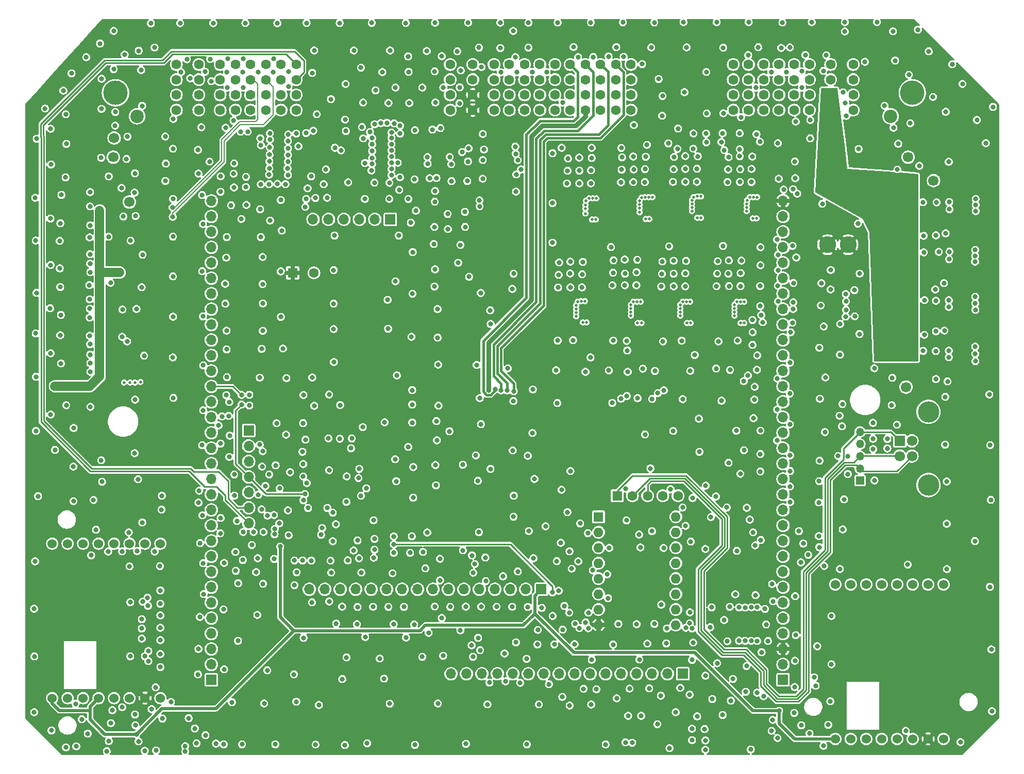
<source format=gbr>
%TF.GenerationSoftware,KiCad,Pcbnew,8.0.5*%
%TF.CreationDate,2025-07-16T23:18:55+01:00*%
%TF.ProjectId,Polygonus-Universal-Base,506f6c79-676f-46e7-9573-2d556e697665,rev?*%
%TF.SameCoordinates,Original*%
%TF.FileFunction,Copper,L2,Inr*%
%TF.FilePolarity,Positive*%
%FSLAX46Y46*%
G04 Gerber Fmt 4.6, Leading zero omitted, Abs format (unit mm)*
G04 Created by KiCad (PCBNEW 8.0.5) date 2025-07-16 23:18:55*
%MOMM*%
%LPD*%
G01*
G04 APERTURE LIST*
%TA.AperFunction,ComponentPad*%
%ADD10R,1.700000X1.700000*%
%TD*%
%TA.AperFunction,ComponentPad*%
%ADD11O,1.700000X1.700000*%
%TD*%
%TA.AperFunction,ComponentPad*%
%ADD12C,1.600000*%
%TD*%
%TA.AperFunction,ComponentPad*%
%ADD13R,1.600000X1.600000*%
%TD*%
%TA.AperFunction,ComponentPad*%
%ADD14C,1.700000*%
%TD*%
%TA.AperFunction,ComponentPad*%
%ADD15C,1.524000*%
%TD*%
%TA.AperFunction,ComponentPad*%
%ADD16O,1.600000X1.600000*%
%TD*%
%TA.AperFunction,ComponentPad*%
%ADD17C,2.780000*%
%TD*%
%TA.AperFunction,ComponentPad*%
%ADD18C,4.000000*%
%TD*%
%TA.AperFunction,ComponentPad*%
%ADD19C,2.200000*%
%TD*%
%TA.AperFunction,ComponentPad*%
%ADD20C,3.500000*%
%TD*%
%TA.AperFunction,ComponentPad*%
%ADD21R,1.350000X1.350000*%
%TD*%
%TA.AperFunction,ComponentPad*%
%ADD22O,1.350000X1.350000*%
%TD*%
%TA.AperFunction,ViaPad*%
%ADD23C,0.800000*%
%TD*%
%TA.AperFunction,ViaPad*%
%ADD24C,0.500000*%
%TD*%
%TA.AperFunction,Conductor*%
%ADD25C,1.500000*%
%TD*%
%TA.AperFunction,Conductor*%
%ADD26C,0.800000*%
%TD*%
%TA.AperFunction,Conductor*%
%ADD27C,0.250000*%
%TD*%
%TA.AperFunction,Conductor*%
%ADD28C,0.200000*%
%TD*%
%TA.AperFunction,Conductor*%
%ADD29C,0.500000*%
%TD*%
%TA.AperFunction,Conductor*%
%ADD30C,0.400000*%
%TD*%
G04 APERTURE END LIST*
D10*
%TO.N,GND*%
%TO.C,J2*%
X181672763Y-132012059D03*
D11*
X181672763Y-129472059D03*
%TO.N,/12V_MR_FUSE*%
X181672763Y-126932059D03*
%TO.N,/LS1*%
X181672763Y-124392059D03*
%TO.N,/LS2*%
X181672763Y-121852059D03*
%TO.N,/LS3*%
X181672763Y-119312059D03*
%TO.N,/LS4*%
X181672763Y-116772059D03*
%TO.N,/LS5*%
X181672763Y-114232059D03*
%TO.N,/LS6*%
X181672763Y-111692059D03*
%TO.N,/LS7*%
X181672763Y-109152059D03*
%TO.N,/LS8*%
X181672763Y-106612059D03*
%TO.N,/IGN12*%
X181672763Y-104072059D03*
%TO.N,/IGN11*%
X181672763Y-101532059D03*
%TO.N,/IGN10*%
X181672763Y-98992059D03*
%TO.N,/IGN9*%
X181672763Y-96452059D03*
%TO.N,/IGN8*%
X181672763Y-93912059D03*
%TO.N,/IGN7*%
X181672763Y-91372059D03*
%TO.N,/IGN6*%
X181672763Y-88832059D03*
%TO.N,/IGN5*%
X181672763Y-86292059D03*
%TO.N,/IGN4*%
X181672763Y-83752059D03*
%TO.N,/IGN3*%
X181672763Y-81212059D03*
%TO.N,/IGN2*%
X181672763Y-78672059D03*
%TO.N,/IGN1*%
X181672763Y-76132059D03*
%TO.N,/LS9*%
X181672763Y-73592059D03*
%TO.N,/LS10*%
X181672763Y-71052059D03*
%TO.N,/LS11*%
X181672763Y-68512059D03*
%TO.N,/LS12*%
X181672763Y-65972059D03*
%TO.N,/LS13*%
X181672763Y-63432059D03*
%TO.N,/LS14*%
X181672763Y-60892059D03*
%TO.N,/LS15*%
X181672763Y-58352059D03*
%TO.N,/LS16*%
X181672763Y-55812059D03*
%TO.N,/12V_MR_FUSE*%
X181672763Y-53272059D03*
D10*
%TO.N,GND*%
X87760080Y-132017154D03*
D11*
%TO.N,/12V_PROT*%
X87760080Y-129477154D03*
X87760080Y-126937154D03*
%TO.N,/5V_SENSOR_2*%
X87760080Y-124397154D03*
X87760080Y-121857154D03*
%TO.N,unconnected-(J2-Pin_38-Pad38)*%
X87760080Y-119317154D03*
%TO.N,unconnected-(J2-Pin_39-Pad39)*%
X87760080Y-116777154D03*
%TO.N,/5V_SENSOR_1*%
X87760080Y-114237154D03*
X87760080Y-111697154D03*
%TO.N,/DIGITAL_6*%
X87760080Y-109157154D03*
%TO.N,/DIGITAL_5*%
X87760080Y-106617154D03*
%TO.N,/DIGITAL_4*%
X87760080Y-104077154D03*
%TO.N,/DIGITAL_3*%
X87760080Y-101537154D03*
%TO.N,/DIGITAL_2*%
X87760080Y-98997154D03*
%TO.N,/DIGITAL_1*%
X87760080Y-96457154D03*
%TO.N,/AT4*%
X87760080Y-93917154D03*
%TO.N,/AT3*%
X87760080Y-91377154D03*
%TO.N,/AT2*%
X87760080Y-88837154D03*
%TO.N,/AT1*%
X87760080Y-86297154D03*
%TO.N,/AV11*%
X87760080Y-83757154D03*
%TO.N,/AV10*%
X87760080Y-81217154D03*
%TO.N,/AV9*%
X87760080Y-78677154D03*
%TO.N,/AV8*%
X87760080Y-76137154D03*
%TO.N,/AV7*%
X87760080Y-73597154D03*
%TO.N,/AV6*%
X87760080Y-71057154D03*
%TO.N,/AV5*%
X87760080Y-68517154D03*
%TO.N,/AV4*%
X87760080Y-65977154D03*
%TO.N,/AV3*%
X87760080Y-63437154D03*
%TO.N,/AV2*%
X87760080Y-60897154D03*
%TO.N,/AV1*%
X87760080Y-58357154D03*
%TO.N,/KNOCK_1*%
X87760080Y-55817154D03*
%TO.N,/KNOCK_2*%
X87760080Y-53277154D03*
D10*
%TO.N,/HS1*%
X165230080Y-131026287D03*
D11*
%TO.N,/HS2*%
X162690080Y-131026287D03*
%TO.N,/HS3*%
X160150080Y-131026287D03*
%TO.N,/HS4*%
X157610080Y-131026287D03*
%TO.N,GND*%
X155070080Y-131026287D03*
X152530080Y-131026287D03*
X149990080Y-131026287D03*
X147450080Y-131026287D03*
%TO.N,/CAN2+*%
X144910080Y-131026287D03*
%TO.N,/CAN2-*%
X142370080Y-131026287D03*
%TO.N,/RC1*%
X139830080Y-131026287D03*
%TO.N,/RC2*%
X137290080Y-131026287D03*
%TO.N,/Perm_Live*%
X134750080Y-131026287D03*
%TO.N,output*%
X132210080Y-131026287D03*
%TO.N,unconnected-(J2-Pin_79-Pad79)*%
X129670080Y-131026287D03*
%TO.N,unconnected-(J2-Pin_80-Pad80)*%
X127130080Y-131026287D03*
D10*
%TO.N,+5V*%
X141953794Y-117134404D03*
D11*
%TO.N,+3.3V*%
X139413794Y-117134404D03*
%TO.N,/ETB1_PWM*%
X136873794Y-117134404D03*
%TO.N,/ETB1_DIS*%
X134333794Y-117134404D03*
%TO.N,/ETB1_DIR*%
X131793794Y-117134404D03*
%TO.N,/ETB2_PWM*%
X129253794Y-117134404D03*
%TO.N,/ETB2_DIS*%
X126713794Y-117134404D03*
%TO.N,/ETB2_DIR*%
X124173794Y-117134404D03*
%TO.N,GND*%
X121633794Y-117134404D03*
%TO.N,/12V_KEY*%
X119093794Y-117134404D03*
%TO.N,GND*%
X116553794Y-117134404D03*
X114013794Y-117134404D03*
%TO.N,/CAN+*%
X111473794Y-117134404D03*
%TO.N,/CAN-*%
X108933794Y-117134404D03*
%TO.N,output*%
X106393794Y-117134404D03*
%TO.N,/VR1+*%
X103853794Y-117134404D03*
D12*
%TO.N,GND*%
X164425871Y-101751522D03*
X161925871Y-101751522D03*
%TO.N,/USB+*%
X159425871Y-101751522D03*
%TO.N,/USB-*%
X156925871Y-101751522D03*
D13*
%TO.N,/VBUS*%
X154425871Y-101751522D03*
D10*
%TO.N,/+3V3*%
X117154579Y-56302538D03*
D11*
%TO.N,/EXT_SPI_CS*%
X114614579Y-56302538D03*
%TO.N,/EXT_SPI_SCK*%
X112074579Y-56302538D03*
%TO.N,/EXT_SPI_MISO*%
X109534579Y-56302538D03*
%TO.N,/EXT_SPI_MOSI*%
X106994579Y-56302538D03*
%TO.N,unconnected-(J2-Pin_107-Pad107)*%
X104454579Y-56302538D03*
%TD*%
D10*
%TO.N,GND*%
%TO.C,J5*%
X93888235Y-91017793D03*
D11*
%TO.N,+5V*%
X93888235Y-93557793D03*
%TO.N,output*%
X93888235Y-96097793D03*
%TO.N,/AV11*%
X93888235Y-98637793D03*
%TO.N,/LS12*%
X93888235Y-101177793D03*
%TO.N,/VR-D*%
X93888235Y-103717793D03*
%TO.N,/VR+D*%
X93888235Y-106257793D03*
%TD*%
D13*
%TO.N,/12V_MR_FUSE*%
%TO.C,C2*%
X101112052Y-65110107D03*
D12*
%TO.N,GND*%
X104612052Y-65110107D03*
%TD*%
D14*
%TO.N,/12V_MR*%
%TO.C,P1*%
X71628000Y-46075600D03*
%TD*%
D15*
%TO.N,+5V*%
%TO.C,U1*%
X190269349Y-141724815D03*
%TO.N,GND*%
X192809349Y-141724815D03*
X195349349Y-141724815D03*
%TO.N,unconnected-(U1-SEL_2-Pad4)*%
X197889349Y-141724815D03*
%TO.N,/CAN_RX*%
X200429349Y-141724815D03*
%TO.N,/CAN_TX*%
X202969349Y-141724815D03*
%TO.N,/12V_MR_FUSE*%
X205509349Y-141724815D03*
%TO.N,unconnected-(U1-Boot0-Pad8)*%
X208049349Y-141724815D03*
%TO.N,GND*%
X190269349Y-116324815D03*
X192809349Y-116324815D03*
%TO.N,/HeaterNeg*%
X195349349Y-116324815D03*
X197889349Y-116324815D03*
%TO.N,/LSU_Ip*%
X200429349Y-116324815D03*
%TO.N,/LSU_Vm*%
X202969349Y-116324815D03*
%TO.N,/LSU_Rtrim*%
X205509349Y-116324815D03*
%TO.N,/LSU_Un*%
X208049349Y-116324815D03*
%TD*%
D13*
%TO.N,GND*%
%TO.C,A1*%
X151360000Y-105209750D03*
D16*
%TO.N,unconnected-(A1-~{FLT}-Pad2)*%
X151360000Y-107749750D03*
%TO.N,/STEPA2*%
X151360000Y-110289750D03*
%TO.N,/STEPA1*%
X151360000Y-112829750D03*
%TO.N,/STEPB1*%
X151360000Y-115369750D03*
%TO.N,/STEPB2*%
X151360000Y-117909750D03*
%TO.N,GND*%
X151360000Y-120449750D03*
%TO.N,/12V_MR_FUSE*%
X151360000Y-122989750D03*
%TO.N,GND*%
X164060000Y-122989750D03*
X164060000Y-120449750D03*
X164060000Y-117909750D03*
X164060000Y-115369750D03*
%TO.N,+5V*%
X164060000Y-112829750D03*
X164060000Y-110289750D03*
%TO.N,/LS9*%
X164060000Y-107749750D03*
%TO.N,/LS10*%
X164060000Y-105209750D03*
%TD*%
D14*
%TO.N,/ExtraLSB*%
%TO.C,P3*%
X74269600Y-53441600D03*
%TD*%
D17*
%TO.N,/12V_MR*%
%TO.C,F1*%
X192364464Y-50542664D03*
X188964464Y-50542664D03*
%TO.N,/12V_MR_FUSE*%
X192364464Y-60462664D03*
X188964464Y-60462664D03*
%TD*%
D14*
%TO.N,/12V_MR*%
%TO.C,P6*%
X206400400Y-49936400D03*
%TD*%
%TO.N,/LS12ADD*%
%TO.C,P5*%
X202234800Y-46075600D03*
%TD*%
D12*
%TO.N,/LS12ADD*%
%TO.C,J1*%
X193200000Y-30840000D03*
%TO.N,/LS11ADD*%
X193200000Y-33340000D03*
%TO.N,/LS10ADD*%
X193200000Y-35840000D03*
%TO.N,/LS9ADD*%
X193200000Y-38340000D03*
%TO.N,/HeaterNeg*%
X189500000Y-30840000D03*
%TO.N,GND*%
X189500000Y-33340000D03*
%TO.N,/12V_MR*%
X189500000Y-35840000D03*
X189500000Y-38340000D03*
%TO.N,/Perm_Live*%
X186000000Y-30840000D03*
%TO.N,GND*%
X186000000Y-33340000D03*
%TO.N,/LS14*%
X186000000Y-35840000D03*
%TO.N,/LS13*%
X186000000Y-38340000D03*
%TO.N,/LSU_Ip*%
X183500000Y-30840000D03*
%TO.N,/LS5*%
X183500000Y-33340000D03*
%TO.N,/LS16*%
X183500000Y-35840000D03*
%TO.N,/LS15*%
X183500000Y-38340000D03*
%TO.N,/LSU_Vm*%
X181000000Y-30840000D03*
%TO.N,/LS4*%
X181000000Y-33340000D03*
%TO.N,/LS7*%
X181000000Y-35840000D03*
%TO.N,/LS6*%
X181000000Y-38340000D03*
%TO.N,/LSU_Rtrim*%
X178500000Y-30840000D03*
%TO.N,/IGN4*%
X178500000Y-33340000D03*
%TO.N,/IGN1*%
X178500000Y-35840000D03*
%TO.N,/LS8*%
X178500000Y-38340000D03*
%TO.N,/LSU_Un*%
X176000000Y-30840000D03*
%TO.N,/IGN3*%
X176000000Y-33340000D03*
%TO.N,/IGN2*%
X176000000Y-35840000D03*
%TO.N,/LS3*%
X176000000Y-38340000D03*
%TO.N,/IGBT4*%
X173500000Y-30840000D03*
%TO.N,/IGBT3*%
X173500000Y-33340000D03*
%TO.N,/IGBT2*%
X173500000Y-35840000D03*
%TO.N,/IGBT1*%
X173500000Y-38340000D03*
%TO.N,/ETB2_-*%
X127000000Y-30840000D03*
%TO.N,/ETB2_+*%
X127000000Y-33340000D03*
%TO.N,/ETB1_-*%
X127000000Y-35840000D03*
%TO.N,/ETB1_+*%
X127000000Y-38340000D03*
%TO.N,/HeaterNeg2*%
X130700000Y-30840000D03*
%TO.N,GND*%
X130700000Y-33340000D03*
%TO.N,/12V_MR_FUSE*%
X130700000Y-35840000D03*
X130700000Y-38340000D03*
%TO.N,/LSU_Un2*%
X134200000Y-30840000D03*
%TO.N,/AV3*%
X134200000Y-33340000D03*
%TO.N,/AV2*%
X134200000Y-35840000D03*
%TO.N,/AV1*%
X134200000Y-38340000D03*
%TO.N,/LSU_Rtrim2*%
X136700000Y-30840000D03*
%TO.N,/AV6*%
X136700000Y-33340000D03*
%TO.N,/AV5*%
X136700000Y-35840000D03*
%TO.N,/AV4*%
X136700000Y-38340000D03*
%TO.N,/LSU_Vm2*%
X139200000Y-30840000D03*
%TO.N,/AV9*%
X139200000Y-33340000D03*
%TO.N,/AV8*%
X139200000Y-35840000D03*
%TO.N,/AV7*%
X139200000Y-38340000D03*
%TO.N,/LSU_Ip2*%
X141700000Y-30840000D03*
%TO.N,/CRANK +*%
X141700000Y-33340000D03*
%TO.N,/AV11*%
X141700000Y-35840000D03*
%TO.N,/AV10*%
X141700000Y-38340000D03*
%TO.N,GND*%
X144200000Y-30840000D03*
%TO.N,/CRANK -*%
X144200000Y-33340000D03*
%TO.N,/AT2*%
X144200000Y-35840000D03*
%TO.N,/AT1*%
X144200000Y-38340000D03*
%TO.N,/STEPB2*%
X146700000Y-30840000D03*
%TO.N,GND*%
X146700000Y-33340000D03*
%TO.N,/AT4*%
X146700000Y-35840000D03*
%TO.N,/AT3*%
X146700000Y-38340000D03*
%TO.N,/STEPB1*%
X149200000Y-30840000D03*
%TO.N,/CAN+*%
X149200000Y-33340000D03*
%TO.N,/CAN-*%
X149200000Y-35840000D03*
%TO.N,/12V_KEY*%
X149200000Y-38340000D03*
%TO.N,/STEPA1*%
X151700000Y-30840000D03*
%TO.N,/IGN5*%
X151700000Y-33340000D03*
%TO.N,/IGN8*%
X151700000Y-35840000D03*
%TO.N,/LS1*%
X151700000Y-38340000D03*
%TO.N,/STEPA2*%
X154200000Y-30840000D03*
%TO.N,/IGN6*%
X154200000Y-33340000D03*
%TO.N,/IGN7*%
X154200000Y-35840000D03*
%TO.N,/LS2*%
X154200000Y-38340000D03*
%TO.N,/IGBT5*%
X156700000Y-30840000D03*
%TO.N,/IGBT6*%
X156700000Y-33340000D03*
%TO.N,/IGBT7*%
X156700000Y-35840000D03*
%TO.N,/IGBT8*%
X156700000Y-38340000D03*
%TO.N,/ExtraLSA*%
X82000000Y-30840000D03*
%TO.N,/ExtraLSB*%
X82000000Y-33340000D03*
%TO.N,/ExtraLSC*%
X82000000Y-35840000D03*
%TO.N,/ExtraLSD*%
X82000000Y-38340000D03*
%TO.N,/HS1*%
X85700000Y-30840000D03*
%TO.N,/HS2*%
X85700000Y-33340000D03*
%TO.N,/HS4*%
X85700000Y-35840000D03*
%TO.N,/HS3*%
X85700000Y-38340000D03*
%TO.N,/DIGITAL_6*%
X89200000Y-30840000D03*
%TO.N,/DIGITAL_5*%
X89200000Y-33340000D03*
%TO.N,/DIGITAL_4*%
X89200000Y-35840000D03*
%TO.N,/DIGITAL_3*%
X89200000Y-38340000D03*
%TO.N,/5V_SENSOR_1*%
X91700000Y-30840000D03*
X91700000Y-33340000D03*
%TO.N,/DIGITAL_2*%
X91700000Y-35840000D03*
%TO.N,/DIGITAL_1*%
X91700000Y-38340000D03*
%TO.N,/5V_SENSOR_1*%
X94200000Y-30840000D03*
%TO.N,/CAN2+*%
X94200000Y-33340000D03*
%TO.N,/KNOCK_2*%
X94200000Y-35840000D03*
%TO.N,/KNOCK_1*%
X94200000Y-38340000D03*
%TO.N,/5V_SENSOR_2*%
X96700000Y-30840000D03*
%TO.N,/CAN2-*%
X96700000Y-33340000D03*
%TO.N,GND*%
X96700000Y-35840000D03*
X96700000Y-38340000D03*
%TO.N,/5V_SENSOR_2*%
X99200000Y-30840000D03*
X99200000Y-33340000D03*
%TO.N,GND*%
X99200000Y-35840000D03*
X99200000Y-38340000D03*
%TO.N,/VR-D*%
X101700000Y-30840000D03*
%TO.N,/VR+D*%
X101700000Y-33340000D03*
%TO.N,GND*%
X101700000Y-35840000D03*
X101700000Y-38340000D03*
D18*
%TO.N,*%
X202900000Y-35490000D03*
D19*
X199350000Y-39340000D03*
X75550000Y-39340000D03*
D18*
X72000000Y-35490000D03*
%TD*%
D10*
%TO.N,/VBUS*%
%TO.C,J4*%
X200849999Y-92720000D03*
D14*
%TO.N,/USB-*%
X200849999Y-95220000D03*
%TO.N,/USB+*%
X202849999Y-95220000D03*
%TO.N,GND*%
X202849999Y-92720000D03*
D20*
X205559999Y-87950000D03*
X205559999Y-99990000D03*
%TD*%
D21*
%TO.N,GND*%
%TO.C,J3*%
X194310000Y-99250000D03*
D22*
%TO.N,/USB+*%
X194310000Y-97250000D03*
%TO.N,/USB-*%
X194310000Y-95250000D03*
%TO.N,GND*%
X194310000Y-93250000D03*
%TO.N,/VBUS*%
X194310000Y-91250000D03*
%TD*%
D14*
%TO.N,/LS9ADD*%
%TO.C,P4*%
X201879200Y-83870800D03*
%TD*%
D15*
%TO.N,+5V*%
%TO.C,U2*%
X61611115Y-135011435D03*
%TO.N,GND*%
X64151115Y-135011435D03*
%TO.N,unconnected-(U2-SEL_1-Pad3)*%
X66691115Y-135011435D03*
%TO.N,+5V*%
X69231115Y-135011435D03*
%TO.N,/CAN_RX2*%
X71771115Y-135011435D03*
%TO.N,/CAN_TX2*%
X74311115Y-135011435D03*
%TO.N,/12V_MR_FUSE*%
X76851115Y-135011435D03*
%TO.N,unconnected-(U2-Boot0-Pad8)*%
X79391115Y-135011435D03*
%TO.N,GND*%
X61611115Y-109611435D03*
X64151115Y-109611435D03*
%TO.N,/HeaterNeg2*%
X66691115Y-109611435D03*
X69231115Y-109611435D03*
%TO.N,/LSU_Ip2*%
X71771115Y-109611435D03*
%TO.N,/LSU_Vm2*%
X74311115Y-109611435D03*
%TO.N,/LSU_Rtrim2*%
X76851115Y-109611435D03*
%TO.N,/LSU_Un2*%
X79391115Y-109611435D03*
%TD*%
D14*
%TO.N,/ExtraLSA*%
%TO.C,P2*%
X71780400Y-42926000D03*
%TD*%
D23*
%TO.N,/12V_MR*%
X201800000Y-49740000D03*
X202900000Y-49740000D03*
X203000000Y-58240000D03*
X199700000Y-67240000D03*
X200100000Y-63240000D03*
X69400000Y-55940000D03*
X203000000Y-62640000D03*
X199324149Y-57292971D03*
X199700000Y-76640000D03*
X69400000Y-57140000D03*
X200443169Y-54420817D03*
X64231609Y-83740500D03*
X197120158Y-73080499D03*
X203100000Y-66240000D03*
X63113017Y-83740500D03*
X199800000Y-78940000D03*
X203000000Y-54420817D03*
X197076926Y-76290526D03*
X200700000Y-49740000D03*
X69400000Y-54840000D03*
X199600000Y-68740000D03*
X203000000Y-78840000D03*
X203000000Y-74340000D03*
X198200000Y-68740000D03*
X198200000Y-65440000D03*
X200100000Y-65940000D03*
X62031712Y-83739500D03*
X71700000Y-65040000D03*
X72700000Y-65040000D03*
X198200000Y-67240000D03*
X199500000Y-61440000D03*
X70700000Y-65040000D03*
X199476340Y-74172124D03*
X199500000Y-59740000D03*
%TO.N,GND*%
X182810143Y-100222707D03*
X194234883Y-75155437D03*
X184273610Y-107571193D03*
X112327419Y-31356286D03*
X174561213Y-44780697D03*
X86371584Y-72251350D03*
X171846242Y-28079120D03*
X123444758Y-124286293D03*
X129440911Y-57555260D03*
X146603683Y-110879516D03*
X170765889Y-23886954D03*
D24*
X166700000Y-54340000D03*
D23*
X117058200Y-135923682D03*
X208913868Y-77888025D03*
X213244159Y-69033864D03*
X90255702Y-77682007D03*
X137268971Y-94293167D03*
X90215618Y-62590644D03*
X168780682Y-140105747D03*
X149208662Y-81370953D03*
D24*
X166400000Y-69840000D03*
D23*
X172722806Y-96328499D03*
D24*
X164800000Y-70340000D03*
D23*
X67205853Y-29653917D03*
X177960399Y-60885427D03*
X176963269Y-85931588D03*
X67867033Y-81359641D03*
X76309596Y-67467078D03*
X64793260Y-32298119D03*
X97234012Y-50515285D03*
X92909385Y-32098733D03*
X162958838Y-60736281D03*
X208913868Y-70710393D03*
X106987426Y-92311251D03*
X83456634Y-143803040D03*
X213257734Y-70113811D03*
X174661676Y-98125755D03*
X102913209Y-125105409D03*
D24*
X165800000Y-69840000D03*
D23*
X139730902Y-120023107D03*
X153623645Y-86491256D03*
X65437883Y-135947846D03*
X117721224Y-108429489D03*
X97914711Y-32111600D03*
X61365315Y-78313265D03*
X120396000Y-111125000D03*
X145474779Y-123764861D03*
X129415177Y-55071897D03*
X132141751Y-31267536D03*
X71965383Y-38652023D03*
X96167988Y-62490436D03*
X184668246Y-139486972D03*
X185817491Y-111469121D03*
X98057636Y-112127307D03*
X132049428Y-89973419D03*
X116225911Y-89673631D03*
X199526295Y-86851907D03*
X206807187Y-82567468D03*
X93017492Y-29853798D03*
X156081760Y-77858700D03*
X131539978Y-99292768D03*
X102850106Y-98575566D03*
X74314905Y-113355528D03*
X96181932Y-94420297D03*
X107426500Y-114370289D03*
X140675146Y-112026073D03*
X89260280Y-51778344D03*
X116706957Y-69537228D03*
X96316551Y-107702798D03*
X160166597Y-85835030D03*
D24*
X175300000Y-69840000D03*
D23*
X69656937Y-95913923D03*
X146949602Y-113732635D03*
X109685163Y-142737774D03*
X65100000Y-102640000D03*
X73812400Y-46380400D03*
X81111761Y-135646088D03*
X200594344Y-43874771D03*
X73969251Y-42708204D03*
X124295785Y-60354041D03*
X169144138Y-38887536D03*
X191480412Y-107280109D03*
X131211521Y-95111211D03*
X67755174Y-59267449D03*
X137366487Y-86166827D03*
X112693752Y-42995126D03*
X188444723Y-113279692D03*
X169714207Y-123350705D03*
X58803496Y-112521021D03*
X201846263Y-140397802D03*
X62841273Y-59840320D03*
X192090359Y-39308193D03*
X76327000Y-122047000D03*
D24*
X156700000Y-71540000D03*
D23*
X98001372Y-29862376D03*
X158990099Y-91673311D03*
X183760080Y-40230890D03*
X177382362Y-81037045D03*
X139920096Y-107551705D03*
X93502449Y-53932651D03*
X137400000Y-65240000D03*
X90104289Y-41242172D03*
X132774826Y-111905827D03*
X130021253Y-44617273D03*
X58896168Y-75061813D03*
X147176554Y-76167238D03*
X137393942Y-105202662D03*
X213217733Y-63261357D03*
X202341196Y-32533687D03*
X170653411Y-101865529D03*
X107094447Y-85108409D03*
X153755729Y-126209489D03*
X208913868Y-69610444D03*
X138088575Y-114196326D03*
X120748413Y-84383980D03*
X129085431Y-110724262D03*
D24*
X147900000Y-69840000D03*
D23*
X186153372Y-39960680D03*
X95472933Y-101582078D03*
X95377000Y-112014000D03*
X173426963Y-131862381D03*
X170679385Y-80822969D03*
X117348000Y-46990000D03*
X58635707Y-120323200D03*
X67811103Y-63574028D03*
X177880941Y-43532582D03*
X109725602Y-39905251D03*
X79565845Y-104020166D03*
X93982464Y-86898854D03*
X97410571Y-56497982D03*
X196691744Y-99222104D03*
X114316214Y-119997815D03*
X117002707Y-50285531D03*
D24*
X159600000Y-52640000D03*
D23*
X124456118Y-53399589D03*
X187722968Y-85788630D03*
X151015268Y-133560494D03*
X147533562Y-122799949D03*
X107337438Y-112423471D03*
X126609420Y-57900382D03*
X125077409Y-86929270D03*
X97258891Y-98243503D03*
X107696000Y-109220000D03*
X177963424Y-63852582D03*
X155985465Y-76279097D03*
X79621015Y-101741834D03*
X67811103Y-76829343D03*
X63862736Y-143109438D03*
X116594863Y-40444309D03*
X204879109Y-75296382D03*
X70865782Y-59164640D03*
X114108556Y-23997933D03*
X210820000Y-142240000D03*
X85746463Y-100918678D03*
X164787228Y-133325585D03*
X84287066Y-33110070D03*
D24*
X158100000Y-54440000D03*
D23*
X168975523Y-100075782D03*
X85552726Y-131113686D03*
X215900000Y-127000000D03*
X192341372Y-95276385D03*
X124919479Y-75752565D03*
X163021011Y-143245587D03*
X81444743Y-44693156D03*
X125317909Y-115648954D03*
X199725810Y-25384658D03*
X206769900Y-77962598D03*
X77340663Y-119843459D03*
X206788544Y-69685017D03*
X180669877Y-59630118D03*
X105065115Y-39017417D03*
X67767603Y-75436147D03*
X94692137Y-107702798D03*
D24*
X175700000Y-54940000D03*
D23*
X124917076Y-71056283D03*
X163196131Y-100672364D03*
X76400000Y-106140000D03*
X160021319Y-28040518D03*
X101405186Y-112387573D03*
X131709666Y-107736671D03*
X183592134Y-133197677D03*
D24*
X150400000Y-52840000D03*
D23*
X114161298Y-47203066D03*
X117116699Y-28540907D03*
X117348000Y-42926000D03*
X208596390Y-113791836D03*
X109940090Y-102739810D03*
X182268643Y-32093674D03*
X148336000Y-106299000D03*
X202164486Y-113064752D03*
X144093092Y-126181615D03*
X200378187Y-90073551D03*
X208951155Y-62861606D03*
X153049161Y-81147235D03*
X208411145Y-38624969D03*
X215663820Y-116727278D03*
X100687212Y-97866567D03*
X75297075Y-55752950D03*
X184777740Y-34641373D03*
X71702926Y-25330550D03*
X166912541Y-125888749D03*
X117348000Y-48006000D03*
X183630117Y-128880259D03*
X125382586Y-41296225D03*
X157167339Y-40798255D03*
X96002438Y-103987288D03*
X172443158Y-103673920D03*
X93455727Y-49316829D03*
X160528000Y-122809000D03*
X153124278Y-110330688D03*
X139842748Y-28063613D03*
D24*
X177300000Y-56140000D03*
D23*
X114577667Y-40670295D03*
X104313706Y-32228669D03*
D24*
X158300000Y-69840000D03*
D23*
X112497952Y-41130438D03*
X176378048Y-143472713D03*
D24*
X164800000Y-71540000D03*
D23*
X136060090Y-132256060D03*
X123138531Y-28630977D03*
X96028687Y-77596616D03*
X132020666Y-68402207D03*
X215704179Y-93419533D03*
X197096930Y-23867653D03*
X120836567Y-61690657D03*
X74188818Y-107766587D03*
X102717949Y-94518143D03*
X206800000Y-58940000D03*
X168913849Y-131334913D03*
X180832735Y-69795188D03*
X62841273Y-64364403D03*
X166956720Y-42168663D03*
X75259599Y-139474044D03*
X104292400Y-119278400D03*
X93433726Y-50991745D03*
X86280902Y-104970467D03*
X203825321Y-25110488D03*
X143800000Y-53640000D03*
X147999375Y-29653972D03*
X85642078Y-48763139D03*
X171537430Y-43596918D03*
X98308927Y-96744735D03*
X100080748Y-82402548D03*
X91417355Y-48794493D03*
X132067456Y-119972523D03*
X107696000Y-104521000D03*
X165687898Y-123439464D03*
X98590758Y-24055835D03*
D24*
X158100000Y-53240000D03*
D23*
X128667935Y-123889500D03*
X112008075Y-112032398D03*
X83726080Y-29973891D03*
D24*
X176800000Y-52640000D03*
D23*
X61307413Y-56165662D03*
X95767155Y-54654151D03*
X104842374Y-52790937D03*
X152535027Y-142636575D03*
D24*
X166700000Y-54940000D03*
D23*
X208565662Y-99393858D03*
X132321291Y-49628913D03*
X79375000Y-129921000D03*
X179980871Y-138591778D03*
X86413561Y-112843123D03*
X117694304Y-122845122D03*
X161666398Y-119654035D03*
X182797276Y-90006180D03*
X103334301Y-42113294D03*
X192310476Y-98179863D03*
X80170894Y-42685878D03*
X58644907Y-137328546D03*
X118002707Y-66486786D03*
X155488063Y-29576769D03*
X175259999Y-94265606D03*
X154282565Y-27989050D03*
X82619394Y-24041360D03*
X165657033Y-106694118D03*
X150159391Y-136073994D03*
X122912911Y-113684873D03*
X97338637Y-44464187D03*
X85642914Y-126935001D03*
X166930986Y-44690626D03*
X117958277Y-95743385D03*
X112682586Y-37100210D03*
X120920554Y-102070760D03*
X174548346Y-42142928D03*
X114173000Y-42926000D03*
X108854156Y-92365099D03*
X79374221Y-117320143D03*
X110155482Y-112369623D03*
X101318361Y-131119603D03*
X81437376Y-59143480D03*
X86223630Y-52301608D03*
X67806720Y-54171319D03*
X81457417Y-72310844D03*
X63114707Y-52283610D03*
X135229870Y-28140816D03*
X167569952Y-138025491D03*
X79375000Y-123444000D03*
X58677654Y-128167326D03*
X165485959Y-35394046D03*
X91964810Y-105890902D03*
X180760557Y-141576685D03*
X91126971Y-135686199D03*
X116800208Y-74282988D03*
X161941968Y-76362992D03*
X71946082Y-40890909D03*
X213331546Y-54952967D03*
X87749653Y-33587035D03*
X178708991Y-120353971D03*
X166352697Y-122704991D03*
X115565490Y-40470043D03*
X153776246Y-76223168D03*
X171748291Y-137796131D03*
X166370000Y-120904000D03*
X193970284Y-57012942D03*
X90295785Y-59223647D03*
X118738728Y-49381920D03*
X101413485Y-116461395D03*
X139597326Y-142617524D03*
X137431229Y-101735027D03*
X61365315Y-63808756D03*
X182835877Y-97687876D03*
X89853322Y-112780388D03*
X75717370Y-99040643D03*
X70789302Y-110923634D03*
X67848390Y-78544518D03*
X81437376Y-65677058D03*
X173838591Y-117952950D03*
X179881444Y-116257833D03*
X174009187Y-91052473D03*
X174218515Y-76223168D03*
X180849891Y-62134937D03*
X177016104Y-83819500D03*
D24*
X158100000Y-55140000D03*
D23*
X76694889Y-78715142D03*
X187677512Y-95993502D03*
X140507357Y-91425337D03*
X139544932Y-128558375D03*
D24*
X173700000Y-71540000D03*
D23*
X107996336Y-58969702D03*
X174084564Y-110811370D03*
D24*
X167000000Y-52640000D03*
D23*
X124502007Y-23973807D03*
X90477052Y-29913844D03*
X186385017Y-23886954D03*
X110693962Y-93935665D03*
X163632255Y-91086051D03*
X86499583Y-117912877D03*
X178156431Y-127473555D03*
X187034773Y-132984550D03*
X194258531Y-65220350D03*
X158366514Y-137932029D03*
X204666801Y-53486541D03*
X113816084Y-41932919D03*
X124964631Y-135893619D03*
X177314786Y-42297334D03*
X69464040Y-27395730D03*
X68800000Y-107340000D03*
X69726497Y-33194971D03*
X131336526Y-80245766D03*
X132337343Y-46552516D03*
X155850710Y-100597792D03*
X150423736Y-114002845D03*
X137700365Y-29626973D03*
X63442208Y-35135328D03*
X187635974Y-77407183D03*
X92686850Y-56242245D03*
X187623802Y-110203016D03*
X181579132Y-23925555D03*
X106766372Y-52760874D03*
X196677142Y-80785683D03*
X213331546Y-53928645D03*
X157618090Y-122856924D03*
D24*
X159000000Y-52640000D03*
D23*
X99941419Y-50515285D03*
X214988822Y-43773807D03*
X89232449Y-107924648D03*
X145409004Y-134810587D03*
X177953670Y-94891827D03*
X170055712Y-135166867D03*
X166331287Y-134445028D03*
D24*
X157800000Y-73340000D03*
D23*
X66480123Y-138495545D03*
X137352952Y-25322907D03*
X204917710Y-69583362D03*
X125017284Y-80195275D03*
X176830233Y-88986221D03*
D24*
X148500000Y-69740000D03*
D23*
X133608742Y-97338038D03*
X99161106Y-53114767D03*
X133563873Y-71268163D03*
X81457417Y-52950610D03*
X117518477Y-114491995D03*
X98615801Y-50470349D03*
X93982464Y-85148795D03*
X189510548Y-64628461D03*
X178893734Y-122901875D03*
X150038468Y-79013047D03*
X180824157Y-67196021D03*
X98165332Y-107209192D03*
X177198981Y-34628505D03*
X77257092Y-118507784D03*
X175670150Y-129751289D03*
X111665961Y-122856183D03*
X191524204Y-35435177D03*
X77813509Y-24079961D03*
X156449307Y-133454257D03*
X104334738Y-82294852D03*
X155956000Y-105791000D03*
X130778355Y-114411859D03*
X105417753Y-136144758D03*
X70900000Y-49240000D03*
X215808748Y-102427700D03*
X106203940Y-50525868D03*
X90400289Y-34620697D03*
X108259118Y-122756633D03*
X196440835Y-89764739D03*
D24*
X151000000Y-52840000D03*
D23*
X100444897Y-108241278D03*
X120794620Y-68528051D03*
X95482818Y-32085866D03*
X188367490Y-73915168D03*
X149225000Y-122575370D03*
D24*
X150300000Y-56340000D03*
D23*
X172962990Y-81067747D03*
X67773817Y-70994022D03*
D24*
X174700000Y-69840000D03*
D23*
X58813989Y-52754919D03*
X63040134Y-72020544D03*
X188308006Y-142855416D03*
X168910000Y-143510000D03*
X84032062Y-138314425D03*
X116984429Y-52937008D03*
X164331819Y-44716361D03*
X166805007Y-102127680D03*
X158066831Y-128671411D03*
D24*
X168200000Y-56040000D03*
D23*
X174767088Y-39505160D03*
X180042935Y-119092904D03*
X100336686Y-44631460D03*
X131717134Y-28063613D03*
D24*
X173700000Y-72140000D03*
D23*
X73079657Y-110885032D03*
X67700500Y-67113401D03*
X124737725Y-49493714D03*
X88062203Y-24041360D03*
X173103030Y-135434659D03*
X126996430Y-120010461D03*
X76835000Y-128143000D03*
X209018454Y-54639955D03*
X213205018Y-109198055D03*
X62928275Y-67434317D03*
X104657826Y-86952702D03*
X95878807Y-50530787D03*
D24*
X166700000Y-53740000D03*
X166500000Y-73340000D03*
D23*
X126869962Y-91149480D03*
X107847326Y-70152408D03*
X150489171Y-29615370D03*
X206695443Y-67830628D03*
X118127627Y-99365820D03*
X62953132Y-56944410D03*
X80274960Y-47138532D03*
X160517195Y-23925555D03*
X96971702Y-105010399D03*
X133444654Y-132466497D03*
D24*
X149200000Y-53940000D03*
D23*
X159691832Y-133415655D03*
X99190502Y-72336332D03*
X182835877Y-95114444D03*
X92918966Y-112315100D03*
X135213920Y-23954506D03*
X125297867Y-112101582D03*
D24*
X158100000Y-53840000D03*
D23*
X120527955Y-56846753D03*
X70581613Y-143739925D03*
X134609292Y-119997815D03*
X116129776Y-131813583D03*
X147432315Y-126141869D03*
X169079802Y-43635519D03*
X166712364Y-140051385D03*
X213246186Y-61326526D03*
D24*
X157100000Y-69840000D03*
D23*
X183242639Y-60649280D03*
X191065539Y-73496192D03*
X144648205Y-76229297D03*
X202583958Y-40502525D03*
X58938115Y-82192837D03*
X180739984Y-82486739D03*
X152801557Y-114648336D03*
X171859109Y-38874669D03*
D24*
X150900000Y-56340000D03*
D23*
X76444738Y-62120384D03*
X117348000Y-43942000D03*
X74422000Y-119253000D03*
X200088620Y-30190488D03*
X83456634Y-142921207D03*
X81417334Y-79004756D03*
X90215618Y-85217667D03*
X191013421Y-113788585D03*
X78600000Y-133240000D03*
X128733051Y-31819504D03*
X154333280Y-135055007D03*
X114173000Y-43942000D03*
X120687506Y-108415782D03*
X124406014Y-67338557D03*
X74422000Y-128143000D03*
X73100278Y-136507568D03*
X128559345Y-34598811D03*
X65559440Y-142941249D03*
X191028253Y-78548499D03*
X137801978Y-125848626D03*
D24*
X164800000Y-72140000D03*
D23*
X120749141Y-89714017D03*
D24*
X156700000Y-70940000D03*
D23*
X194089993Y-44739511D03*
X180826367Y-43782227D03*
D24*
X156700000Y-70340000D03*
D23*
X204068478Y-47503311D03*
X132337343Y-42262582D03*
X158030854Y-108126543D03*
X150250029Y-128710012D03*
X169075897Y-32074318D03*
X100330000Y-49022000D03*
X127162984Y-47230626D03*
X111761733Y-120035753D03*
X178464408Y-134717138D03*
X96244079Y-116219079D03*
X88519000Y-142494000D03*
X164040933Y-137340140D03*
X129060432Y-96645433D03*
X90255702Y-74595592D03*
X131848446Y-85692448D03*
X208969798Y-53465433D03*
X106807000Y-103759000D03*
X96092185Y-96951152D03*
X179759547Y-32080807D03*
X128165798Y-28681237D03*
X100323819Y-46831744D03*
X85328409Y-142453552D03*
X162048156Y-110330688D03*
X187599648Y-99344960D03*
X182844113Y-102790251D03*
X183667734Y-118255036D03*
X109799022Y-34039090D03*
X62071744Y-94215458D03*
X139742986Y-95172620D03*
X180716217Y-87567789D03*
X86371584Y-57066464D03*
X146752829Y-97689452D03*
X73300000Y-55840000D03*
D24*
X174100000Y-69840000D03*
D23*
X78419585Y-28051955D03*
X109258712Y-131890786D03*
D24*
X159100000Y-56240000D03*
D23*
X165837277Y-28040518D03*
X137163774Y-119997815D03*
X165323080Y-23886954D03*
X177154034Y-118088069D03*
D24*
X147700000Y-70440000D03*
D23*
X162477377Y-126030009D03*
D24*
X165200000Y-69840000D03*
D23*
X101712010Y-135604337D03*
X100423808Y-34492025D03*
D24*
X173700000Y-70940000D03*
D23*
X63801169Y-49402537D03*
X206307364Y-36173774D03*
X71702926Y-31622592D03*
X198355458Y-37621330D03*
X65128172Y-90611795D03*
X182791194Y-84965738D03*
X199622768Y-82351712D03*
X135917912Y-127669890D03*
X70901258Y-142098461D03*
X113030000Y-124968000D03*
D24*
X175300000Y-73340000D03*
D23*
X191827826Y-23886954D03*
X206807187Y-74718681D03*
X91530116Y-101714737D03*
X128673710Y-60505797D03*
X109963456Y-128317875D03*
X118235841Y-81951155D03*
X179199929Y-125624928D03*
X140831266Y-98986867D03*
X110819607Y-92329200D03*
X86246260Y-93433132D03*
X76804546Y-143679800D03*
X131806566Y-53190854D03*
X161596172Y-134612301D03*
X129918316Y-46791823D03*
X156230565Y-137919162D03*
D24*
X157700000Y-69840000D03*
D23*
X153409793Y-60851727D03*
X164421889Y-41370899D03*
X90761522Y-91856868D03*
X90582654Y-88628301D03*
X75199474Y-137710378D03*
X117729000Y-111125000D03*
X92158752Y-116133740D03*
X100272350Y-47925453D03*
X207254624Y-61649798D03*
X114543753Y-50274369D03*
X213246186Y-62293941D03*
X145303815Y-44540070D03*
X157773304Y-85699925D03*
X169814467Y-105258591D03*
X213276377Y-79621842D03*
X131578376Y-125101190D03*
X112959242Y-52941249D03*
X99314528Y-58141398D03*
X196479436Y-94068805D03*
X190956732Y-88588728D03*
X98470471Y-89816295D03*
X166521932Y-109287525D03*
X107847326Y-64657325D03*
X126569337Y-55415218D03*
X120626831Y-75617128D03*
X118543831Y-58971168D03*
X109245188Y-119985169D03*
X117348000Y-49022000D03*
X208900000Y-46840000D03*
X104169382Y-112405522D03*
X91514592Y-98252711D03*
X120920554Y-97018024D03*
X145161000Y-109474000D03*
X158642121Y-80848943D03*
X114046000Y-48260000D03*
X167933768Y-94527698D03*
X145280016Y-100765580D03*
X171743304Y-42142928D03*
D24*
X158400000Y-73340000D03*
D23*
X121369704Y-54882671D03*
X76327000Y-125222000D03*
X125845693Y-34629715D03*
X114554000Y-110617000D03*
X95887405Y-59223647D03*
X131817049Y-54154429D03*
X141318618Y-126183440D03*
X137845846Y-48923251D03*
X114173000Y-46214110D03*
X88926829Y-90176431D03*
X73000000Y-51140000D03*
X100023087Y-91709949D03*
X130100000Y-65740000D03*
X176759277Y-107770565D03*
X140498973Y-32078167D03*
X113216261Y-100542823D03*
X78432397Y-110910767D03*
X208336337Y-85477167D03*
X107847326Y-74347128D03*
X79375000Y-125476000D03*
X128520743Y-37223713D03*
X216158497Y-37810378D03*
X107119816Y-119117505D03*
X76383268Y-37642493D03*
X80194793Y-49984446D03*
X111159203Y-28540907D03*
X96208072Y-74635676D03*
X97235700Y-48941959D03*
X77931555Y-136833472D03*
X198814826Y-93953001D03*
X172526770Y-125672211D03*
X188779428Y-29327234D03*
X97274301Y-47912586D03*
X146254775Y-104448977D03*
X127205874Y-50018512D03*
X136463987Y-80799801D03*
D24*
X147700000Y-72240000D03*
D23*
X204782605Y-59006554D03*
X122409321Y-128227688D03*
X191700000Y-102340000D03*
X121204607Y-41643638D03*
X75822354Y-28580775D03*
X188122159Y-53741466D03*
X109982000Y-98552000D03*
X82773910Y-32092684D03*
X97361890Y-42153377D03*
X124803674Y-92621415D03*
X125835332Y-128043877D03*
X144590896Y-86510556D03*
X124496201Y-64522705D03*
X78668419Y-143619675D03*
X187982329Y-66793626D03*
X193387413Y-67937961D03*
X152913416Y-118591373D03*
X172931289Y-120003702D03*
X169041200Y-42194397D03*
D24*
X168200000Y-52540000D03*
D23*
X189633091Y-129446512D03*
X115407895Y-128513211D03*
X61278462Y-70930731D03*
X141378743Y-123808504D03*
X92986588Y-34633564D03*
X213257734Y-78410034D03*
X76327000Y-123571000D03*
D24*
X160200000Y-52640000D03*
D23*
X93714309Y-41892836D03*
X171573336Y-86124541D03*
X95099810Y-114307476D03*
X79375000Y-121412000D03*
X67811103Y-62026643D03*
X183508202Y-137451631D03*
X167848514Y-89073706D03*
X155095725Y-44565804D03*
X120151974Y-32062716D03*
D24*
X147700000Y-71040000D03*
D23*
X189089121Y-139398825D03*
X176034993Y-23867653D03*
X89499620Y-88702761D03*
X81509079Y-39790767D03*
X101762366Y-114340000D03*
X114554000Y-108839000D03*
X128300000Y-63440000D03*
X187862307Y-70466857D03*
X166732865Y-128729313D03*
X97325770Y-45673700D03*
X120744198Y-86757321D03*
X143800000Y-60140000D03*
X60431292Y-38088342D03*
X61488117Y-140332014D03*
X159316155Y-44051117D03*
X89748530Y-120430223D03*
X156152042Y-81376559D03*
D24*
X149200000Y-54540000D03*
D23*
X149698602Y-120976757D03*
X90323086Y-32098733D03*
X90315827Y-82251503D03*
X71251269Y-139133335D03*
X183774931Y-124664107D03*
X75216435Y-85946140D03*
X114404310Y-105772571D03*
X180961472Y-49630352D03*
X183624975Y-46793143D03*
X191831806Y-25403959D03*
X172026382Y-44922235D03*
X146612018Y-136224306D03*
X92790052Y-142617524D03*
X175946962Y-29314312D03*
X183682877Y-49533849D03*
X104156648Y-49235482D03*
D24*
X149300000Y-53240000D03*
X167600000Y-56040000D03*
D23*
X81511622Y-85659462D03*
X86245742Y-64826696D03*
X103569731Y-51210498D03*
X143204422Y-132726255D03*
X122410161Y-34629715D03*
X132833528Y-115769204D03*
X89279023Y-105394109D03*
X187292103Y-126485620D03*
X92551894Y-41892836D03*
X59022010Y-68392208D03*
X177924822Y-70569241D03*
X76219300Y-31757698D03*
X139846098Y-23968982D03*
X102058667Y-44287421D03*
X89270618Y-49213489D03*
X141559118Y-136043931D03*
X138495150Y-132496559D03*
X114173000Y-45085000D03*
X75133200Y-51917600D03*
X150231938Y-44527202D03*
X71491769Y-137008921D03*
X75563020Y-110846431D03*
X204801906Y-61727959D03*
X67874937Y-87119302D03*
X112393976Y-114370289D03*
X99515344Y-77542768D03*
X59041152Y-43058451D03*
X215567202Y-85084632D03*
X114444696Y-111938165D03*
X182926299Y-74871449D03*
X117784331Y-40530003D03*
X121070767Y-122915940D03*
X175539705Y-133982663D03*
X211151851Y-34031392D03*
X58938115Y-91085643D03*
X123253229Y-46066845D03*
X67850500Y-57286322D03*
X110230251Y-50212267D03*
X87534760Y-29939579D03*
X188623280Y-82295782D03*
X158242000Y-110236000D03*
X114728465Y-35092933D03*
X62928275Y-75351462D03*
X107094488Y-97543685D03*
X67829747Y-51828813D03*
X168910000Y-110490000D03*
X103396643Y-24017234D03*
X191426518Y-86662816D03*
X191910218Y-37159377D03*
X68393568Y-102438943D03*
X102880843Y-85175719D03*
X63936274Y-43901825D03*
X129944816Y-23973807D03*
X102870000Y-102489000D03*
X67867033Y-79942758D03*
X145748354Y-119856254D03*
X96228113Y-70126304D03*
D24*
X158400000Y-52740000D03*
D23*
X95798641Y-42975085D03*
X206900403Y-53502720D03*
D24*
X176700000Y-56140000D03*
D23*
X213244159Y-77213568D03*
X89249916Y-93164994D03*
X177100204Y-109905839D03*
X209018454Y-61612511D03*
X145451676Y-37123360D03*
X124567421Y-96701363D03*
X177610731Y-28001917D03*
X166712364Y-141928134D03*
X85642914Y-102885021D03*
X137803970Y-51742538D03*
X208305102Y-93343075D03*
X158518391Y-30781169D03*
X85852000Y-121666000D03*
X76479711Y-119159762D03*
X130743210Y-128228131D03*
X183851650Y-62563315D03*
D24*
X164800000Y-70940000D03*
D23*
X77408188Y-127271277D03*
X112627327Y-90466283D03*
X187535075Y-102858958D03*
D24*
X175800000Y-53140000D03*
D23*
X67867033Y-64990912D03*
X179802723Y-140399980D03*
X186134072Y-42990896D03*
X116832759Y-120010461D03*
X129586522Y-142527337D03*
X69646800Y-46177200D03*
X135682805Y-114993946D03*
X90055285Y-70166388D03*
X182796197Y-28040518D03*
X146546000Y-120957766D03*
D24*
X177400000Y-52640000D03*
D23*
X107889273Y-79758316D03*
X109854273Y-41783857D03*
X99153215Y-64860409D03*
X61357728Y-41408070D03*
X73511385Y-29209999D03*
X190730625Y-95194594D03*
X90997243Y-53992776D03*
X86413531Y-80305213D03*
X120067018Y-29522716D03*
X100336686Y-45699434D03*
X189445127Y-135535217D03*
X161239795Y-33232363D03*
X185343895Y-29288633D03*
X121199092Y-142707712D03*
X171808143Y-60674137D03*
D24*
X175700000Y-53740000D03*
D23*
X177911955Y-67262380D03*
X124552544Y-37100210D03*
X124395993Y-57548210D03*
X95300000Y-121340000D03*
X177953670Y-97762879D03*
X104875167Y-142647587D03*
X160147000Y-107569000D03*
X188303343Y-31900667D03*
X150094792Y-23930381D03*
X144813936Y-117367350D03*
X177957516Y-91040183D03*
X100388155Y-42328238D03*
X85549368Y-44873296D03*
X86413531Y-87687920D03*
X154617421Y-122818940D03*
X98261423Y-142617524D03*
X96927887Y-130448448D03*
X170842374Y-129279875D03*
X137931974Y-32097468D03*
X69707196Y-38130903D03*
X107386429Y-36548187D03*
X167163914Y-78601298D03*
D24*
X174700000Y-73340000D03*
D23*
X85900000Y-109540000D03*
X108911816Y-86831544D03*
X144507857Y-112500667D03*
X108839452Y-24017234D03*
X71200000Y-66740000D03*
X191362112Y-90323670D03*
X180841313Y-64674057D03*
X74481239Y-59796767D03*
X143800000Y-45440000D03*
X118367920Y-46997035D03*
X91761235Y-114092084D03*
X133639511Y-73507546D03*
X155363896Y-23911080D03*
X208913868Y-78969330D03*
X188542871Y-91262444D03*
D24*
X149200000Y-55340000D03*
D23*
X102832157Y-89807320D03*
X108056572Y-44525875D03*
X124496201Y-51635924D03*
X95898849Y-44117459D03*
X86102656Y-41167553D03*
D24*
X166700000Y-53140000D03*
D23*
X204705402Y-77940584D03*
X144651983Y-23930381D03*
D24*
X159700000Y-56240000D03*
D23*
X185003312Y-109604788D03*
X90700000Y-86340000D03*
X119696122Y-24012408D03*
X135287772Y-32116769D03*
X124650956Y-100037952D03*
X91397438Y-40084127D03*
X161818818Y-39273496D03*
X176206118Y-105663461D03*
X67774894Y-69450411D03*
X200457974Y-48114612D03*
X118757697Y-40893326D03*
X79375000Y-119507000D03*
X104501697Y-41730806D03*
X184752006Y-31965003D03*
X129793494Y-49993217D03*
X166434979Y-81221807D03*
X195122718Y-30410605D03*
X89853322Y-130280695D03*
X65082660Y-96956163D03*
X184618912Y-112693023D03*
X120267778Y-37177413D03*
X180702697Y-92653497D03*
X92960027Y-107693824D03*
X160626766Y-81228115D03*
X113352785Y-142437150D03*
X153017568Y-29518867D03*
X61365315Y-88388253D03*
X161030016Y-139308816D03*
X209480439Y-30804208D03*
X117348000Y-44958000D03*
X61423217Y-47277669D03*
X95700000Y-93340000D03*
X121137758Y-49733964D03*
X86711702Y-32042975D03*
X159882165Y-97250188D03*
D24*
X165900000Y-73340000D03*
D23*
X97377239Y-43190337D03*
X162592365Y-123559612D03*
X168924691Y-141977849D03*
X144390136Y-81112726D03*
X77399748Y-128934095D03*
X67997128Y-111541258D03*
X96639639Y-100128183D03*
X148909717Y-133484618D03*
X189623768Y-121518533D03*
X92123821Y-125599974D03*
X93331307Y-24022059D03*
X196460136Y-92389640D03*
X100336686Y-43409079D03*
X159373285Y-126057974D03*
X124730736Y-89471628D03*
X98138408Y-108079734D03*
X124436739Y-31985513D03*
D24*
X176200000Y-52640000D03*
D23*
X118009591Y-34629715D03*
X100471868Y-32024059D03*
X142050841Y-120187222D03*
X91707387Y-110982363D03*
X94400844Y-109842581D03*
X193451749Y-72248461D03*
X103182982Y-54254089D03*
X176677109Y-74847901D03*
X117348000Y-42037000D03*
X125606331Y-29464814D03*
X112049136Y-97328088D03*
X181355075Y-28104854D03*
D24*
X156700000Y-72140000D03*
D23*
X91467120Y-51048575D03*
X216001986Y-137162147D03*
X63828223Y-39014777D03*
X102843594Y-96519493D03*
X186031078Y-140836443D03*
X112990230Y-47039715D03*
X169942997Y-120099270D03*
X178015321Y-109026609D03*
D24*
X149100000Y-69740000D03*
D23*
X187561665Y-108384951D03*
X182810495Y-79870342D03*
X75200000Y-48740000D03*
X149593804Y-107903810D03*
X140571255Y-84270580D03*
X119729561Y-125057358D03*
X175725748Y-103714528D03*
X199819345Y-41240907D03*
X142834363Y-32097468D03*
X119387240Y-120010461D03*
X171995750Y-122181004D03*
X129550912Y-119985169D03*
X120126082Y-52958681D03*
X104648418Y-28540907D03*
D24*
X149400000Y-73240000D03*
D23*
X162826361Y-43815659D03*
X117348000Y-45974000D03*
X165184790Y-85854331D03*
X90015202Y-66899599D03*
X143824010Y-121499324D03*
X120098734Y-93710623D03*
X142650706Y-106767723D03*
X208568425Y-106353200D03*
X100330000Y-104140000D03*
X123278521Y-47167043D03*
X101690886Y-42193460D03*
X103209093Y-92517668D03*
X176658676Y-76943546D03*
X205612537Y-28685086D03*
X118757697Y-42211666D03*
X124454595Y-119959877D03*
X115847908Y-32101317D03*
X133111562Y-136043931D03*
X90703812Y-95359299D03*
X116854010Y-37164546D03*
X67755174Y-72448192D03*
X96424521Y-135890500D03*
X95705599Y-82321776D03*
X63910150Y-86858297D03*
X213331546Y-52961230D03*
X75153514Y-94755052D03*
X91498284Y-47098448D03*
X171058492Y-76362992D03*
X58896168Y-59793032D03*
X198795526Y-92408941D03*
X63040134Y-79999833D03*
X79715249Y-138377248D03*
D24*
X148800000Y-73240000D03*
D23*
X86783548Y-141117459D03*
D24*
X167600000Y-52540000D03*
D23*
X106578893Y-48083664D03*
X165018096Y-76251132D03*
X148030444Y-112535989D03*
D24*
X147700000Y-71640000D03*
D23*
X69800000Y-99440000D03*
X213525842Y-39956720D03*
X148217259Y-123502637D03*
X97287168Y-46780276D03*
X166713537Y-123559612D03*
X109042956Y-44955838D03*
X147257094Y-27963315D03*
X79375000Y-127762000D03*
D24*
X149800000Y-52840000D03*
D23*
X96167988Y-66939682D03*
X118616744Y-51453838D03*
X165172310Y-103673920D03*
X161876720Y-36030971D03*
X79307364Y-113316926D03*
X124082123Y-41541141D03*
X67443355Y-140856917D03*
X87456348Y-46807330D03*
X213276377Y-71176473D03*
X149679611Y-123540620D03*
X59273693Y-101824126D03*
D24*
X173700000Y-70340000D03*
X175700000Y-54340000D03*
D23*
%TO.N,/CAN+*%
X138592308Y-48099946D03*
%TO.N,/AT4*%
X138077011Y-46580753D03*
%TO.N,/AT3*%
X137752324Y-45518019D03*
%TO.N,/AT2*%
X137700000Y-44340000D03*
%TO.N,/AV9*%
X132548105Y-44811169D03*
%TO.N,/AV6*%
X128945241Y-45246450D03*
%TO.N,/AV3*%
X126905629Y-46046292D03*
%TO.N,/LS15*%
X181774885Y-51408747D03*
%TO.N,/IGBT7*%
X150101980Y-50379435D03*
X148202936Y-48300022D03*
X146169803Y-50400022D03*
X148207947Y-50379435D03*
X150246091Y-46200209D03*
X148187359Y-46159035D03*
X150122567Y-48238354D03*
X146272739Y-48320703D03*
X146350697Y-46289325D03*
%TO.N,/IGBT6*%
X153642999Y-67151715D03*
X157575176Y-67131128D03*
X153823893Y-63041018D03*
X157719287Y-62951902D03*
X157595763Y-64990047D03*
X155700000Y-65240000D03*
X155660555Y-62910728D03*
X153745935Y-65072396D03*
X155681143Y-67131128D03*
%TO.N,/IGBT4*%
X161672052Y-67340000D03*
X163700000Y-65240000D03*
X163710196Y-67319413D03*
X161852946Y-63229303D03*
X165624816Y-65178332D03*
X161774988Y-65260681D03*
X163689608Y-63099013D03*
X165604229Y-67319413D03*
X165748340Y-63140187D03*
%TO.N,/IGBT1*%
X176618443Y-45973198D03*
X172645091Y-48093692D03*
X174559711Y-45932024D03*
X172542155Y-50173011D03*
X174580299Y-50152424D03*
X174651404Y-48073011D03*
X176474332Y-50152424D03*
X172723049Y-46062314D03*
X176494919Y-48011343D03*
%TO.N,/LS13*%
X183997768Y-52080111D03*
%TO.N,/LS14*%
X183322961Y-51342791D03*
%TO.N,/IGBT2*%
X174827346Y-63096013D03*
X174683235Y-67275239D03*
X170931952Y-63185129D03*
X170853994Y-65216507D03*
X172789202Y-67275239D03*
X172700000Y-65240000D03*
X174703822Y-65134158D03*
X172768614Y-63054839D03*
X170751058Y-67295826D03*
%TO.N,/IGBT3*%
X167539436Y-47984924D03*
X165617124Y-48000737D03*
X167518849Y-50126005D03*
X165604228Y-45905605D03*
X163767566Y-46035895D03*
X163586672Y-50146592D03*
X167662960Y-45946779D03*
X165624816Y-50126005D03*
X163689608Y-48067273D03*
%TO.N,/IGBT8*%
X148660868Y-65340031D03*
X146725660Y-63260712D03*
X146746248Y-67481112D03*
X146700000Y-65202005D03*
X144811040Y-65422380D03*
X144888998Y-63391002D03*
X148784392Y-63301886D03*
X148640281Y-67481112D03*
X144708104Y-67501699D03*
%TO.N,/IGBT5*%
X155145872Y-48127971D03*
X157081080Y-50186703D03*
X157060492Y-45966303D03*
X159119224Y-46007477D03*
X158975113Y-50186703D03*
X157132819Y-48107290D03*
X155223830Y-46096593D03*
X158995700Y-48045622D03*
X155042936Y-50207290D03*
%TO.N,/12V_KEY*%
X133300000Y-84378241D03*
%TO.N,/IGN11*%
X176443024Y-125596976D03*
X176443024Y-120083024D03*
D24*
X74400000Y-83140000D03*
D23*
X73915516Y-76378327D03*
%TO.N,/IGN10*%
X175443537Y-125602619D03*
X175444506Y-120127368D03*
D24*
X75200000Y-83140000D03*
D23*
X73138285Y-71121448D03*
D24*
%TO.N,/IGN9*%
X76100000Y-83040000D03*
D23*
X174445354Y-120100913D03*
X174444295Y-125579818D03*
X75452756Y-71037625D03*
%TO.N,/IGN8*%
X155071862Y-85787754D03*
%TO.N,/IGN7*%
X156008706Y-85337754D03*
%TO.N,/IGN6*%
X161097670Y-84873565D03*
%TO.N,/IGN5*%
X162099346Y-84423111D03*
%TO.N,/IGN4*%
X175225203Y-82909230D03*
%TO.N,/IGN3*%
X175918651Y-81955739D03*
%TO.N,/IGN2*%
X177434805Y-78672059D03*
%TO.N,/IGN1*%
X176648294Y-72845146D03*
%TO.N,/LS9*%
X178335189Y-73223064D03*
%TO.N,/LS10*%
X183205641Y-73288769D03*
X178100856Y-72029524D03*
X183334036Y-71050219D03*
%TO.N,/LS11*%
X183364252Y-69950202D03*
X183374843Y-66774866D03*
%TO.N,/LS12*%
X117729000Y-109728000D03*
X143811213Y-117634239D03*
X111125000Y-110744000D03*
X189484000Y-67818000D03*
%TO.N,/CAN2+*%
X130508078Y-126338267D03*
X155778943Y-142303583D03*
X85037976Y-140002024D03*
X81388625Y-54337625D03*
%TO.N,/CAN2-*%
X81407000Y-55880000D03*
X131904520Y-127135480D03*
X156888602Y-142359512D03*
X89789000Y-142621000D03*
%TO.N,/ETB1_PWM*%
X130568889Y-111556921D03*
%TO.N,/ETB1_DIS*%
X131038936Y-112972010D03*
%TO.N,/ETB2_PWM*%
X123224705Y-107778318D03*
%TO.N,/ETB2_DIS*%
X122510777Y-110987853D03*
%TO.N,/VR1+*%
X125598135Y-121834639D03*
%TO.N,Vref*%
X108204000Y-106426000D03*
X112331691Y-101746194D03*
X103629346Y-103759000D03*
%TO.N,/Perm_Live*%
X186790976Y-131609785D03*
%TO.N,/12V_MR_FUSE*%
X110062586Y-52497414D03*
X109020212Y-52497414D03*
X111172602Y-52497414D03*
%TO.N,Net-(RN2-R4.2)*%
X208694675Y-82954508D03*
X191965310Y-72289501D03*
%TO.N,Net-(RN2-R3.2)*%
X192012569Y-71178925D03*
X208185094Y-74586795D03*
%TO.N,Net-(RN2-R2.2)*%
X192012569Y-69808427D03*
X208110521Y-66789886D03*
%TO.N,Net-(RN2-R1.2)*%
X208383955Y-58606490D03*
X191988940Y-68579704D03*
%TO.N,Net-(U6B-+)*%
X102743000Y-112395000D03*
X105792554Y-108157610D03*
%TO.N,Net-(U6C--)*%
X111760000Y-109093000D03*
X98044000Y-104902000D03*
%TO.N,+5V*%
X98963965Y-100546942D03*
X103437063Y-99665308D03*
X181026130Y-137117201D03*
X75429293Y-140972487D03*
X98911548Y-106280914D03*
X137200000Y-67740000D03*
X111926039Y-98837109D03*
X105948601Y-107059442D03*
X99060000Y-110109000D03*
%TO.N,+3.3V*%
X177413541Y-134121934D03*
X103333770Y-52954046D03*
X123599995Y-49529795D03*
X75790043Y-142144923D03*
%TO.N,/STEPA2*%
X137426186Y-84549799D03*
%TO.N,/STEPA1*%
X136364877Y-84434232D03*
%TO.N,/STEPB1*%
X135351215Y-84403706D03*
%TO.N,/STEPB2*%
X134358105Y-84290842D03*
%TO.N,/AV11*%
X103124000Y-101473000D03*
X92712037Y-86761432D03*
X92737559Y-85177970D03*
%TO.N,/IGN12*%
X73099518Y-75617464D03*
D24*
X73400000Y-83140000D03*
D23*
X177442526Y-120083434D03*
X177442069Y-125627195D03*
%TD*%
D25*
%TO.N,/12V_MR*%
X62031712Y-83739500D02*
X62032712Y-83740500D01*
X69400000Y-55940000D02*
X69400000Y-57140000D01*
X69400000Y-57140000D02*
X69400000Y-65040000D01*
X70700000Y-65040000D02*
X69400000Y-65040000D01*
X72700000Y-65040000D02*
X71700000Y-65040000D01*
X64231609Y-83740500D02*
X64232109Y-83740000D01*
X69400000Y-82140000D02*
X69400000Y-65040000D01*
X71700000Y-65040000D02*
X70700000Y-65040000D01*
X62032712Y-83740500D02*
X63113017Y-83740500D01*
X69400000Y-54840000D02*
X69400000Y-55940000D01*
X64232109Y-83740000D02*
X67800000Y-83740000D01*
X64231609Y-83740500D02*
X63113017Y-83740500D01*
X67800000Y-83740000D02*
X69400000Y-82140000D01*
D26*
%TO.N,/12V_KEY*%
X149200000Y-39335228D02*
X149200000Y-38340000D01*
X142084560Y-40915053D02*
X147620175Y-40915053D01*
X133300000Y-76540000D02*
X140306766Y-69533234D01*
X133300000Y-84378241D02*
X133300000Y-76540000D01*
X140306766Y-42692847D02*
X142084560Y-40915053D01*
X147620175Y-40915053D02*
X149200000Y-39335228D01*
X140306766Y-69533234D02*
X140306766Y-42692847D01*
D27*
%TO.N,/LS12*%
X143811213Y-116641823D02*
X136897390Y-109728000D01*
X136897390Y-109728000D02*
X117729000Y-109728000D01*
X143811213Y-117634239D02*
X143811213Y-116641823D01*
D28*
%TO.N,/CAN2+*%
X95377000Y-39878000D02*
X95377000Y-34036000D01*
X81742175Y-54337625D02*
X89437000Y-46642800D01*
X81388625Y-54337625D02*
X81742175Y-54337625D01*
X95377000Y-34036000D02*
X94681000Y-33340000D01*
X94996000Y-40259000D02*
X95377000Y-39878000D01*
X92391800Y-40259000D02*
X94996000Y-40259000D01*
X89437000Y-43213800D02*
X92391800Y-40259000D01*
X89437000Y-46642800D02*
X89437000Y-43213800D01*
X94681000Y-33340000D02*
X94200000Y-33340000D01*
%TO.N,/CAN2-*%
X89887000Y-43400200D02*
X92520200Y-40767000D01*
X96266000Y-40767000D02*
X97917000Y-39116000D01*
X97917000Y-34557000D02*
X96700000Y-33340000D01*
X89887000Y-46829200D02*
X89887000Y-43400200D01*
X97917000Y-39116000D02*
X97917000Y-34557000D01*
X81407000Y-55880000D02*
X81407000Y-55309200D01*
X81407000Y-55309200D02*
X89887000Y-46829200D01*
X92520200Y-40767000D02*
X96266000Y-40767000D01*
D27*
%TO.N,/VBUS*%
X168684048Y-114118230D02*
X168684048Y-123721960D01*
X188555000Y-110634047D02*
X188555000Y-98780404D01*
X165751797Y-98435987D02*
X172506339Y-105190529D01*
X184988749Y-114200298D02*
X188555000Y-110634047D01*
X154425871Y-100951522D02*
X156941406Y-98435987D01*
X175609028Y-127042760D02*
X178921254Y-130354986D01*
X194310000Y-91250000D02*
X199379999Y-91250000D01*
X191608458Y-93951542D02*
X194310000Y-91250000D01*
X183842101Y-134694236D02*
X184988749Y-133547588D01*
X180929893Y-134694236D02*
X183842101Y-134694236D01*
X178921254Y-130354986D02*
X178921254Y-132685597D01*
X154425871Y-101751522D02*
X154425871Y-100951522D01*
X188555000Y-98780404D02*
X191608458Y-95726946D01*
X191608458Y-95726946D02*
X191608458Y-93951542D01*
X156941406Y-98435987D02*
X165751797Y-98435987D01*
X168684048Y-123721960D02*
X172004848Y-127042760D01*
X172506339Y-105190529D02*
X172506339Y-110295939D01*
X172506339Y-110295939D02*
X168684048Y-114118230D01*
X178921254Y-132685597D02*
X180929893Y-134694236D01*
X172004848Y-127042760D02*
X175609028Y-127042760D01*
X184988749Y-133547588D02*
X184988749Y-114200298D01*
X199379999Y-91250000D02*
X200849999Y-92720000D01*
%TO.N,/USB-*%
X185438749Y-133733984D02*
X184028497Y-135144236D01*
X200841589Y-95211590D02*
X194348410Y-95211590D01*
X180743497Y-135144236D02*
X178471254Y-132871993D01*
X168194487Y-123868795D02*
X168194487Y-113971395D01*
X171818452Y-127492760D02*
X168194487Y-123868795D01*
X175422632Y-127492760D02*
X171818452Y-127492760D01*
X185438749Y-114386694D02*
X185438749Y-133733984D01*
X200849999Y-95220000D02*
X200841589Y-95211590D01*
X165565401Y-98885987D02*
X159791407Y-98885987D01*
X189005000Y-98966800D02*
X189005000Y-110820443D01*
X194348410Y-95211590D02*
X193323410Y-96236590D01*
X191735210Y-96236590D02*
X189005000Y-98966800D01*
X178471254Y-132871993D02*
X178471254Y-130541382D01*
X159791407Y-98885987D02*
X156925871Y-101751522D01*
X172056339Y-110109543D02*
X172056339Y-105376925D01*
X168194487Y-113971395D02*
X172056339Y-110109543D01*
X172056339Y-105376925D02*
X165565401Y-98885987D01*
X184028497Y-135144236D02*
X180743497Y-135144236D01*
X193323410Y-96236590D02*
X191735210Y-96236590D01*
X189005000Y-110820443D02*
X185438749Y-114386694D01*
X178471254Y-130541382D02*
X175422632Y-127492760D01*
%TO.N,/USB+*%
X200358409Y-97711590D02*
X194771590Y-97711590D01*
X184214893Y-135594236D02*
X180557101Y-135594236D01*
X178021254Y-130727778D02*
X175236236Y-127942760D01*
X171632056Y-127942760D02*
X167738689Y-124049393D01*
X191921610Y-96686590D02*
X189455000Y-99153200D01*
X202849999Y-95220000D02*
X200358409Y-97711590D01*
X180557101Y-135594236D02*
X178021254Y-133058389D01*
X167738689Y-113790793D02*
X171606339Y-109923143D01*
X193746590Y-96686590D02*
X191921610Y-96686590D01*
X159425871Y-99887919D02*
X159425871Y-101751522D01*
X189455000Y-111006839D02*
X185888749Y-114573090D01*
X175236236Y-127942760D02*
X171632056Y-127942760D01*
X194771590Y-97711590D02*
X193746590Y-96686590D01*
X165379005Y-99335987D02*
X159977803Y-99335987D01*
X159977803Y-99335987D02*
X159425871Y-99887919D01*
X171606339Y-105563321D02*
X165379005Y-99335987D01*
X167738689Y-124049393D02*
X167738689Y-113790793D01*
X178021254Y-133058389D02*
X178021254Y-130727778D01*
X185888749Y-133920380D02*
X184214893Y-135594236D01*
X171606339Y-109923143D02*
X171606339Y-105563321D01*
X189455000Y-99153200D02*
X189455000Y-111006839D01*
X185888749Y-114573090D02*
X185888749Y-133920380D01*
D29*
%TO.N,+5V*%
X99060000Y-121689930D02*
X99060000Y-110109000D01*
X139000000Y-123040000D02*
X140900000Y-121140000D01*
X61611115Y-135858162D02*
X61611115Y-135011435D01*
X101291663Y-123921593D02*
X99060000Y-121689930D01*
X67818234Y-138558234D02*
X67818234Y-137040000D01*
X181026130Y-137117201D02*
X179515080Y-137117201D01*
X179515080Y-137117201D02*
X179513319Y-137118962D01*
X147308685Y-127548685D02*
X140900000Y-121140000D01*
X140900000Y-118188198D02*
X141953794Y-117134404D01*
X88473256Y-136740000D02*
X101291663Y-123921593D01*
X181026130Y-137117201D02*
X181043047Y-137134118D01*
X67818234Y-136424316D02*
X67818234Y-137040000D01*
X176767871Y-137118962D02*
X167197594Y-127548685D01*
X140900000Y-121140000D02*
X140900000Y-118188198D01*
X183599715Y-141724815D02*
X190269349Y-141724815D01*
X75429293Y-140949044D02*
X79638337Y-136740000D01*
X122900000Y-123040000D02*
X139000000Y-123040000D01*
X75429293Y-140972487D02*
X70232487Y-140972487D01*
X101291663Y-123921593D02*
X122018407Y-123921593D01*
X75429293Y-140972487D02*
X75429293Y-140949044D01*
X122018407Y-123921593D02*
X122900000Y-123040000D01*
X181043047Y-137134118D02*
X181043047Y-139168147D01*
X62792953Y-137040000D02*
X61611115Y-135858162D01*
X79638337Y-136740000D02*
X88473256Y-136740000D01*
X69231115Y-135011435D02*
X67818234Y-136424316D01*
X181043047Y-139168147D02*
X183599715Y-141724815D01*
X70232487Y-140972487D02*
X67818234Y-138558234D01*
X67818234Y-137040000D02*
X62792953Y-137040000D01*
X179513319Y-137118962D02*
X176767871Y-137118962D01*
X167197594Y-127548685D02*
X147308685Y-127548685D01*
D30*
%TO.N,/STEPA2*%
X135300000Y-81196387D02*
X135300000Y-77513429D01*
X155449572Y-32089572D02*
X154200000Y-30840000D01*
X137426186Y-84549799D02*
X137426186Y-83322573D01*
X135300000Y-77513429D02*
X142326209Y-70487220D01*
X142326209Y-43501830D02*
X142912986Y-42915053D01*
X151642007Y-42915053D02*
X155449572Y-39107488D01*
X142326209Y-70487220D02*
X142326209Y-43501830D01*
X155449572Y-39107488D02*
X155449572Y-32089572D01*
X142912986Y-42915053D02*
X151642007Y-42915053D01*
X137426186Y-83322573D02*
X135300000Y-81196387D01*
%TO.N,/STEPA1*%
X134700000Y-81586451D02*
X134700000Y-77119898D01*
X141726209Y-43253302D02*
X142664458Y-42315053D01*
X151393479Y-42315053D02*
X152900000Y-40808532D01*
X152900000Y-40808532D02*
X152900000Y-32040000D01*
X142664458Y-42315053D02*
X151393479Y-42315053D01*
X141726209Y-70093689D02*
X141726209Y-43253302D01*
X152900000Y-32040000D02*
X151700000Y-30840000D01*
X136364877Y-84434232D02*
X136364877Y-83251328D01*
X136364877Y-83251328D02*
X134700000Y-81586451D01*
X134700000Y-77119898D02*
X141726209Y-70093689D01*
%TO.N,/STEPB1*%
X135351215Y-84403706D02*
X135351215Y-83281215D01*
X141121691Y-69849679D02*
X141121691Y-43009292D01*
X147951546Y-41715053D02*
X150443565Y-39223033D01*
X150443565Y-32083565D02*
X149200000Y-30840000D01*
X135351215Y-83281215D02*
X134100000Y-82030000D01*
X141121691Y-43009292D02*
X142415930Y-41715053D01*
X142415930Y-41715053D02*
X147951546Y-41715053D01*
X134100000Y-82030000D02*
X134100000Y-76871370D01*
X150443565Y-39223033D02*
X150443565Y-32083565D01*
X134100000Y-76871370D02*
X141121691Y-69849679D01*
%TO.N,/STEPB2*%
X132968629Y-85178241D02*
X132413781Y-84623393D01*
X147296525Y-40107333D02*
X147919441Y-39484417D01*
X134358105Y-84290842D02*
X134358105Y-84451507D01*
X132413781Y-84623393D02*
X132413781Y-76258137D01*
X139500000Y-69171918D02*
X139500000Y-42368243D01*
X147919441Y-39484417D02*
X147919441Y-32059441D01*
X132413781Y-76258137D02*
X139500000Y-69171918D01*
X139500000Y-42368243D02*
X141760910Y-40107333D01*
X141760910Y-40107333D02*
X147296525Y-40107333D01*
X147919441Y-32059441D02*
X146700000Y-30840000D01*
X133631371Y-85178241D02*
X132968629Y-85178241D01*
X134358105Y-84451507D02*
X133631371Y-85178241D01*
D27*
%TO.N,/VR+D*%
X101416212Y-28678798D02*
X81205566Y-28678798D01*
X88602964Y-100286835D02*
X90047866Y-101731737D01*
X59766152Y-42758146D02*
X59766152Y-89612548D01*
X102972937Y-32067063D02*
X102972937Y-30235523D01*
X59766152Y-89612548D02*
X67871054Y-97717450D01*
X90047866Y-102417424D02*
X93888235Y-106257793D01*
X102972937Y-30235523D02*
X101416212Y-28678798D01*
X81205566Y-28678798D02*
X79732703Y-30151661D01*
X67871054Y-97717450D02*
X84098236Y-97717450D01*
X90047866Y-101731737D02*
X90047866Y-102417424D01*
X86667621Y-100286835D02*
X88602964Y-100286835D01*
X84098236Y-97717450D02*
X86667621Y-100286835D01*
X79732703Y-30151661D02*
X70225221Y-30151661D01*
X101700000Y-33340000D02*
X102972937Y-32067063D01*
X70225221Y-30151661D02*
X59730882Y-40646000D01*
X59730882Y-42722876D02*
X59766152Y-42758146D01*
X59730882Y-40646000D02*
X59730882Y-42722876D01*
%TO.N,/VR-D*%
X101700000Y-30840000D02*
X99988798Y-29128798D01*
X84342550Y-97267450D02*
X84854787Y-97779687D01*
X88954844Y-97779687D02*
X90497866Y-99322709D01*
X68057450Y-97267450D02*
X84342550Y-97267450D01*
X91984631Y-103717793D02*
X93888235Y-103717793D01*
X90497866Y-102231028D02*
X91984631Y-103717793D01*
X81391962Y-29128798D02*
X79919099Y-30601661D01*
X79919099Y-30601661D02*
X70411617Y-30601661D01*
X84854787Y-97779687D02*
X88954844Y-97779687D01*
X60216152Y-89426152D02*
X68057450Y-97267450D01*
X60180882Y-40832396D02*
X60180882Y-42536480D01*
X70411617Y-30601661D02*
X60180882Y-40832396D01*
X60216152Y-42571750D02*
X60216152Y-89426152D01*
X99988798Y-29128798D02*
X81391962Y-29128798D01*
X60180882Y-42536480D02*
X60216152Y-42571750D01*
X90497866Y-99322709D02*
X90497866Y-102231028D01*
%TO.N,/AV11*%
X91755000Y-96504558D02*
X93888235Y-98637793D01*
X103102543Y-101451543D02*
X96701985Y-101451543D01*
X103124000Y-101473000D02*
X103102543Y-101451543D01*
X92693574Y-85177970D02*
X91272758Y-83757154D01*
X91272758Y-83757154D02*
X87760080Y-83757154D01*
X92712037Y-86761432D02*
X91755000Y-87718469D01*
X91755000Y-87718469D02*
X91755000Y-96504558D01*
X92737559Y-85177970D02*
X92693574Y-85177970D01*
X96701985Y-101451543D02*
X93888235Y-98637793D01*
%TD*%
%TA.AperFunction,Conductor*%
%TO.N,/12V_MR_FUSE*%
G36*
X77407865Y-23359685D02*
G01*
X77453620Y-23412489D01*
X77463564Y-23481647D01*
X77434539Y-23545203D01*
X77423054Y-23556814D01*
X77403851Y-23573826D01*
X77323025Y-23645431D01*
X77233290Y-23775436D01*
X77233289Y-23775437D01*
X77177271Y-23923142D01*
X77158231Y-24079960D01*
X77158231Y-24079961D01*
X77177271Y-24236779D01*
X77225865Y-24364909D01*
X77233289Y-24384484D01*
X77323026Y-24514491D01*
X77441269Y-24619244D01*
X77448279Y-24622923D01*
X77581143Y-24692657D01*
X77734523Y-24730461D01*
X77734524Y-24730461D01*
X77892494Y-24730461D01*
X78045874Y-24692657D01*
X78084167Y-24672559D01*
X78185749Y-24619244D01*
X78303992Y-24514491D01*
X78393729Y-24384484D01*
X78449746Y-24236779D01*
X78468787Y-24079961D01*
X78465858Y-24055834D01*
X78449746Y-23923142D01*
X78418637Y-23841115D01*
X78393729Y-23775438D01*
X78303992Y-23645431D01*
X78203964Y-23556815D01*
X78166838Y-23497626D01*
X78167606Y-23427761D01*
X78206023Y-23369401D01*
X78269894Y-23341076D01*
X78286192Y-23340000D01*
X82103139Y-23340000D01*
X82170178Y-23359685D01*
X82215933Y-23412489D01*
X82225877Y-23481647D01*
X82196852Y-23545203D01*
X82185367Y-23556814D01*
X82174413Y-23566518D01*
X82128910Y-23606830D01*
X82039175Y-23736835D01*
X82039174Y-23736836D01*
X81983156Y-23884541D01*
X81964116Y-24041359D01*
X81964116Y-24041360D01*
X81983156Y-24198178D01*
X82031854Y-24326582D01*
X82039174Y-24345883D01*
X82128911Y-24475890D01*
X82247154Y-24580643D01*
X82249126Y-24581678D01*
X82387028Y-24654056D01*
X82540408Y-24691860D01*
X82540409Y-24691860D01*
X82698379Y-24691860D01*
X82851759Y-24654056D01*
X82862473Y-24648433D01*
X82991634Y-24580643D01*
X83109877Y-24475890D01*
X83199614Y-24345883D01*
X83255631Y-24198178D01*
X83274672Y-24041360D01*
X83272329Y-24022059D01*
X83255631Y-23884541D01*
X83228181Y-23812163D01*
X83199614Y-23736837D01*
X83109877Y-23606830D01*
X83053421Y-23556815D01*
X83016295Y-23497626D01*
X83017063Y-23427761D01*
X83055480Y-23369401D01*
X83119351Y-23341076D01*
X83135649Y-23340000D01*
X87545948Y-23340000D01*
X87612987Y-23359685D01*
X87658742Y-23412489D01*
X87668686Y-23481647D01*
X87639661Y-23545203D01*
X87628176Y-23556814D01*
X87617222Y-23566518D01*
X87571719Y-23606830D01*
X87481984Y-23736835D01*
X87481983Y-23736836D01*
X87425965Y-23884541D01*
X87406925Y-24041359D01*
X87406925Y-24041360D01*
X87425965Y-24198178D01*
X87474663Y-24326582D01*
X87481983Y-24345883D01*
X87571720Y-24475890D01*
X87689963Y-24580643D01*
X87691935Y-24581678D01*
X87829837Y-24654056D01*
X87983217Y-24691860D01*
X87983218Y-24691860D01*
X88141188Y-24691860D01*
X88294568Y-24654056D01*
X88305282Y-24648433D01*
X88434443Y-24580643D01*
X88552686Y-24475890D01*
X88642423Y-24345883D01*
X88698440Y-24198178D01*
X88717481Y-24041360D01*
X88715138Y-24022059D01*
X88698440Y-23884541D01*
X88670990Y-23812163D01*
X88642423Y-23736837D01*
X88552686Y-23606830D01*
X88496230Y-23556815D01*
X88459104Y-23497626D01*
X88459872Y-23427761D01*
X88498289Y-23369401D01*
X88562160Y-23341076D01*
X88578458Y-23340000D01*
X92793266Y-23340000D01*
X92860305Y-23359685D01*
X92906060Y-23412489D01*
X92916004Y-23481647D01*
X92886979Y-23545203D01*
X92875492Y-23556816D01*
X92840824Y-23587527D01*
X92751088Y-23717534D01*
X92751087Y-23717535D01*
X92695069Y-23865240D01*
X92676029Y-24022058D01*
X92676029Y-24022059D01*
X92695069Y-24178877D01*
X92751087Y-24326582D01*
X92840824Y-24456589D01*
X92959067Y-24561342D01*
X92970232Y-24567202D01*
X93098941Y-24634755D01*
X93252321Y-24672559D01*
X93252322Y-24672559D01*
X93410292Y-24672559D01*
X93563672Y-24634755D01*
X93593225Y-24619244D01*
X93703547Y-24561342D01*
X93821790Y-24456589D01*
X93911527Y-24326582D01*
X93967544Y-24178877D01*
X93986585Y-24022059D01*
X93983656Y-23997932D01*
X93967544Y-23865240D01*
X93933486Y-23775437D01*
X93911527Y-23717536D01*
X93855933Y-23636994D01*
X93821789Y-23587527D01*
X93787122Y-23556816D01*
X93749995Y-23497627D01*
X93750761Y-23427761D01*
X93789179Y-23369401D01*
X93853049Y-23341076D01*
X93869348Y-23340000D01*
X98090842Y-23340000D01*
X98157881Y-23359685D01*
X98203636Y-23412489D01*
X98213580Y-23481647D01*
X98184555Y-23545203D01*
X98173069Y-23556816D01*
X98100274Y-23621305D01*
X98010539Y-23751310D01*
X98010538Y-23751311D01*
X97954520Y-23899016D01*
X97935480Y-24055834D01*
X97935480Y-24055835D01*
X97954520Y-24212653D01*
X97995899Y-24321758D01*
X98010538Y-24360358D01*
X98100275Y-24490365D01*
X98218518Y-24595118D01*
X98218520Y-24595119D01*
X98358392Y-24668531D01*
X98511772Y-24706335D01*
X98511773Y-24706335D01*
X98669743Y-24706335D01*
X98823123Y-24668531D01*
X98861416Y-24648433D01*
X98962998Y-24595118D01*
X99081241Y-24490365D01*
X99170978Y-24360358D01*
X99226995Y-24212653D01*
X99246036Y-24055835D01*
X99244279Y-24041360D01*
X99226995Y-23899016D01*
X99195886Y-23816989D01*
X99170978Y-23751312D01*
X99081241Y-23621305D01*
X99008446Y-23556815D01*
X98971320Y-23497626D01*
X98972088Y-23427761D01*
X99010505Y-23369401D01*
X99074376Y-23341076D01*
X99090674Y-23340000D01*
X102853155Y-23340000D01*
X102920194Y-23359685D01*
X102965949Y-23412489D01*
X102975893Y-23481647D01*
X102946868Y-23545203D01*
X102935382Y-23556815D01*
X102906161Y-23582702D01*
X102816424Y-23712709D01*
X102816423Y-23712710D01*
X102760405Y-23860415D01*
X102741365Y-24017233D01*
X102741365Y-24017234D01*
X102760405Y-24174052D01*
X102809103Y-24302456D01*
X102816423Y-24321757D01*
X102906160Y-24451764D01*
X103024403Y-24556517D01*
X103024405Y-24556518D01*
X103164277Y-24629930D01*
X103317657Y-24667734D01*
X103317658Y-24667734D01*
X103475628Y-24667734D01*
X103629008Y-24629930D01*
X103639722Y-24624307D01*
X103768883Y-24556517D01*
X103887126Y-24451764D01*
X103976863Y-24321757D01*
X104032880Y-24174052D01*
X104051921Y-24017234D01*
X104049578Y-23997933D01*
X104032880Y-23860415D01*
X103999941Y-23773563D01*
X103976863Y-23712711D01*
X103887126Y-23582704D01*
X103881679Y-23577878D01*
X103857904Y-23556815D01*
X103820777Y-23497626D01*
X103821545Y-23427760D01*
X103859963Y-23369401D01*
X103923833Y-23341076D01*
X103940131Y-23340000D01*
X108295964Y-23340000D01*
X108363003Y-23359685D01*
X108408758Y-23412489D01*
X108418702Y-23481647D01*
X108389677Y-23545203D01*
X108378191Y-23556815D01*
X108348970Y-23582702D01*
X108259233Y-23712709D01*
X108259232Y-23712710D01*
X108203214Y-23860415D01*
X108184174Y-24017233D01*
X108184174Y-24017234D01*
X108203214Y-24174052D01*
X108251912Y-24302456D01*
X108259232Y-24321757D01*
X108348969Y-24451764D01*
X108467212Y-24556517D01*
X108467214Y-24556518D01*
X108607086Y-24629930D01*
X108760466Y-24667734D01*
X108760467Y-24667734D01*
X108918437Y-24667734D01*
X109071817Y-24629930D01*
X109082531Y-24624307D01*
X109211692Y-24556517D01*
X109329935Y-24451764D01*
X109419672Y-24321757D01*
X109475689Y-24174052D01*
X109494730Y-24017234D01*
X109492387Y-23997933D01*
X109475689Y-23860415D01*
X109442750Y-23773563D01*
X109419672Y-23712711D01*
X109329935Y-23582704D01*
X109324488Y-23577878D01*
X109300713Y-23556815D01*
X109263586Y-23497626D01*
X109264354Y-23427760D01*
X109302772Y-23369401D01*
X109366642Y-23341076D01*
X109382940Y-23340000D01*
X113543282Y-23340000D01*
X113610321Y-23359685D01*
X113656076Y-23412489D01*
X113666020Y-23481647D01*
X113636995Y-23545203D01*
X113625508Y-23556816D01*
X113618073Y-23563401D01*
X113528337Y-23693408D01*
X113528336Y-23693409D01*
X113472318Y-23841114D01*
X113453278Y-23997932D01*
X113453278Y-23997933D01*
X113472318Y-24154751D01*
X113519793Y-24279929D01*
X113528336Y-24302456D01*
X113618073Y-24432463D01*
X113736316Y-24537216D01*
X113738288Y-24538251D01*
X113876190Y-24610629D01*
X114029570Y-24648433D01*
X114029571Y-24648433D01*
X114187541Y-24648433D01*
X114340921Y-24610629D01*
X114370474Y-24595118D01*
X114480796Y-24537216D01*
X114599039Y-24432463D01*
X114688776Y-24302456D01*
X114744793Y-24154751D01*
X114763834Y-23997933D01*
X114760905Y-23973806D01*
X114744793Y-23841114D01*
X114711854Y-23754262D01*
X114688776Y-23693410D01*
X114615691Y-23587527D01*
X114599038Y-23563401D01*
X114591604Y-23556816D01*
X114554477Y-23497627D01*
X114555243Y-23427762D01*
X114593660Y-23369402D01*
X114657531Y-23341076D01*
X114673830Y-23340000D01*
X119147187Y-23340000D01*
X119214226Y-23359685D01*
X119259981Y-23412489D01*
X119269925Y-23481647D01*
X119240900Y-23545203D01*
X119229418Y-23556811D01*
X119205639Y-23577878D01*
X119205638Y-23577879D01*
X119115903Y-23707883D01*
X119115902Y-23707884D01*
X119059884Y-23855589D01*
X119040844Y-24012407D01*
X119040844Y-24012408D01*
X119059884Y-24169226D01*
X119101263Y-24278331D01*
X119115902Y-24316931D01*
X119205639Y-24446938D01*
X119323882Y-24551691D01*
X119323884Y-24551692D01*
X119463756Y-24625104D01*
X119617136Y-24662908D01*
X119617137Y-24662908D01*
X119775107Y-24662908D01*
X119928487Y-24625104D01*
X119979254Y-24598459D01*
X120068362Y-24551691D01*
X120186605Y-24446938D01*
X120276342Y-24316931D01*
X120332359Y-24169226D01*
X120351400Y-24012408D01*
X120349643Y-23997933D01*
X120332359Y-23855589D01*
X120301961Y-23775437D01*
X120276342Y-23707885D01*
X120186605Y-23577878D01*
X120162829Y-23556814D01*
X120125704Y-23497627D01*
X120126471Y-23427761D01*
X120164888Y-23369401D01*
X120228758Y-23341076D01*
X120245057Y-23340000D01*
X123912813Y-23340000D01*
X123979852Y-23359685D01*
X124025607Y-23412489D01*
X124035551Y-23481647D01*
X124014863Y-23534440D01*
X124011524Y-23539276D01*
X124011524Y-23539277D01*
X123994871Y-23563403D01*
X123921788Y-23669282D01*
X123921787Y-23669283D01*
X123865769Y-23816988D01*
X123846729Y-23973806D01*
X123846729Y-23973807D01*
X123865769Y-24130625D01*
X123921787Y-24278330D01*
X124011524Y-24408337D01*
X124129767Y-24513090D01*
X124129769Y-24513091D01*
X124269641Y-24586503D01*
X124423021Y-24624307D01*
X124423022Y-24624307D01*
X124580992Y-24624307D01*
X124734372Y-24586503D01*
X124754279Y-24576055D01*
X124874247Y-24513090D01*
X124992490Y-24408337D01*
X125082227Y-24278330D01*
X125138244Y-24130625D01*
X125157285Y-23973807D01*
X125154942Y-23954506D01*
X125138244Y-23816988D01*
X125107846Y-23736836D01*
X125082227Y-23669284D01*
X124992490Y-23539277D01*
X124992489Y-23539276D01*
X124989151Y-23534440D01*
X124967268Y-23468086D01*
X124984733Y-23400434D01*
X125036001Y-23352964D01*
X125091201Y-23340000D01*
X129355622Y-23340000D01*
X129422661Y-23359685D01*
X129468416Y-23412489D01*
X129478360Y-23481647D01*
X129457672Y-23534440D01*
X129454333Y-23539276D01*
X129454333Y-23539277D01*
X129437680Y-23563403D01*
X129364597Y-23669282D01*
X129364596Y-23669283D01*
X129308578Y-23816988D01*
X129289538Y-23973806D01*
X129289538Y-23973807D01*
X129308578Y-24130625D01*
X129364596Y-24278330D01*
X129454333Y-24408337D01*
X129572576Y-24513090D01*
X129572578Y-24513091D01*
X129712450Y-24586503D01*
X129865830Y-24624307D01*
X129865831Y-24624307D01*
X130023801Y-24624307D01*
X130177181Y-24586503D01*
X130197088Y-24576055D01*
X130317056Y-24513090D01*
X130435299Y-24408337D01*
X130525036Y-24278330D01*
X130581053Y-24130625D01*
X130600094Y-23973807D01*
X130597751Y-23954506D01*
X130581053Y-23816988D01*
X130550655Y-23736836D01*
X130525036Y-23669284D01*
X130435299Y-23539277D01*
X130435298Y-23539276D01*
X130431960Y-23534440D01*
X130410077Y-23468086D01*
X130427542Y-23400434D01*
X130478810Y-23352964D01*
X130534010Y-23340000D01*
X134611403Y-23340000D01*
X134678442Y-23359685D01*
X134724197Y-23412489D01*
X134734141Y-23481647D01*
X134713453Y-23534440D01*
X134633701Y-23649981D01*
X134633700Y-23649982D01*
X134577682Y-23797687D01*
X134558642Y-23954505D01*
X134558642Y-23954506D01*
X134577682Y-24111324D01*
X134624551Y-24234905D01*
X134633700Y-24259029D01*
X134723437Y-24389036D01*
X134841680Y-24493789D01*
X134841682Y-24493790D01*
X134981554Y-24567202D01*
X135134934Y-24605006D01*
X135134935Y-24605006D01*
X135292905Y-24605006D01*
X135446285Y-24567202D01*
X135491071Y-24543696D01*
X135586160Y-24493789D01*
X135704403Y-24389036D01*
X135794140Y-24259029D01*
X135850157Y-24111324D01*
X135869198Y-23954506D01*
X135862461Y-23899017D01*
X135850157Y-23797687D01*
X135819759Y-23717535D01*
X135794140Y-23649983D01*
X135718693Y-23540678D01*
X135714387Y-23534440D01*
X135692504Y-23468085D01*
X135709970Y-23400434D01*
X135761237Y-23352964D01*
X135816437Y-23340000D01*
X139253573Y-23340000D01*
X139320612Y-23359685D01*
X139366367Y-23412489D01*
X139376311Y-23481647D01*
X139355623Y-23534440D01*
X139265879Y-23664457D01*
X139265878Y-23664458D01*
X139209860Y-23812163D01*
X139190820Y-23968981D01*
X139190820Y-23968982D01*
X139209860Y-24125800D01*
X139260388Y-24259029D01*
X139265878Y-24273505D01*
X139355615Y-24403512D01*
X139473858Y-24508265D01*
X139473860Y-24508266D01*
X139613732Y-24581678D01*
X139767112Y-24619482D01*
X139767113Y-24619482D01*
X139925083Y-24619482D01*
X140078463Y-24581678D01*
X140116756Y-24561580D01*
X140218338Y-24508265D01*
X140336581Y-24403512D01*
X140426318Y-24273505D01*
X140482335Y-24125800D01*
X140501376Y-23968982D01*
X140494346Y-23911080D01*
X140482335Y-23812163D01*
X140453767Y-23736836D01*
X140426318Y-23664459D01*
X140344002Y-23545203D01*
X140336573Y-23534440D01*
X140314690Y-23468085D01*
X140332156Y-23400434D01*
X140383423Y-23352964D01*
X140438623Y-23340000D01*
X144032814Y-23340000D01*
X144099853Y-23359685D01*
X144145608Y-23412489D01*
X144155552Y-23481647D01*
X144134864Y-23534440D01*
X144071764Y-23625856D01*
X144071763Y-23625857D01*
X144015745Y-23773562D01*
X143996705Y-23930380D01*
X143996705Y-23930381D01*
X144015745Y-24087199D01*
X144063324Y-24212653D01*
X144071763Y-24234904D01*
X144161500Y-24364911D01*
X144279743Y-24469664D01*
X144279745Y-24469665D01*
X144419617Y-24543077D01*
X144572997Y-24580881D01*
X144572998Y-24580881D01*
X144730968Y-24580881D01*
X144884348Y-24543077D01*
X144917744Y-24525549D01*
X145024223Y-24469664D01*
X145142466Y-24364911D01*
X145232203Y-24234904D01*
X145288220Y-24087199D01*
X145307261Y-23930381D01*
X145304918Y-23911080D01*
X145288220Y-23773562D01*
X145257822Y-23693410D01*
X145232203Y-23625858D01*
X145169102Y-23534440D01*
X145147219Y-23468085D01*
X145164684Y-23400434D01*
X145215952Y-23352964D01*
X145271152Y-23340000D01*
X149475623Y-23340000D01*
X149542662Y-23359685D01*
X149588417Y-23412489D01*
X149598361Y-23481647D01*
X149577673Y-23534440D01*
X149514573Y-23625856D01*
X149514572Y-23625857D01*
X149458554Y-23773562D01*
X149439514Y-23930380D01*
X149439514Y-23930381D01*
X149458554Y-24087199D01*
X149506133Y-24212653D01*
X149514572Y-24234904D01*
X149604309Y-24364911D01*
X149722552Y-24469664D01*
X149722554Y-24469665D01*
X149862426Y-24543077D01*
X150015806Y-24580881D01*
X150015807Y-24580881D01*
X150173777Y-24580881D01*
X150327157Y-24543077D01*
X150360553Y-24525549D01*
X150467032Y-24469664D01*
X150585275Y-24364911D01*
X150675012Y-24234904D01*
X150731029Y-24087199D01*
X150750070Y-23930381D01*
X150747727Y-23911080D01*
X150731029Y-23773562D01*
X150700631Y-23693410D01*
X150675012Y-23625858D01*
X150611911Y-23534440D01*
X150590028Y-23468085D01*
X150607493Y-23400434D01*
X150658761Y-23352964D01*
X150713961Y-23340000D01*
X154731405Y-23340000D01*
X154798444Y-23359685D01*
X154844199Y-23412489D01*
X154854143Y-23481647D01*
X154833455Y-23534438D01*
X154821742Y-23551408D01*
X154783676Y-23606555D01*
X154783676Y-23606556D01*
X154727658Y-23754261D01*
X154708618Y-23911079D01*
X154708618Y-23911080D01*
X154727658Y-24067898D01*
X154782557Y-24212653D01*
X154783676Y-24215603D01*
X154873413Y-24345610D01*
X154991656Y-24450363D01*
X154991658Y-24450364D01*
X155131530Y-24523776D01*
X155284910Y-24561580D01*
X155284911Y-24561580D01*
X155442881Y-24561580D01*
X155596261Y-24523776D01*
X155625814Y-24508265D01*
X155736136Y-24450363D01*
X155854379Y-24345610D01*
X155944116Y-24215603D01*
X156000133Y-24067898D01*
X156019174Y-23911080D01*
X156016245Y-23886953D01*
X156000133Y-23754261D01*
X155966075Y-23664458D01*
X155944116Y-23606557D01*
X155927462Y-23582430D01*
X155909782Y-23556815D01*
X155894336Y-23534438D01*
X155872454Y-23468086D01*
X155889919Y-23400434D01*
X155941187Y-23352964D01*
X155996387Y-23340000D01*
X159894695Y-23340000D01*
X159961734Y-23359685D01*
X160007489Y-23412489D01*
X160017433Y-23481647D01*
X159996745Y-23534440D01*
X159936976Y-23621030D01*
X159936975Y-23621031D01*
X159880957Y-23768736D01*
X159861917Y-23925554D01*
X159861917Y-23925555D01*
X159880957Y-24082373D01*
X159931485Y-24215603D01*
X159936975Y-24230078D01*
X160026712Y-24360085D01*
X160144955Y-24464838D01*
X160144957Y-24464839D01*
X160284829Y-24538251D01*
X160438209Y-24576055D01*
X160438210Y-24576055D01*
X160596180Y-24576055D01*
X160749560Y-24538251D01*
X160773761Y-24525549D01*
X160889435Y-24464838D01*
X161007678Y-24360085D01*
X161097415Y-24230078D01*
X161153432Y-24082373D01*
X161172473Y-23925555D01*
X161170716Y-23911080D01*
X161153432Y-23768736D01*
X161124864Y-23693409D01*
X161097415Y-23621032D01*
X161037644Y-23534439D01*
X161015762Y-23468085D01*
X161033227Y-23400434D01*
X161084495Y-23352964D01*
X161139695Y-23340000D01*
X164673936Y-23340000D01*
X164740975Y-23359685D01*
X164786730Y-23412489D01*
X164796674Y-23481647D01*
X164775986Y-23534438D01*
X164772647Y-23539277D01*
X164742860Y-23582429D01*
X164742860Y-23582430D01*
X164686842Y-23730135D01*
X164667802Y-23886953D01*
X164667802Y-23886954D01*
X164686842Y-24043772D01*
X164738081Y-24178877D01*
X164742860Y-24191477D01*
X164832597Y-24321484D01*
X164950840Y-24426237D01*
X164950842Y-24426238D01*
X165090714Y-24499650D01*
X165244094Y-24537454D01*
X165244095Y-24537454D01*
X165402065Y-24537454D01*
X165555445Y-24499650D01*
X165578109Y-24487755D01*
X165695320Y-24426237D01*
X165813563Y-24321484D01*
X165903300Y-24191477D01*
X165959317Y-24043772D01*
X165978358Y-23886954D01*
X165976015Y-23867653D01*
X165959317Y-23730135D01*
X165928919Y-23649983D01*
X165903300Y-23582431D01*
X165900157Y-23577878D01*
X165873513Y-23539277D01*
X165870173Y-23534439D01*
X165848291Y-23468086D01*
X165865756Y-23400434D01*
X165917024Y-23352964D01*
X165972224Y-23340000D01*
X170116745Y-23340000D01*
X170183784Y-23359685D01*
X170229539Y-23412489D01*
X170239483Y-23481647D01*
X170218795Y-23534438D01*
X170215456Y-23539277D01*
X170185669Y-23582429D01*
X170185669Y-23582430D01*
X170129651Y-23730135D01*
X170110611Y-23886953D01*
X170110611Y-23886954D01*
X170129651Y-24043772D01*
X170180890Y-24178877D01*
X170185669Y-24191477D01*
X170275406Y-24321484D01*
X170393649Y-24426237D01*
X170393651Y-24426238D01*
X170533523Y-24499650D01*
X170686903Y-24537454D01*
X170686904Y-24537454D01*
X170844874Y-24537454D01*
X170998254Y-24499650D01*
X171020918Y-24487755D01*
X171138129Y-24426237D01*
X171256372Y-24321484D01*
X171346109Y-24191477D01*
X171402126Y-24043772D01*
X171421167Y-23886954D01*
X171418824Y-23867653D01*
X171402126Y-23730135D01*
X171371728Y-23649983D01*
X171346109Y-23582431D01*
X171342966Y-23577878D01*
X171316322Y-23539277D01*
X171312982Y-23534439D01*
X171291100Y-23468086D01*
X171308565Y-23400434D01*
X171359833Y-23352964D01*
X171415033Y-23340000D01*
X175372526Y-23340000D01*
X175439565Y-23359685D01*
X175485320Y-23412489D01*
X175495264Y-23481647D01*
X175474576Y-23534440D01*
X175454774Y-23563128D01*
X175454773Y-23563129D01*
X175398755Y-23710834D01*
X175379715Y-23867652D01*
X175379715Y-23867653D01*
X175398755Y-24024471D01*
X175453654Y-24169226D01*
X175454773Y-24172176D01*
X175544510Y-24302183D01*
X175662753Y-24406936D01*
X175662755Y-24406937D01*
X175802627Y-24480349D01*
X175956007Y-24518153D01*
X175956008Y-24518153D01*
X176113978Y-24518153D01*
X176267358Y-24480349D01*
X176287716Y-24469664D01*
X176407233Y-24406936D01*
X176525476Y-24302183D01*
X176615213Y-24172176D01*
X176671230Y-24024471D01*
X176690271Y-23867653D01*
X176683534Y-23812164D01*
X176671230Y-23710834D01*
X176646426Y-23645431D01*
X176615213Y-23563130D01*
X176595410Y-23534440D01*
X176573527Y-23468085D01*
X176590993Y-23400434D01*
X176642261Y-23352964D01*
X176697460Y-23340000D01*
X180956632Y-23340000D01*
X181023671Y-23359685D01*
X181069426Y-23412489D01*
X181079370Y-23481647D01*
X181058682Y-23534440D01*
X180998913Y-23621030D01*
X180998912Y-23621031D01*
X180942894Y-23768736D01*
X180923854Y-23925554D01*
X180923854Y-23925555D01*
X180942894Y-24082373D01*
X180993422Y-24215603D01*
X180998912Y-24230078D01*
X181088649Y-24360085D01*
X181206892Y-24464838D01*
X181206894Y-24464839D01*
X181346766Y-24538251D01*
X181500146Y-24576055D01*
X181500147Y-24576055D01*
X181658117Y-24576055D01*
X181811497Y-24538251D01*
X181835698Y-24525549D01*
X181951372Y-24464838D01*
X182069615Y-24360085D01*
X182159352Y-24230078D01*
X182215369Y-24082373D01*
X182234410Y-23925555D01*
X182232653Y-23911080D01*
X182215369Y-23768736D01*
X182186801Y-23693409D01*
X182159352Y-23621032D01*
X182099581Y-23534439D01*
X182077699Y-23468085D01*
X182095164Y-23400434D01*
X182146432Y-23352964D01*
X182201632Y-23340000D01*
X185735873Y-23340000D01*
X185802912Y-23359685D01*
X185848667Y-23412489D01*
X185858611Y-23481647D01*
X185837923Y-23534438D01*
X185834584Y-23539277D01*
X185804797Y-23582429D01*
X185804797Y-23582430D01*
X185748779Y-23730135D01*
X185729739Y-23886953D01*
X185729739Y-23886954D01*
X185748779Y-24043772D01*
X185800018Y-24178877D01*
X185804797Y-24191477D01*
X185894534Y-24321484D01*
X186012777Y-24426237D01*
X186012779Y-24426238D01*
X186152651Y-24499650D01*
X186306031Y-24537454D01*
X186306032Y-24537454D01*
X186464002Y-24537454D01*
X186617382Y-24499650D01*
X186640046Y-24487755D01*
X186757257Y-24426237D01*
X186875500Y-24321484D01*
X186965237Y-24191477D01*
X187021254Y-24043772D01*
X187040295Y-23886954D01*
X187037952Y-23867653D01*
X187021254Y-23730135D01*
X186990856Y-23649983D01*
X186965237Y-23582431D01*
X186962094Y-23577878D01*
X186935450Y-23539277D01*
X186932110Y-23534439D01*
X186910228Y-23468086D01*
X186927693Y-23400434D01*
X186978961Y-23352964D01*
X187034161Y-23340000D01*
X191178682Y-23340000D01*
X191245721Y-23359685D01*
X191291476Y-23412489D01*
X191301420Y-23481647D01*
X191280732Y-23534438D01*
X191277393Y-23539277D01*
X191247606Y-23582429D01*
X191247606Y-23582430D01*
X191191588Y-23730135D01*
X191172548Y-23886953D01*
X191172548Y-23886954D01*
X191191588Y-24043772D01*
X191242827Y-24178877D01*
X191247606Y-24191477D01*
X191337343Y-24321484D01*
X191455586Y-24426237D01*
X191455588Y-24426238D01*
X191595460Y-24499650D01*
X191625713Y-24507106D01*
X191700543Y-24525550D01*
X191760923Y-24560704D01*
X191792712Y-24622923D01*
X191785817Y-24692452D01*
X191742426Y-24747215D01*
X191700544Y-24766343D01*
X191599438Y-24791263D01*
X191459568Y-24864674D01*
X191424184Y-24896021D01*
X191359112Y-24953670D01*
X191341322Y-24969430D01*
X191251587Y-25099434D01*
X191251586Y-25099435D01*
X191195568Y-25247140D01*
X191176528Y-25403958D01*
X191176528Y-25403959D01*
X191195568Y-25560777D01*
X191223746Y-25635074D01*
X191251586Y-25708482D01*
X191341323Y-25838489D01*
X191459566Y-25943242D01*
X191459568Y-25943243D01*
X191599440Y-26016655D01*
X191752820Y-26054459D01*
X191752821Y-26054459D01*
X191910791Y-26054459D01*
X192064171Y-26016655D01*
X192204046Y-25943242D01*
X192322289Y-25838489D01*
X192412026Y-25708482D01*
X192468043Y-25560777D01*
X192487084Y-25403959D01*
X192484741Y-25384658D01*
X192484741Y-25384657D01*
X199070532Y-25384657D01*
X199070532Y-25384658D01*
X199089572Y-25541476D01*
X199125070Y-25635074D01*
X199145590Y-25689181D01*
X199235327Y-25819188D01*
X199353570Y-25923941D01*
X199353572Y-25923942D01*
X199493444Y-25997354D01*
X199646824Y-26035158D01*
X199646825Y-26035158D01*
X199804795Y-26035158D01*
X199958175Y-25997354D01*
X199989239Y-25981050D01*
X200098050Y-25923941D01*
X200216293Y-25819188D01*
X200306030Y-25689181D01*
X200362047Y-25541476D01*
X200381088Y-25384658D01*
X200364391Y-25247140D01*
X200362047Y-25227839D01*
X200317541Y-25110487D01*
X200306030Y-25080135D01*
X200216293Y-24950128D01*
X200098050Y-24845375D01*
X200098048Y-24845374D01*
X200098047Y-24845373D01*
X199958175Y-24771961D01*
X199804796Y-24734158D01*
X199804795Y-24734158D01*
X199646825Y-24734158D01*
X199646824Y-24734158D01*
X199493444Y-24771961D01*
X199353572Y-24845373D01*
X199305030Y-24888377D01*
X199246726Y-24940030D01*
X199235326Y-24950129D01*
X199145591Y-25080133D01*
X199145590Y-25080134D01*
X199089572Y-25227839D01*
X199070532Y-25384657D01*
X192484741Y-25384657D01*
X192468043Y-25247140D01*
X192416217Y-25110487D01*
X192412026Y-25099436D01*
X192322289Y-24969429D01*
X192204046Y-24864676D01*
X192204044Y-24864675D01*
X192204043Y-24864674D01*
X192064171Y-24791262D01*
X192064172Y-24791262D01*
X191959089Y-24765363D01*
X191898708Y-24730207D01*
X191866919Y-24667988D01*
X191873815Y-24598459D01*
X191917206Y-24543696D01*
X191959089Y-24524569D01*
X192060191Y-24499650D01*
X192082855Y-24487755D01*
X192200066Y-24426237D01*
X192318309Y-24321484D01*
X192408046Y-24191477D01*
X192464063Y-24043772D01*
X192483104Y-23886954D01*
X192480761Y-23867653D01*
X192464063Y-23730135D01*
X192433665Y-23649983D01*
X192408046Y-23582431D01*
X192404903Y-23577878D01*
X192378259Y-23539277D01*
X192374919Y-23534439D01*
X192353037Y-23468086D01*
X192370502Y-23400434D01*
X192421770Y-23352964D01*
X192476970Y-23340000D01*
X196434463Y-23340000D01*
X196501502Y-23359685D01*
X196547257Y-23412489D01*
X196557201Y-23481647D01*
X196536513Y-23534440D01*
X196516711Y-23563128D01*
X196516710Y-23563129D01*
X196460692Y-23710834D01*
X196441652Y-23867652D01*
X196441652Y-23867653D01*
X196460692Y-24024471D01*
X196515591Y-24169226D01*
X196516710Y-24172176D01*
X196606447Y-24302183D01*
X196724690Y-24406936D01*
X196724692Y-24406937D01*
X196864564Y-24480349D01*
X197017944Y-24518153D01*
X197017945Y-24518153D01*
X197175915Y-24518153D01*
X197329295Y-24480349D01*
X197349653Y-24469664D01*
X197469170Y-24406936D01*
X197587413Y-24302183D01*
X197677150Y-24172176D01*
X197733167Y-24024471D01*
X197752208Y-23867653D01*
X197745471Y-23812164D01*
X197733167Y-23710834D01*
X197708363Y-23645431D01*
X197677150Y-23563130D01*
X197657347Y-23534440D01*
X197635464Y-23468085D01*
X197652930Y-23400434D01*
X197704198Y-23352964D01*
X197759397Y-23340000D01*
X203148431Y-23340000D01*
X203215470Y-23359685D01*
X203236360Y-23376568D01*
X204134573Y-24279929D01*
X204167883Y-24341346D01*
X204162699Y-24411023D01*
X204120669Y-24466837D01*
X204055135Y-24491067D01*
X204016968Y-24487755D01*
X203904307Y-24459988D01*
X203904306Y-24459988D01*
X203746336Y-24459988D01*
X203746335Y-24459988D01*
X203592955Y-24497791D01*
X203453083Y-24571203D01*
X203398854Y-24619245D01*
X203343222Y-24668531D01*
X203334837Y-24675959D01*
X203245102Y-24805963D01*
X203245101Y-24805964D01*
X203189083Y-24953669D01*
X203170043Y-25110487D01*
X203170043Y-25110488D01*
X203189083Y-25267306D01*
X203245101Y-25415011D01*
X203334838Y-25545018D01*
X203453081Y-25649771D01*
X203453083Y-25649772D01*
X203592955Y-25723184D01*
X203746335Y-25760988D01*
X203746336Y-25760988D01*
X203904306Y-25760988D01*
X204057686Y-25723184D01*
X204085698Y-25708482D01*
X204197561Y-25649771D01*
X204315804Y-25545018D01*
X204405541Y-25415011D01*
X204461558Y-25267306D01*
X204480599Y-25110488D01*
X204461558Y-24953670D01*
X204456384Y-24940029D01*
X204451015Y-24870367D01*
X204484160Y-24808860D01*
X204545298Y-24775036D01*
X204615016Y-24779635D01*
X204660256Y-24808625D01*
X209457020Y-29632877D01*
X209738253Y-29915722D01*
X209797849Y-29975659D01*
X209831159Y-30037077D01*
X209825975Y-30106754D01*
X209783945Y-30162568D01*
X209718411Y-30186798D01*
X209680244Y-30183486D01*
X209559425Y-30153708D01*
X209559424Y-30153708D01*
X209401454Y-30153708D01*
X209401453Y-30153708D01*
X209248073Y-30191511D01*
X209108201Y-30264923D01*
X209085357Y-30285161D01*
X208992169Y-30367718D01*
X208989955Y-30369679D01*
X208900220Y-30499683D01*
X208900219Y-30499684D01*
X208844201Y-30647389D01*
X208825161Y-30804207D01*
X208825161Y-30804208D01*
X208844201Y-30961026D01*
X208899638Y-31107198D01*
X208900219Y-31108731D01*
X208989956Y-31238738D01*
X209108199Y-31343491D01*
X209108201Y-31343492D01*
X209248073Y-31416904D01*
X209401453Y-31454708D01*
X209401454Y-31454708D01*
X209559424Y-31454708D01*
X209712804Y-31416904D01*
X209746711Y-31399108D01*
X209852679Y-31343491D01*
X209970922Y-31238738D01*
X210060659Y-31108731D01*
X210116676Y-30961026D01*
X210135717Y-30804208D01*
X210116676Y-30647390D01*
X210107703Y-30623732D01*
X210102335Y-30554070D01*
X210135482Y-30492563D01*
X210196620Y-30458741D01*
X210266338Y-30463341D01*
X210311575Y-30492329D01*
X217118208Y-37337969D01*
X217123931Y-37343724D01*
X217157241Y-37405142D01*
X217160000Y-37431154D01*
X217160000Y-138286638D01*
X217140315Y-138353677D01*
X217123681Y-138374319D01*
X211196319Y-144301681D01*
X211134996Y-144335166D01*
X211108638Y-144338000D01*
X176606843Y-144338000D01*
X176539804Y-144318315D01*
X176494049Y-144265511D01*
X176484105Y-144196353D01*
X176513130Y-144132797D01*
X176571908Y-144095023D01*
X176577169Y-144093603D01*
X176610413Y-144085409D01*
X176669870Y-144054203D01*
X176750288Y-144011996D01*
X176868531Y-143907243D01*
X176958268Y-143777236D01*
X177014285Y-143629531D01*
X177033326Y-143472713D01*
X177028796Y-143435400D01*
X177014285Y-143315894D01*
X176987501Y-143245271D01*
X176958268Y-143168190D01*
X176868531Y-143038183D01*
X176750288Y-142933430D01*
X176750286Y-142933429D01*
X176750285Y-142933428D01*
X176610413Y-142860016D01*
X176457034Y-142822213D01*
X176457033Y-142822213D01*
X176299063Y-142822213D01*
X176299062Y-142822213D01*
X176145682Y-142860016D01*
X176005810Y-142933428D01*
X175887564Y-143038184D01*
X175797829Y-143168188D01*
X175797828Y-143168189D01*
X175741810Y-143315894D01*
X175722770Y-143472712D01*
X175722770Y-143472713D01*
X175741810Y-143629531D01*
X175783677Y-143739924D01*
X175797828Y-143777236D01*
X175887565Y-143907243D01*
X176005808Y-144011996D01*
X176005810Y-144011997D01*
X176145682Y-144085409D01*
X176178927Y-144093603D01*
X176239308Y-144128759D01*
X176271097Y-144190978D01*
X176264201Y-144260507D01*
X176220810Y-144315270D01*
X176154700Y-144337880D01*
X176149253Y-144338000D01*
X169235225Y-144338000D01*
X169168186Y-144318315D01*
X169122431Y-144265511D01*
X169112487Y-144196353D01*
X169141512Y-144132797D01*
X169177599Y-144104204D01*
X169224444Y-144079616D01*
X169282240Y-144049283D01*
X169400483Y-143944530D01*
X169490220Y-143814523D01*
X169546237Y-143666818D01*
X169565278Y-143510000D01*
X169563884Y-143498515D01*
X169546237Y-143353181D01*
X169505966Y-143246996D01*
X169490220Y-143205477D01*
X169400483Y-143075470D01*
X169282240Y-142970717D01*
X169282238Y-142970716D01*
X169282237Y-142970715D01*
X169142366Y-142897304D01*
X169015892Y-142866131D01*
X168955511Y-142830975D01*
X168923723Y-142768755D01*
X168930619Y-142699227D01*
X168974010Y-142644464D01*
X169015888Y-142625338D01*
X169157056Y-142590545D01*
X169296931Y-142517132D01*
X169415174Y-142412379D01*
X169504911Y-142282372D01*
X169560928Y-142134667D01*
X169579969Y-141977849D01*
X169573933Y-141928133D01*
X169560928Y-141821030D01*
X169526463Y-141730155D01*
X169504911Y-141673326D01*
X169415174Y-141543319D01*
X169296931Y-141438566D01*
X169296929Y-141438565D01*
X169296928Y-141438564D01*
X169157056Y-141365152D01*
X169003677Y-141327349D01*
X169003676Y-141327349D01*
X168845706Y-141327349D01*
X168845705Y-141327349D01*
X168692325Y-141365152D01*
X168552453Y-141438564D01*
X168517406Y-141469613D01*
X168446729Y-141532227D01*
X168434207Y-141543320D01*
X168344472Y-141673324D01*
X168344471Y-141673325D01*
X168288453Y-141821030D01*
X168269413Y-141977848D01*
X168269413Y-141977849D01*
X168288453Y-142134667D01*
X168334196Y-142255279D01*
X168344471Y-142282372D01*
X168434208Y-142412379D01*
X168552451Y-142517132D01*
X168692326Y-142590545D01*
X168772761Y-142610370D01*
X168818798Y-142621717D01*
X168879178Y-142656873D01*
X168910967Y-142719092D01*
X168904071Y-142788621D01*
X168860680Y-142843384D01*
X168818798Y-142862511D01*
X168677633Y-142897304D01*
X168537762Y-142970715D01*
X168496829Y-143006978D01*
X168428962Y-143067103D01*
X168419516Y-143075471D01*
X168329781Y-143205475D01*
X168329780Y-143205476D01*
X168273762Y-143353181D01*
X168254722Y-143509999D01*
X168254722Y-143510000D01*
X168273762Y-143666818D01*
X168325425Y-143803039D01*
X168329780Y-143814523D01*
X168419517Y-143944530D01*
X168537760Y-144049283D01*
X168537762Y-144049284D01*
X168642401Y-144104204D01*
X168692614Y-144152789D01*
X168708588Y-144220808D01*
X168685253Y-144286665D01*
X168630016Y-144329452D01*
X168584775Y-144338000D01*
X84114057Y-144338000D01*
X84047018Y-144318315D01*
X84001263Y-144265511D01*
X83991319Y-144196353D01*
X84012007Y-144143560D01*
X84019436Y-144132797D01*
X84036854Y-144107563D01*
X84092871Y-143959858D01*
X84111912Y-143803040D01*
X84104249Y-143739924D01*
X84092871Y-143646221D01*
X84056421Y-143550111D01*
X84036854Y-143498517D01*
X84036849Y-143498510D01*
X83993288Y-143435401D01*
X83991328Y-143432561D01*
X83969446Y-143366209D01*
X83986911Y-143298557D01*
X83991319Y-143291698D01*
X84036854Y-143225730D01*
X84092871Y-143078025D01*
X84111912Y-142921207D01*
X84108681Y-142894592D01*
X84092871Y-142764388D01*
X84062462Y-142684207D01*
X84036854Y-142616684D01*
X83947117Y-142486677D01*
X83909725Y-142453551D01*
X84673131Y-142453551D01*
X84673131Y-142453552D01*
X84692171Y-142610370D01*
X84745632Y-142751334D01*
X84748189Y-142758075D01*
X84837926Y-142888082D01*
X84956169Y-142992835D01*
X84956171Y-142992836D01*
X85096043Y-143066248D01*
X85249423Y-143104052D01*
X85249424Y-143104052D01*
X85407394Y-143104052D01*
X85560774Y-143066248D01*
X85606408Y-143042297D01*
X85700649Y-142992835D01*
X85818892Y-142888082D01*
X85908629Y-142758075D01*
X85964646Y-142610370D01*
X85978776Y-142493999D01*
X87863722Y-142493999D01*
X87863722Y-142494000D01*
X87882762Y-142650818D01*
X87932156Y-142781056D01*
X87938780Y-142798523D01*
X88028517Y-142928530D01*
X88146760Y-143033283D01*
X88146762Y-143033284D01*
X88286634Y-143106696D01*
X88440014Y-143144500D01*
X88440015Y-143144500D01*
X88597985Y-143144500D01*
X88751365Y-143106696D01*
X88767806Y-143098067D01*
X88891240Y-143033283D01*
X89009483Y-142928530D01*
X89009485Y-142928526D01*
X89009487Y-142928525D01*
X89014457Y-142922916D01*
X89015904Y-142924198D01*
X89062389Y-142886520D01*
X89131837Y-142878853D01*
X89194405Y-142909949D01*
X89212218Y-142930503D01*
X89298517Y-143055530D01*
X89416760Y-143160283D01*
X89416762Y-143160284D01*
X89556634Y-143233696D01*
X89710014Y-143271500D01*
X89710015Y-143271500D01*
X89867985Y-143271500D01*
X90021365Y-143233696D01*
X90110583Y-143186870D01*
X90161240Y-143160283D01*
X90279483Y-143055530D01*
X90369220Y-142925523D01*
X90425237Y-142777818D01*
X90444278Y-142621000D01*
X90443856Y-142617523D01*
X92134774Y-142617523D01*
X92134774Y-142617524D01*
X92153814Y-142774342D01*
X92196358Y-142886520D01*
X92209832Y-142922047D01*
X92299569Y-143052054D01*
X92417812Y-143156807D01*
X92417814Y-143156808D01*
X92557686Y-143230220D01*
X92711066Y-143268024D01*
X92711067Y-143268024D01*
X92869037Y-143268024D01*
X93022417Y-143230220D01*
X93078776Y-143200640D01*
X93162292Y-143156807D01*
X93280535Y-143052054D01*
X93370272Y-142922047D01*
X93426289Y-142774342D01*
X93445330Y-142617524D01*
X93445330Y-142617523D01*
X97606145Y-142617523D01*
X97606145Y-142617524D01*
X97625185Y-142774342D01*
X97667729Y-142886520D01*
X97681203Y-142922047D01*
X97770940Y-143052054D01*
X97889183Y-143156807D01*
X97889185Y-143156808D01*
X98029057Y-143230220D01*
X98182437Y-143268024D01*
X98182438Y-143268024D01*
X98340408Y-143268024D01*
X98493788Y-143230220D01*
X98550147Y-143200640D01*
X98633663Y-143156807D01*
X98751906Y-143052054D01*
X98841643Y-142922047D01*
X98897660Y-142774342D01*
X98913051Y-142647586D01*
X104219889Y-142647586D01*
X104219889Y-142647587D01*
X104238929Y-142804405D01*
X104290757Y-142941062D01*
X104294947Y-142952110D01*
X104384684Y-143082117D01*
X104502927Y-143186870D01*
X104502929Y-143186871D01*
X104642801Y-143260283D01*
X104796181Y-143298087D01*
X104796182Y-143298087D01*
X104954152Y-143298087D01*
X105107532Y-143260283D01*
X105135180Y-143245772D01*
X105247407Y-143186870D01*
X105365650Y-143082117D01*
X105455387Y-142952110D01*
X105511404Y-142804405D01*
X105519495Y-142737773D01*
X109029885Y-142737773D01*
X109029885Y-142737774D01*
X109048925Y-142894592D01*
X109093542Y-143012235D01*
X109104943Y-143042297D01*
X109194680Y-143172304D01*
X109312923Y-143277057D01*
X109312925Y-143277058D01*
X109452797Y-143350470D01*
X109606177Y-143388274D01*
X109606178Y-143388274D01*
X109764148Y-143388274D01*
X109917528Y-143350470D01*
X110057403Y-143277057D01*
X110175646Y-143172304D01*
X110265383Y-143042297D01*
X110321400Y-142894592D01*
X110340441Y-142737774D01*
X110338607Y-142722665D01*
X110321400Y-142580955D01*
X110289462Y-142496742D01*
X110266861Y-142437149D01*
X112697507Y-142437149D01*
X112697507Y-142437150D01*
X112716547Y-142593968D01*
X112759151Y-142706304D01*
X112772565Y-142741673D01*
X112862302Y-142871680D01*
X112980545Y-142976433D01*
X112980547Y-142976434D01*
X113120419Y-143049846D01*
X113273799Y-143087650D01*
X113273800Y-143087650D01*
X113431770Y-143087650D01*
X113585150Y-143049846D01*
X113616708Y-143033283D01*
X113725025Y-142976433D01*
X113843268Y-142871680D01*
X113933005Y-142741673D01*
X113945885Y-142707711D01*
X120543814Y-142707711D01*
X120543814Y-142707712D01*
X120562854Y-142864530D01*
X120611515Y-142992836D01*
X120618872Y-143012235D01*
X120708609Y-143142242D01*
X120826852Y-143246995D01*
X120826854Y-143246996D01*
X120966726Y-143320408D01*
X121120106Y-143358212D01*
X121120107Y-143358212D01*
X121278077Y-143358212D01*
X121431457Y-143320408D01*
X121441475Y-143315150D01*
X121571332Y-143246995D01*
X121689575Y-143142242D01*
X121779312Y-143012235D01*
X121835329Y-142864530D01*
X121854370Y-142707712D01*
X121849156Y-142664766D01*
X121835329Y-142550893D01*
X121826395Y-142527336D01*
X128931244Y-142527336D01*
X128931244Y-142527337D01*
X128950284Y-142684155D01*
X128992483Y-142795423D01*
X129006302Y-142831860D01*
X129096039Y-142961867D01*
X129214282Y-143066620D01*
X129214284Y-143066621D01*
X129354156Y-143140033D01*
X129507536Y-143177837D01*
X129507537Y-143177837D01*
X129665507Y-143177837D01*
X129818887Y-143140033D01*
X129958762Y-143066620D01*
X130077005Y-142961867D01*
X130166742Y-142831860D01*
X130222759Y-142684155D01*
X130230850Y-142617523D01*
X138942048Y-142617523D01*
X138942048Y-142617524D01*
X138961088Y-142774342D01*
X139003632Y-142886520D01*
X139017106Y-142922047D01*
X139106843Y-143052054D01*
X139225086Y-143156807D01*
X139225088Y-143156808D01*
X139364960Y-143230220D01*
X139518340Y-143268024D01*
X139518341Y-143268024D01*
X139676311Y-143268024D01*
X139829691Y-143230220D01*
X139886050Y-143200640D01*
X139969566Y-143156807D01*
X140087809Y-143052054D01*
X140177546Y-142922047D01*
X140233563Y-142774342D01*
X140250291Y-142636574D01*
X151879749Y-142636574D01*
X151879749Y-142636575D01*
X151898789Y-142793393D01*
X151950039Y-142928525D01*
X151954807Y-142941098D01*
X152044544Y-143071105D01*
X152162787Y-143175858D01*
X152162789Y-143175859D01*
X152302661Y-143249271D01*
X152456041Y-143287075D01*
X152456042Y-143287075D01*
X152614012Y-143287075D01*
X152767392Y-143249271D01*
X152771727Y-143246996D01*
X152774413Y-143245586D01*
X162365733Y-143245586D01*
X162365733Y-143245587D01*
X162384773Y-143402405D01*
X162421224Y-143498516D01*
X162440791Y-143550110D01*
X162530528Y-143680117D01*
X162648771Y-143784870D01*
X162648773Y-143784871D01*
X162788645Y-143858283D01*
X162942025Y-143896087D01*
X162942026Y-143896087D01*
X163099996Y-143896087D01*
X163253376Y-143858283D01*
X163393251Y-143784870D01*
X163511494Y-143680117D01*
X163601231Y-143550110D01*
X163657248Y-143402405D01*
X163676289Y-143245587D01*
X163670832Y-143200640D01*
X163657248Y-143088768D01*
X163628223Y-143012236D01*
X163601231Y-142941064D01*
X163511494Y-142811057D01*
X163393251Y-142706304D01*
X163393249Y-142706303D01*
X163393248Y-142706302D01*
X163253376Y-142632890D01*
X163099997Y-142595087D01*
X163099996Y-142595087D01*
X162942026Y-142595087D01*
X162942025Y-142595087D01*
X162788645Y-142632890D01*
X162648773Y-142706302D01*
X162600621Y-142748961D01*
X162549737Y-142794040D01*
X162530527Y-142811058D01*
X162440792Y-142941062D01*
X162440791Y-142941063D01*
X162384773Y-143088768D01*
X162365733Y-143245586D01*
X152774413Y-143245586D01*
X152907267Y-143175858D01*
X153025510Y-143071105D01*
X153115247Y-142941098D01*
X153171264Y-142793393D01*
X153190305Y-142636575D01*
X153188941Y-142625337D01*
X153171264Y-142479756D01*
X153134160Y-142381922D01*
X153115247Y-142332052D01*
X153095596Y-142303582D01*
X155123665Y-142303582D01*
X155123665Y-142303583D01*
X155142705Y-142460401D01*
X155198723Y-142608106D01*
X155288460Y-142738113D01*
X155406703Y-142842866D01*
X155406705Y-142842867D01*
X155546577Y-142916279D01*
X155699957Y-142954083D01*
X155699958Y-142954083D01*
X155857928Y-142954083D01*
X156011308Y-142916279D01*
X156023369Y-142909949D01*
X156151183Y-142842866D01*
X156220954Y-142781054D01*
X156284184Y-142751334D01*
X156353448Y-142760517D01*
X156392492Y-142789081D01*
X156392505Y-142789068D01*
X156392650Y-142789197D01*
X156395994Y-142791643D01*
X156398118Y-142794041D01*
X156398119Y-142794042D01*
X156516362Y-142898795D01*
X156516364Y-142898796D01*
X156656236Y-142972208D01*
X156809616Y-143010012D01*
X156809617Y-143010012D01*
X156967587Y-143010012D01*
X157120967Y-142972208D01*
X157159260Y-142952110D01*
X157260842Y-142898795D01*
X157379085Y-142794042D01*
X157468822Y-142664035D01*
X157524839Y-142516330D01*
X157543880Y-142359512D01*
X157538655Y-142316475D01*
X157524839Y-142202693D01*
X157495403Y-142125077D01*
X157468822Y-142054989D01*
X157381260Y-141928133D01*
X166057086Y-141928133D01*
X166057086Y-141928134D01*
X166076126Y-142084952D01*
X166121665Y-142205027D01*
X166132144Y-142232657D01*
X166221881Y-142362664D01*
X166340124Y-142467417D01*
X166340126Y-142467418D01*
X166479998Y-142540830D01*
X166633378Y-142578634D01*
X166633379Y-142578634D01*
X166791349Y-142578634D01*
X166944729Y-142540830D01*
X166959665Y-142532991D01*
X167084604Y-142467417D01*
X167202847Y-142362664D01*
X167292584Y-142232657D01*
X167348601Y-142084952D01*
X167367642Y-141928134D01*
X167367260Y-141924983D01*
X167348601Y-141771315D01*
X167311438Y-141673325D01*
X167292584Y-141623611D01*
X167202847Y-141493604D01*
X167084604Y-141388851D01*
X167084602Y-141388850D01*
X167084601Y-141388849D01*
X166944729Y-141315437D01*
X166791350Y-141277634D01*
X166791349Y-141277634D01*
X166633379Y-141277634D01*
X166633378Y-141277634D01*
X166479998Y-141315437D01*
X166340126Y-141388849D01*
X166283653Y-141438879D01*
X166224962Y-141490875D01*
X166221880Y-141493605D01*
X166132145Y-141623609D01*
X166132144Y-141623610D01*
X166076126Y-141771315D01*
X166057086Y-141928133D01*
X157381260Y-141928133D01*
X157379085Y-141924982D01*
X157260842Y-141820229D01*
X157260840Y-141820228D01*
X157260839Y-141820227D01*
X157120967Y-141746815D01*
X156967588Y-141709012D01*
X156967587Y-141709012D01*
X156809617Y-141709012D01*
X156809616Y-141709012D01*
X156656236Y-141746815D01*
X156516363Y-141820227D01*
X156516361Y-141820229D01*
X156446591Y-141882039D01*
X156383358Y-141911760D01*
X156314094Y-141902576D01*
X156275052Y-141874012D01*
X156275040Y-141874027D01*
X156274886Y-141873891D01*
X156271550Y-141871450D01*
X156269430Y-141869057D01*
X156269426Y-141869054D01*
X156269426Y-141869053D01*
X156151183Y-141764300D01*
X156151181Y-141764299D01*
X156151180Y-141764298D01*
X156011308Y-141690886D01*
X155857929Y-141653083D01*
X155857928Y-141653083D01*
X155699958Y-141653083D01*
X155699957Y-141653083D01*
X155546577Y-141690886D01*
X155406705Y-141764298D01*
X155288459Y-141869054D01*
X155198724Y-141999058D01*
X155198723Y-141999059D01*
X155142705Y-142146764D01*
X155123665Y-142303582D01*
X153095596Y-142303582D01*
X153025510Y-142202045D01*
X152907267Y-142097292D01*
X152907265Y-142097291D01*
X152907264Y-142097290D01*
X152767392Y-142023878D01*
X152614013Y-141986075D01*
X152614012Y-141986075D01*
X152456042Y-141986075D01*
X152456041Y-141986075D01*
X152302661Y-142023878D01*
X152162789Y-142097290D01*
X152122264Y-142133192D01*
X152058731Y-142189477D01*
X152044543Y-142202046D01*
X151954808Y-142332050D01*
X151954807Y-142332051D01*
X151898789Y-142479756D01*
X151879749Y-142636574D01*
X140250291Y-142636574D01*
X140252604Y-142617524D01*
X140251461Y-142608106D01*
X140233563Y-142460705D01*
X140211285Y-142401964D01*
X140177546Y-142313001D01*
X140087809Y-142182994D01*
X139969566Y-142078241D01*
X139969564Y-142078240D01*
X139969563Y-142078239D01*
X139829691Y-142004827D01*
X139676312Y-141967024D01*
X139676311Y-141967024D01*
X139518341Y-141967024D01*
X139518340Y-141967024D01*
X139364960Y-142004827D01*
X139225088Y-142078239D01*
X139106842Y-142182995D01*
X139017107Y-142312999D01*
X139017106Y-142313000D01*
X138961088Y-142460705D01*
X138942048Y-142617523D01*
X130230850Y-142617523D01*
X130241800Y-142527337D01*
X130234525Y-142467417D01*
X130222759Y-142370518D01*
X130200945Y-142312999D01*
X130166742Y-142222814D01*
X130077005Y-142092807D01*
X129958762Y-141988054D01*
X129958760Y-141988053D01*
X129958759Y-141988052D01*
X129818887Y-141914640D01*
X129665508Y-141876837D01*
X129665507Y-141876837D01*
X129507537Y-141876837D01*
X129507536Y-141876837D01*
X129354156Y-141914640D01*
X129214284Y-141988052D01*
X129161413Y-142034891D01*
X129106904Y-142083182D01*
X129096038Y-142092808D01*
X129006303Y-142222812D01*
X129006302Y-142222813D01*
X128950284Y-142370518D01*
X128931244Y-142527336D01*
X121826395Y-142527336D01*
X121803670Y-142467417D01*
X121779312Y-142403189D01*
X121689575Y-142273182D01*
X121571332Y-142168429D01*
X121571330Y-142168428D01*
X121571329Y-142168427D01*
X121431457Y-142095015D01*
X121278078Y-142057212D01*
X121278077Y-142057212D01*
X121120107Y-142057212D01*
X121120106Y-142057212D01*
X120966726Y-142095015D01*
X120826854Y-142168427D01*
X120708608Y-142273183D01*
X120618873Y-142403187D01*
X120618872Y-142403188D01*
X120562854Y-142550893D01*
X120543814Y-142707711D01*
X113945885Y-142707711D01*
X113989022Y-142593968D01*
X114008063Y-142437150D01*
X114007590Y-142433250D01*
X113989022Y-142280331D01*
X113955221Y-142191206D01*
X113933005Y-142132627D01*
X113843268Y-142002620D01*
X113725025Y-141897867D01*
X113725023Y-141897866D01*
X113725022Y-141897865D01*
X113585150Y-141824453D01*
X113431771Y-141786650D01*
X113431770Y-141786650D01*
X113273800Y-141786650D01*
X113273799Y-141786650D01*
X113120419Y-141824453D01*
X112980547Y-141897865D01*
X112916376Y-141954715D01*
X112866321Y-141999060D01*
X112862301Y-142002621D01*
X112772566Y-142132625D01*
X112772565Y-142132626D01*
X112716547Y-142280331D01*
X112697507Y-142437149D01*
X110266861Y-142437149D01*
X110265383Y-142433251D01*
X110175646Y-142303244D01*
X110057403Y-142198491D01*
X110057401Y-142198490D01*
X110057400Y-142198489D01*
X109917528Y-142125077D01*
X109764149Y-142087274D01*
X109764148Y-142087274D01*
X109606178Y-142087274D01*
X109606177Y-142087274D01*
X109452797Y-142125077D01*
X109312925Y-142198489D01*
X109262998Y-142242720D01*
X109202030Y-142296733D01*
X109194679Y-142303245D01*
X109104944Y-142433249D01*
X109104943Y-142433250D01*
X109048925Y-142580955D01*
X109029885Y-142737773D01*
X105519495Y-142737773D01*
X105530445Y-142647587D01*
X105528661Y-142632890D01*
X105511404Y-142490768D01*
X105478189Y-142403188D01*
X105455387Y-142343064D01*
X105365650Y-142213057D01*
X105247407Y-142108304D01*
X105247405Y-142108303D01*
X105247404Y-142108302D01*
X105107532Y-142034890D01*
X104954153Y-141997087D01*
X104954152Y-141997087D01*
X104796182Y-141997087D01*
X104796181Y-141997087D01*
X104642801Y-142034890D01*
X104502929Y-142108302D01*
X104456957Y-142149029D01*
X104418619Y-142182994D01*
X104384683Y-142213058D01*
X104294948Y-142343062D01*
X104294947Y-142343063D01*
X104238929Y-142490768D01*
X104219889Y-142647586D01*
X98913051Y-142647586D01*
X98916701Y-142617524D01*
X98915558Y-142608106D01*
X98897660Y-142460705D01*
X98875382Y-142401964D01*
X98841643Y-142313001D01*
X98751906Y-142182994D01*
X98633663Y-142078241D01*
X98633661Y-142078240D01*
X98633660Y-142078239D01*
X98493788Y-142004827D01*
X98340409Y-141967024D01*
X98340408Y-141967024D01*
X98182438Y-141967024D01*
X98182437Y-141967024D01*
X98029057Y-142004827D01*
X97889185Y-142078239D01*
X97770939Y-142182995D01*
X97681204Y-142312999D01*
X97681203Y-142313000D01*
X97625185Y-142460705D01*
X97606145Y-142617523D01*
X93445330Y-142617523D01*
X93444187Y-142608106D01*
X93426289Y-142460705D01*
X93404011Y-142401964D01*
X93370272Y-142313001D01*
X93280535Y-142182994D01*
X93162292Y-142078241D01*
X93162290Y-142078240D01*
X93162289Y-142078239D01*
X93022417Y-142004827D01*
X92869038Y-141967024D01*
X92869037Y-141967024D01*
X92711067Y-141967024D01*
X92711066Y-141967024D01*
X92557686Y-142004827D01*
X92417814Y-142078239D01*
X92299568Y-142182995D01*
X92209833Y-142312999D01*
X92209832Y-142313000D01*
X92153814Y-142460705D01*
X92134774Y-142617523D01*
X90443856Y-142617523D01*
X90442713Y-142608106D01*
X90425237Y-142464181D01*
X90386736Y-142362664D01*
X90369220Y-142316477D01*
X90279483Y-142186470D01*
X90161240Y-142081717D01*
X90161238Y-142081716D01*
X90161237Y-142081715D01*
X90021365Y-142008303D01*
X89867986Y-141970500D01*
X89867985Y-141970500D01*
X89710015Y-141970500D01*
X89710014Y-141970500D01*
X89556634Y-142008303D01*
X89416762Y-142081715D01*
X89298512Y-142186474D01*
X89293543Y-142192084D01*
X89292099Y-142190804D01*
X89245578Y-142228492D01*
X89176129Y-142236140D01*
X89113569Y-142205027D01*
X89095780Y-142184494D01*
X89094745Y-142182995D01*
X89009483Y-142059470D01*
X88891240Y-141954717D01*
X88891238Y-141954716D01*
X88891237Y-141954715D01*
X88751365Y-141881303D01*
X88597986Y-141843500D01*
X88597985Y-141843500D01*
X88440015Y-141843500D01*
X88440014Y-141843500D01*
X88286634Y-141881303D01*
X88146762Y-141954715D01*
X88028516Y-142059471D01*
X87938781Y-142189475D01*
X87938780Y-142189476D01*
X87882762Y-142337181D01*
X87863722Y-142493999D01*
X85978776Y-142493999D01*
X85983687Y-142453552D01*
X85983189Y-142449446D01*
X85964646Y-142296733D01*
X85936612Y-142222814D01*
X85908629Y-142149029D01*
X85818892Y-142019022D01*
X85700649Y-141914269D01*
X85700647Y-141914268D01*
X85700646Y-141914267D01*
X85560774Y-141840855D01*
X85407395Y-141803052D01*
X85407394Y-141803052D01*
X85249424Y-141803052D01*
X85249423Y-141803052D01*
X85096043Y-141840855D01*
X84956171Y-141914267D01*
X84837925Y-142019023D01*
X84748190Y-142149027D01*
X84748189Y-142149028D01*
X84692171Y-142296733D01*
X84673131Y-142453551D01*
X83909725Y-142453551D01*
X83828874Y-142381924D01*
X83828872Y-142381923D01*
X83828871Y-142381922D01*
X83688999Y-142308510D01*
X83535620Y-142270707D01*
X83535619Y-142270707D01*
X83377649Y-142270707D01*
X83377648Y-142270707D01*
X83224268Y-142308510D01*
X83084396Y-142381922D01*
X82966150Y-142486678D01*
X82876415Y-142616682D01*
X82876414Y-142616683D01*
X82820396Y-142764388D01*
X82801356Y-142921206D01*
X82801356Y-142921207D01*
X82820396Y-143078025D01*
X82866899Y-143200642D01*
X82876414Y-143225730D01*
X82908007Y-143271500D01*
X82921938Y-143291683D01*
X82943821Y-143358037D01*
X82926356Y-143425689D01*
X82921938Y-143432562D01*
X82876417Y-143498510D01*
X82876414Y-143498516D01*
X82820396Y-143646221D01*
X82801356Y-143803039D01*
X82801356Y-143803040D01*
X82820396Y-143959858D01*
X82876414Y-144107563D01*
X82876414Y-144107564D01*
X82901261Y-144143560D01*
X82923144Y-144209914D01*
X82905679Y-144277566D01*
X82854411Y-144325036D01*
X82799211Y-144338000D01*
X79165524Y-144338000D01*
X79098485Y-144318315D01*
X79052730Y-144265511D01*
X79042786Y-144196353D01*
X79071811Y-144132797D01*
X79083296Y-144121185D01*
X79158902Y-144054205D01*
X79248639Y-143924198D01*
X79304656Y-143776493D01*
X79323697Y-143619675D01*
X79315251Y-143550111D01*
X79304656Y-143462856D01*
X79281730Y-143402405D01*
X79248639Y-143315152D01*
X79158902Y-143185145D01*
X79040659Y-143080392D01*
X79040657Y-143080391D01*
X79040656Y-143080390D01*
X78900784Y-143006978D01*
X78747405Y-142969175D01*
X78747404Y-142969175D01*
X78589434Y-142969175D01*
X78589433Y-142969175D01*
X78436053Y-143006978D01*
X78296181Y-143080390D01*
X78243310Y-143127229D01*
X78197075Y-143168190D01*
X78177935Y-143185146D01*
X78088200Y-143315150D01*
X78088199Y-143315151D01*
X78032181Y-143462856D01*
X78013141Y-143619674D01*
X78013141Y-143619675D01*
X78032181Y-143776493D01*
X78077538Y-143896087D01*
X78088199Y-143924198D01*
X78177936Y-144054205D01*
X78253541Y-144121185D01*
X78290668Y-144180374D01*
X78289900Y-144250239D01*
X78251483Y-144308599D01*
X78187612Y-144336924D01*
X78171314Y-144338000D01*
X77369519Y-144338000D01*
X77302480Y-144318315D01*
X77256725Y-144265511D01*
X77246781Y-144196353D01*
X77275806Y-144132797D01*
X77287292Y-144121185D01*
X77290948Y-144117945D01*
X77295029Y-144114330D01*
X77384766Y-143984323D01*
X77440783Y-143836618D01*
X77459824Y-143679800D01*
X77456051Y-143648722D01*
X77440783Y-143522981D01*
X77407568Y-143435401D01*
X77384766Y-143375277D01*
X77295029Y-143245270D01*
X77176786Y-143140517D01*
X77176784Y-143140516D01*
X77176783Y-143140515D01*
X77036911Y-143067103D01*
X76883532Y-143029300D01*
X76883531Y-143029300D01*
X76725561Y-143029300D01*
X76725560Y-143029300D01*
X76572180Y-143067103D01*
X76432308Y-143140515D01*
X76353477Y-143210352D01*
X76327128Y-143233696D01*
X76314062Y-143245271D01*
X76224327Y-143375275D01*
X76224326Y-143375276D01*
X76168308Y-143522981D01*
X76149268Y-143679799D01*
X76149268Y-143679800D01*
X76168308Y-143836618D01*
X76215048Y-143959858D01*
X76224326Y-143984323D01*
X76300737Y-144095023D01*
X76314064Y-144114331D01*
X76321800Y-144121185D01*
X76358927Y-144180374D01*
X76358159Y-144250240D01*
X76319741Y-144308599D01*
X76255871Y-144336924D01*
X76239573Y-144338000D01*
X71195471Y-144338000D01*
X71128432Y-144318315D01*
X71082677Y-144265511D01*
X71072733Y-144196353D01*
X71093421Y-144143560D01*
X71100850Y-144132797D01*
X71161833Y-144044448D01*
X71217850Y-143896743D01*
X71236891Y-143739925D01*
X71229591Y-143679799D01*
X71217850Y-143583106D01*
X71185769Y-143498516D01*
X71161833Y-143435402D01*
X71072096Y-143305395D01*
X70953853Y-143200642D01*
X70953851Y-143200641D01*
X70953850Y-143200640D01*
X70813978Y-143127228D01*
X70660599Y-143089425D01*
X70660598Y-143089425D01*
X70502628Y-143089425D01*
X70502627Y-143089425D01*
X70349247Y-143127228D01*
X70209375Y-143200640D01*
X70091129Y-143305396D01*
X70001394Y-143435400D01*
X70001393Y-143435401D01*
X69945375Y-143583106D01*
X69926335Y-143739924D01*
X69926335Y-143739925D01*
X69945375Y-143896743D01*
X69989086Y-144011997D01*
X70001393Y-144044448D01*
X70062376Y-144132797D01*
X70069805Y-144143560D01*
X70091688Y-144209914D01*
X70074223Y-144277566D01*
X70022955Y-144325036D01*
X69967755Y-144338000D01*
X63211362Y-144338000D01*
X63144323Y-144318315D01*
X63123681Y-144301681D01*
X61931437Y-143109437D01*
X63207458Y-143109437D01*
X63207458Y-143109438D01*
X63226498Y-143266256D01*
X63272774Y-143388274D01*
X63282516Y-143413961D01*
X63372253Y-143543968D01*
X63490496Y-143648721D01*
X63490498Y-143648722D01*
X63630370Y-143722134D01*
X63783750Y-143759938D01*
X63783751Y-143759938D01*
X63941721Y-143759938D01*
X64095101Y-143722134D01*
X64234976Y-143648721D01*
X64353219Y-143543968D01*
X64442956Y-143413961D01*
X64498973Y-143266256D01*
X64518014Y-143109438D01*
X64515369Y-143087650D01*
X64498973Y-142952619D01*
X64494661Y-142941248D01*
X64904162Y-142941248D01*
X64904162Y-142941249D01*
X64923202Y-143098067D01*
X64962104Y-143200642D01*
X64979220Y-143245772D01*
X65068957Y-143375779D01*
X65187200Y-143480532D01*
X65187202Y-143480533D01*
X65327074Y-143553945D01*
X65480454Y-143591749D01*
X65480455Y-143591749D01*
X65638425Y-143591749D01*
X65791805Y-143553945D01*
X65850801Y-143522981D01*
X65931680Y-143480532D01*
X66049923Y-143375779D01*
X66139660Y-143245772D01*
X66195677Y-143098067D01*
X66214718Y-142941249D01*
X66214696Y-142941063D01*
X66195677Y-142784430D01*
X66167723Y-142710722D01*
X66139660Y-142636726D01*
X66049923Y-142506719D01*
X65931680Y-142401966D01*
X65931678Y-142401965D01*
X65931677Y-142401964D01*
X65791805Y-142328552D01*
X65638426Y-142290749D01*
X65638425Y-142290749D01*
X65480455Y-142290749D01*
X65480454Y-142290749D01*
X65327074Y-142328552D01*
X65187202Y-142401964D01*
X65068956Y-142506720D01*
X64979221Y-142636724D01*
X64979220Y-142636725D01*
X64923202Y-142784430D01*
X64904162Y-142941248D01*
X64494661Y-142941248D01*
X64470997Y-142878853D01*
X64442956Y-142804915D01*
X64353219Y-142674908D01*
X64234976Y-142570155D01*
X64234974Y-142570154D01*
X64234973Y-142570153D01*
X64095101Y-142496741D01*
X63941722Y-142458938D01*
X63941721Y-142458938D01*
X63783751Y-142458938D01*
X63783750Y-142458938D01*
X63630370Y-142496741D01*
X63490498Y-142570153D01*
X63445102Y-142610370D01*
X63374571Y-142672855D01*
X63372252Y-142674909D01*
X63282517Y-142804913D01*
X63282516Y-142804914D01*
X63226498Y-142952619D01*
X63207458Y-143109437D01*
X61931437Y-143109437D01*
X59154013Y-140332013D01*
X60832839Y-140332013D01*
X60832839Y-140332014D01*
X60851879Y-140488832D01*
X60898727Y-140612358D01*
X60907897Y-140636537D01*
X60997634Y-140766544D01*
X61115877Y-140871297D01*
X61115879Y-140871298D01*
X61255751Y-140944710D01*
X61409131Y-140982514D01*
X61409132Y-140982514D01*
X61567102Y-140982514D01*
X61720482Y-140944710D01*
X61755778Y-140926185D01*
X61860357Y-140871297D01*
X61978600Y-140766544D01*
X62068337Y-140636537D01*
X62124354Y-140488832D01*
X62143395Y-140332014D01*
X62134963Y-140262565D01*
X62124354Y-140175195D01*
X62103109Y-140119178D01*
X62068337Y-140027491D01*
X61978600Y-139897484D01*
X61860357Y-139792731D01*
X61860355Y-139792730D01*
X61860354Y-139792729D01*
X61720482Y-139719317D01*
X61567103Y-139681514D01*
X61567102Y-139681514D01*
X61409132Y-139681514D01*
X61409131Y-139681514D01*
X61255751Y-139719317D01*
X61115879Y-139792729D01*
X60997633Y-139897485D01*
X60907898Y-140027489D01*
X60907897Y-140027490D01*
X60851879Y-140175195D01*
X60832839Y-140332013D01*
X59154013Y-140332013D01*
X58218720Y-139396720D01*
X62612162Y-139396720D01*
X62612162Y-139644879D01*
X62653008Y-139889662D01*
X62733584Y-140124372D01*
X62733589Y-140124382D01*
X62851694Y-140342622D01*
X62851700Y-140342631D01*
X63004117Y-140538456D01*
X63004120Y-140538460D01*
X63004122Y-140538462D01*
X63004123Y-140538463D01*
X63186702Y-140706539D01*
X63262786Y-140756247D01*
X63385534Y-140836443D01*
X63394455Y-140842271D01*
X63621716Y-140941957D01*
X63862285Y-141002877D01*
X63944723Y-141009708D01*
X64109594Y-141023371D01*
X64109600Y-141023371D01*
X64109606Y-141023371D01*
X64264947Y-141010498D01*
X64356915Y-141002877D01*
X64597484Y-140941957D01*
X64791358Y-140856916D01*
X66788077Y-140856916D01*
X66788077Y-140856917D01*
X66807117Y-141013735D01*
X66858768Y-141149925D01*
X66863135Y-141161440D01*
X66952872Y-141291447D01*
X67071115Y-141396200D01*
X67071117Y-141396201D01*
X67210989Y-141469613D01*
X67364369Y-141507417D01*
X67364370Y-141507417D01*
X67522340Y-141507417D01*
X67675720Y-141469613D01*
X67734278Y-141438879D01*
X67815595Y-141396200D01*
X67933838Y-141291447D01*
X68023575Y-141161440D01*
X68079592Y-141013735D01*
X68098633Y-140856917D01*
X68084239Y-140738366D01*
X68079592Y-140700098D01*
X68058347Y-140644081D01*
X68023575Y-140552394D01*
X67933838Y-140422387D01*
X67815595Y-140317634D01*
X67815593Y-140317633D01*
X67815592Y-140317632D01*
X67675720Y-140244220D01*
X67522341Y-140206417D01*
X67522340Y-140206417D01*
X67364370Y-140206417D01*
X67364369Y-140206417D01*
X67210989Y-140244220D01*
X67071117Y-140317632D01*
X67071115Y-140317634D01*
X66966550Y-140410270D01*
X66952871Y-140422388D01*
X66863136Y-140552392D01*
X66863135Y-140552393D01*
X66807117Y-140700098D01*
X66788077Y-140856916D01*
X64791358Y-140856916D01*
X64824745Y-140842271D01*
X65032498Y-140706539D01*
X65215077Y-140538463D01*
X65367502Y-140342628D01*
X65485614Y-140124376D01*
X65566192Y-139889659D01*
X65607038Y-139644881D01*
X65609600Y-139520800D01*
X65607038Y-139396719D01*
X65566192Y-139151941D01*
X65485614Y-138917224D01*
X65422212Y-138800068D01*
X65367505Y-138698977D01*
X65367499Y-138698968D01*
X65215082Y-138503143D01*
X65215079Y-138503139D01*
X65075143Y-138374319D01*
X65032498Y-138335061D01*
X64998725Y-138312996D01*
X64824746Y-138199329D01*
X64597484Y-138099643D01*
X64356911Y-138038722D01*
X64109606Y-138018230D01*
X64109594Y-138018230D01*
X63862288Y-138038722D01*
X63621715Y-138099643D01*
X63394453Y-138199329D01*
X63186704Y-138335059D01*
X63186700Y-138335062D01*
X63004120Y-138503139D01*
X63004117Y-138503143D01*
X62851700Y-138698968D01*
X62851694Y-138698977D01*
X62733589Y-138917217D01*
X62733584Y-138917227D01*
X62653008Y-139151937D01*
X62626830Y-139308816D01*
X62613396Y-139389327D01*
X62612162Y-139396720D01*
X58218720Y-139396720D01*
X57196319Y-138374319D01*
X57162834Y-138312996D01*
X57160000Y-138286638D01*
X57160000Y-137328545D01*
X57989629Y-137328545D01*
X57989629Y-137328546D01*
X58008669Y-137485364D01*
X58060344Y-137621617D01*
X58064687Y-137633069D01*
X58154424Y-137763076D01*
X58272667Y-137867829D01*
X58272669Y-137867830D01*
X58412541Y-137941242D01*
X58565921Y-137979046D01*
X58565922Y-137979046D01*
X58723892Y-137979046D01*
X58877272Y-137941242D01*
X58894826Y-137932029D01*
X59017147Y-137867829D01*
X59135390Y-137763076D01*
X59225127Y-137633069D01*
X59281144Y-137485364D01*
X59300185Y-137328546D01*
X59298352Y-137313445D01*
X59281144Y-137171727D01*
X59253062Y-137097681D01*
X59225127Y-137024023D01*
X59135390Y-136894016D01*
X59017147Y-136789263D01*
X59017145Y-136789262D01*
X59017144Y-136789261D01*
X58877272Y-136715849D01*
X58723893Y-136678046D01*
X58723892Y-136678046D01*
X58565922Y-136678046D01*
X58565921Y-136678046D01*
X58412541Y-136715849D01*
X58272669Y-136789261D01*
X58154423Y-136894017D01*
X58064688Y-137024021D01*
X58064687Y-137024022D01*
X58008669Y-137171727D01*
X57989629Y-137328545D01*
X57160000Y-137328545D01*
X57160000Y-135011435D01*
X60593716Y-135011435D01*
X60613264Y-135209916D01*
X60613264Y-135209918D01*
X60613265Y-135209920D01*
X60668933Y-135393431D01*
X60671163Y-135400783D01*
X60765175Y-135576666D01*
X60765178Y-135576670D01*
X60765179Y-135576672D01*
X60785469Y-135601395D01*
X60859854Y-135692035D01*
X60891705Y-135730845D01*
X61045878Y-135857371D01*
X61053171Y-135861269D01*
X61103015Y-135910228D01*
X61114494Y-135938533D01*
X61144723Y-136051348D01*
X61210615Y-136165476D01*
X61210616Y-136165477D01*
X61210617Y-136165478D01*
X62388112Y-137342972D01*
X62388122Y-137342983D01*
X62392452Y-137347313D01*
X62392453Y-137347314D01*
X62485639Y-137440500D01*
X62583427Y-137496958D01*
X62599767Y-137506392D01*
X62727060Y-137540500D01*
X62727061Y-137540500D01*
X67193734Y-137540500D01*
X67260773Y-137560185D01*
X67306528Y-137612989D01*
X67317734Y-137664500D01*
X67317734Y-138193060D01*
X67298049Y-138260099D01*
X67245245Y-138305854D01*
X67176087Y-138315798D01*
X67112531Y-138286773D01*
X67077792Y-138237032D01*
X67060343Y-138191022D01*
X66970606Y-138061015D01*
X66852363Y-137956262D01*
X66852361Y-137956261D01*
X66852360Y-137956260D01*
X66712488Y-137882848D01*
X66559109Y-137845045D01*
X66559108Y-137845045D01*
X66401138Y-137845045D01*
X66401137Y-137845045D01*
X66247757Y-137882848D01*
X66107885Y-137956260D01*
X66041691Y-138014902D01*
X65995324Y-138055980D01*
X65989639Y-138061016D01*
X65899904Y-138191020D01*
X65899903Y-138191021D01*
X65843885Y-138338726D01*
X65824845Y-138495544D01*
X65824845Y-138495545D01*
X65843885Y-138652363D01*
X65894616Y-138786128D01*
X65899903Y-138800068D01*
X65989640Y-138930075D01*
X66107883Y-139034828D01*
X66107885Y-139034829D01*
X66247757Y-139108241D01*
X66401137Y-139146045D01*
X66401138Y-139146045D01*
X66559108Y-139146045D01*
X66712488Y-139108241D01*
X66739050Y-139094300D01*
X66852363Y-139034828D01*
X66970606Y-138930075D01*
X67060343Y-138800068D01*
X67102534Y-138688816D01*
X67144712Y-138633115D01*
X67210309Y-138609058D01*
X67278500Y-138624285D01*
X67327633Y-138673961D01*
X67338251Y-138700696D01*
X67351842Y-138751421D01*
X67384788Y-138808484D01*
X67417734Y-138865548D01*
X69831987Y-141279801D01*
X69925173Y-141372987D01*
X70010035Y-141421982D01*
X70039301Y-141438879D01*
X70166594Y-141472987D01*
X70166595Y-141472987D01*
X70306312Y-141472987D01*
X70373351Y-141492672D01*
X70419106Y-141545476D01*
X70429050Y-141614634D01*
X70408362Y-141667427D01*
X70321039Y-141793936D01*
X70321038Y-141793937D01*
X70265020Y-141941642D01*
X70245980Y-142098460D01*
X70245980Y-142098461D01*
X70265020Y-142255279D01*
X70313050Y-142381922D01*
X70321038Y-142402984D01*
X70410775Y-142532991D01*
X70529018Y-142637744D01*
X70529020Y-142637745D01*
X70668892Y-142711157D01*
X70822272Y-142748961D01*
X70822273Y-142748961D01*
X70980243Y-142748961D01*
X71133623Y-142711157D01*
X71140189Y-142707711D01*
X71273498Y-142637744D01*
X71391741Y-142532991D01*
X71481478Y-142402984D01*
X71537495Y-142255279D01*
X71556536Y-142098461D01*
X71555850Y-142092807D01*
X71537495Y-141941642D01*
X71500274Y-141843500D01*
X71481478Y-141793938D01*
X71394153Y-141667426D01*
X71372271Y-141601072D01*
X71389736Y-141533421D01*
X71441004Y-141485951D01*
X71496204Y-141472987D01*
X74966249Y-141472987D01*
X75033288Y-141492672D01*
X75048472Y-141504168D01*
X75057053Y-141511770D01*
X75057055Y-141511771D01*
X75057059Y-141511774D01*
X75196925Y-141585182D01*
X75198776Y-141585884D01*
X75199935Y-141586761D01*
X75203569Y-141588669D01*
X75203251Y-141589273D01*
X75254477Y-141628063D01*
X75278533Y-141693661D01*
X75263305Y-141761851D01*
X75256853Y-141772264D01*
X75209823Y-141840399D01*
X75153805Y-141988104D01*
X75134765Y-142144922D01*
X75134765Y-142144923D01*
X75153805Y-142301741D01*
X75201856Y-142428440D01*
X75209823Y-142449446D01*
X75299560Y-142579453D01*
X75417803Y-142684206D01*
X75417805Y-142684207D01*
X75557677Y-142757619D01*
X75711057Y-142795423D01*
X75711058Y-142795423D01*
X75869028Y-142795423D01*
X76022408Y-142757619D01*
X76095814Y-142719092D01*
X76162283Y-142684206D01*
X76280526Y-142579453D01*
X76370263Y-142449446D01*
X76426280Y-142301741D01*
X76445321Y-142144923D01*
X76442912Y-142125078D01*
X76426280Y-141988104D01*
X76392057Y-141897867D01*
X76370263Y-141840400D01*
X76280526Y-141710393D01*
X76162283Y-141605640D01*
X76162281Y-141605639D01*
X76162280Y-141605638D01*
X76022404Y-141532224D01*
X76020552Y-141531522D01*
X76019392Y-141530643D01*
X76015767Y-141528741D01*
X76016083Y-141528137D01*
X75964853Y-141489340D01*
X75940802Y-141423740D01*
X75956034Y-141355551D01*
X75962470Y-141345162D01*
X76009513Y-141277010D01*
X76065530Y-141129305D01*
X76066968Y-141117458D01*
X86128270Y-141117458D01*
X86128270Y-141117459D01*
X86147310Y-141274277D01*
X86202526Y-141419867D01*
X86203328Y-141421982D01*
X86293065Y-141551989D01*
X86411308Y-141656742D01*
X86411310Y-141656743D01*
X86551182Y-141730155D01*
X86704562Y-141767959D01*
X86704563Y-141767959D01*
X86862533Y-141767959D01*
X87015913Y-141730155D01*
X87056197Y-141709012D01*
X87155788Y-141656742D01*
X87274031Y-141551989D01*
X87363768Y-141421982D01*
X87419785Y-141274277D01*
X87438826Y-141117459D01*
X87430382Y-141047911D01*
X87419785Y-140960640D01*
X87385901Y-140871297D01*
X87363768Y-140812936D01*
X87274031Y-140682929D01*
X87155788Y-140578176D01*
X87155786Y-140578175D01*
X87155785Y-140578174D01*
X87015913Y-140504762D01*
X86862534Y-140466959D01*
X86862533Y-140466959D01*
X86704563Y-140466959D01*
X86704562Y-140466959D01*
X86551182Y-140504762D01*
X86411310Y-140578174D01*
X86411308Y-140578176D01*
X86296795Y-140679625D01*
X86293064Y-140682930D01*
X86203329Y-140812934D01*
X86203328Y-140812935D01*
X86147310Y-140960640D01*
X86128270Y-141117458D01*
X76066968Y-141117458D01*
X76075392Y-141048076D01*
X76103013Y-140983900D01*
X76110796Y-140975353D01*
X77084126Y-140002023D01*
X84382698Y-140002023D01*
X84382698Y-140002024D01*
X84401738Y-140158842D01*
X84441076Y-140262565D01*
X84457756Y-140306547D01*
X84547493Y-140436554D01*
X84665736Y-140541307D01*
X84665738Y-140541308D01*
X84805610Y-140614720D01*
X84958990Y-140652524D01*
X84958991Y-140652524D01*
X85116961Y-140652524D01*
X85270341Y-140614720D01*
X85274841Y-140612358D01*
X85410216Y-140541307D01*
X85528459Y-140436554D01*
X85618196Y-140306547D01*
X85674213Y-140158842D01*
X85687261Y-140051384D01*
X166057086Y-140051384D01*
X166057086Y-140051385D01*
X166076126Y-140208203D01*
X166127109Y-140342631D01*
X166132144Y-140355908D01*
X166221881Y-140485915D01*
X166340124Y-140590668D01*
X166340126Y-140590669D01*
X166479998Y-140664081D01*
X166633378Y-140701885D01*
X166633379Y-140701885D01*
X166791349Y-140701885D01*
X166944729Y-140664081D01*
X167084604Y-140590668D01*
X167202847Y-140485915D01*
X167292584Y-140355908D01*
X167348601Y-140208203D01*
X167361041Y-140105746D01*
X168125404Y-140105746D01*
X168125404Y-140105747D01*
X168144444Y-140262565D01*
X168197293Y-140401913D01*
X168200462Y-140410270D01*
X168290199Y-140540277D01*
X168408442Y-140645030D01*
X168408444Y-140645031D01*
X168548316Y-140718443D01*
X168701696Y-140756247D01*
X168701697Y-140756247D01*
X168859667Y-140756247D01*
X169013047Y-140718443D01*
X169048000Y-140700098D01*
X169152922Y-140645030D01*
X169271165Y-140540277D01*
X169360902Y-140410270D01*
X169364805Y-140399979D01*
X179147445Y-140399979D01*
X179147445Y-140399980D01*
X179166485Y-140556798D01*
X179213068Y-140679625D01*
X179222503Y-140704503D01*
X179312240Y-140834510D01*
X179430483Y-140939263D01*
X179430485Y-140939264D01*
X179570357Y-141012676D01*
X179723737Y-141050480D01*
X179723738Y-141050480D01*
X179881708Y-141050480D01*
X180035088Y-141012676D01*
X180098242Y-140979529D01*
X180166748Y-140965804D01*
X180231801Y-140991296D01*
X180272746Y-141047911D01*
X180276583Y-141117675D01*
X180257918Y-141159765D01*
X180180337Y-141272161D01*
X180124319Y-141419866D01*
X180105279Y-141576684D01*
X180105279Y-141576685D01*
X180124319Y-141733503D01*
X180166036Y-141843500D01*
X180180337Y-141881208D01*
X180270074Y-142011215D01*
X180388317Y-142115968D01*
X180388319Y-142115969D01*
X180528191Y-142189381D01*
X180681571Y-142227185D01*
X180681572Y-142227185D01*
X180839542Y-142227185D01*
X180992922Y-142189381D01*
X181069809Y-142149027D01*
X181132797Y-142115968D01*
X181251040Y-142011215D01*
X181340777Y-141881208D01*
X181396794Y-141733503D01*
X181415835Y-141576685D01*
X181412837Y-141551989D01*
X181396794Y-141419866D01*
X181367951Y-141343815D01*
X181340777Y-141272162D01*
X181251040Y-141142155D01*
X181132797Y-141037402D01*
X181132795Y-141037401D01*
X181132794Y-141037400D01*
X180992922Y-140963988D01*
X180839543Y-140926185D01*
X180839542Y-140926185D01*
X180681572Y-140926185D01*
X180681571Y-140926185D01*
X180528192Y-140963988D01*
X180465037Y-140997135D01*
X180396529Y-141010859D01*
X180331476Y-140985367D01*
X180290532Y-140928751D01*
X180286697Y-140858987D01*
X180305360Y-140816900D01*
X180382943Y-140704503D01*
X180438960Y-140556798D01*
X180458001Y-140399980D01*
X180457737Y-140397801D01*
X180438960Y-140243161D01*
X180413184Y-140175196D01*
X180382943Y-140095457D01*
X180293206Y-139965450D01*
X180174963Y-139860697D01*
X180174961Y-139860696D01*
X180174960Y-139860695D01*
X180035088Y-139787283D01*
X179881709Y-139749480D01*
X179881708Y-139749480D01*
X179723738Y-139749480D01*
X179723737Y-139749480D01*
X179570357Y-139787283D01*
X179430485Y-139860695D01*
X179388957Y-139897485D01*
X179314699Y-139963272D01*
X179312239Y-139965451D01*
X179222504Y-140095455D01*
X179222503Y-140095456D01*
X179166485Y-140243161D01*
X179147445Y-140399979D01*
X169364805Y-140399979D01*
X169416919Y-140262565D01*
X169435960Y-140105747D01*
X169434711Y-140095456D01*
X169416919Y-139948928D01*
X169382630Y-139858517D01*
X169360902Y-139801224D01*
X169271165Y-139671217D01*
X169152922Y-139566464D01*
X169152920Y-139566463D01*
X169152919Y-139566462D01*
X169013047Y-139493050D01*
X168859668Y-139455247D01*
X168859667Y-139455247D01*
X168701697Y-139455247D01*
X168701696Y-139455247D01*
X168548316Y-139493050D01*
X168408444Y-139566462D01*
X168290198Y-139671218D01*
X168200463Y-139801222D01*
X168200462Y-139801223D01*
X168144444Y-139948928D01*
X168125404Y-140105746D01*
X167361041Y-140105746D01*
X167367642Y-140051385D01*
X167361649Y-140002023D01*
X167348601Y-139894566D01*
X167325386Y-139833353D01*
X167292584Y-139746862D01*
X167202847Y-139616855D01*
X167084604Y-139512102D01*
X167084602Y-139512101D01*
X167084601Y-139512100D01*
X166944729Y-139438688D01*
X166791350Y-139400885D01*
X166791349Y-139400885D01*
X166633379Y-139400885D01*
X166633378Y-139400885D01*
X166479998Y-139438688D01*
X166340126Y-139512100D01*
X166221880Y-139616856D01*
X166132145Y-139746860D01*
X166132144Y-139746861D01*
X166076126Y-139894566D01*
X166057086Y-140051384D01*
X85687261Y-140051384D01*
X85693254Y-140002024D01*
X85680207Y-139894567D01*
X85674213Y-139845205D01*
X85636916Y-139746862D01*
X85618196Y-139697501D01*
X85528459Y-139567494D01*
X85410216Y-139462741D01*
X85410214Y-139462740D01*
X85410213Y-139462739D01*
X85270341Y-139389327D01*
X85116962Y-139351524D01*
X85116961Y-139351524D01*
X84958991Y-139351524D01*
X84958990Y-139351524D01*
X84805610Y-139389327D01*
X84665738Y-139462739D01*
X84547492Y-139567495D01*
X84457757Y-139697499D01*
X84457756Y-139697500D01*
X84401738Y-139845205D01*
X84382698Y-140002023D01*
X77084126Y-140002023D01*
X77777334Y-139308815D01*
X160374738Y-139308815D01*
X160374738Y-139308816D01*
X160393778Y-139465634D01*
X160449796Y-139613339D01*
X160539533Y-139743346D01*
X160657776Y-139848099D01*
X160657778Y-139848100D01*
X160797650Y-139921512D01*
X160951030Y-139959316D01*
X160951031Y-139959316D01*
X161109001Y-139959316D01*
X161262381Y-139921512D01*
X161308162Y-139897484D01*
X161402256Y-139848099D01*
X161520499Y-139743346D01*
X161610236Y-139613339D01*
X161666253Y-139465634D01*
X161685294Y-139308816D01*
X161676215Y-139234038D01*
X161666253Y-139151997D01*
X161623594Y-139039515D01*
X161610236Y-139004293D01*
X161520499Y-138874286D01*
X161402256Y-138769533D01*
X161402254Y-138769532D01*
X161402253Y-138769531D01*
X161262381Y-138696119D01*
X161109002Y-138658316D01*
X161109001Y-138658316D01*
X160951031Y-138658316D01*
X160951030Y-138658316D01*
X160797650Y-138696119D01*
X160657778Y-138769531D01*
X160590865Y-138828810D01*
X160539546Y-138874275D01*
X160539532Y-138874287D01*
X160449797Y-139004291D01*
X160449796Y-139004292D01*
X160393778Y-139151997D01*
X160374738Y-139308815D01*
X77777334Y-139308815D01*
X78854400Y-138231750D01*
X78915722Y-138198266D01*
X78985414Y-138203250D01*
X79041347Y-138245122D01*
X79065764Y-138310586D01*
X79065176Y-138334378D01*
X79059971Y-138377247D01*
X79059971Y-138377248D01*
X79079011Y-138534066D01*
X79113167Y-138624126D01*
X79135029Y-138681771D01*
X79224766Y-138811778D01*
X79343009Y-138916531D01*
X79343011Y-138916532D01*
X79482883Y-138989944D01*
X79636263Y-139027748D01*
X79636264Y-139027748D01*
X79794234Y-139027748D01*
X79947614Y-138989944D01*
X80087489Y-138916531D01*
X80205732Y-138811778D01*
X80295469Y-138681771D01*
X80351486Y-138534066D01*
X80370527Y-138377248D01*
X80365448Y-138335414D01*
X80362899Y-138314424D01*
X83376784Y-138314424D01*
X83376784Y-138314425D01*
X83395824Y-138471243D01*
X83431297Y-138564775D01*
X83451842Y-138618948D01*
X83541579Y-138748955D01*
X83659822Y-138853708D01*
X83659824Y-138853709D01*
X83799696Y-138927121D01*
X83953076Y-138964925D01*
X83953077Y-138964925D01*
X84111047Y-138964925D01*
X84264427Y-138927121D01*
X84404302Y-138853708D01*
X84522545Y-138748955D01*
X84612282Y-138618948D01*
X84668299Y-138471243D01*
X84687340Y-138314425D01*
X84687167Y-138312996D01*
X84668299Y-138157606D01*
X84637342Y-138075980D01*
X84612282Y-138009902D01*
X84549648Y-137919161D01*
X155575287Y-137919161D01*
X155575287Y-137919162D01*
X155594327Y-138075980D01*
X155638730Y-138193060D01*
X155650345Y-138223685D01*
X155740082Y-138353692D01*
X155858325Y-138458445D01*
X155858327Y-138458446D01*
X155998199Y-138531858D01*
X156151579Y-138569662D01*
X156151580Y-138569662D01*
X156309550Y-138569662D01*
X156462930Y-138531858D01*
X156484306Y-138520639D01*
X156602805Y-138458445D01*
X156721048Y-138353692D01*
X156810785Y-138223685D01*
X156866802Y-138075980D01*
X156884281Y-137932028D01*
X157711236Y-137932028D01*
X157711236Y-137932029D01*
X157730276Y-138088847D01*
X157784059Y-138230659D01*
X157786294Y-138236552D01*
X157876031Y-138366559D01*
X157994274Y-138471312D01*
X157994276Y-138471313D01*
X158134148Y-138544725D01*
X158287528Y-138582529D01*
X158287529Y-138582529D01*
X158445499Y-138582529D01*
X158598879Y-138544725D01*
X158644772Y-138520638D01*
X158738754Y-138471312D01*
X158856997Y-138366559D01*
X158946734Y-138236552D01*
X159002751Y-138088847D01*
X159010444Y-138025490D01*
X166914674Y-138025490D01*
X166914674Y-138025491D01*
X166933714Y-138182309D01*
X166987100Y-138323074D01*
X166989732Y-138330014D01*
X167079469Y-138460021D01*
X167197712Y-138564774D01*
X167197714Y-138564775D01*
X167337586Y-138638187D01*
X167490966Y-138675991D01*
X167490967Y-138675991D01*
X167648937Y-138675991D01*
X167802317Y-138638187D01*
X167828805Y-138624285D01*
X167942192Y-138564774D01*
X168060435Y-138460021D01*
X168150172Y-138330014D01*
X168206189Y-138182309D01*
X168225230Y-138025491D01*
X168215001Y-137941242D01*
X168206189Y-137868672D01*
X168184941Y-137812647D01*
X168178677Y-137796130D01*
X171093013Y-137796130D01*
X171093013Y-137796131D01*
X171112053Y-137952949D01*
X171157479Y-138072725D01*
X171168071Y-138100654D01*
X171257808Y-138230661D01*
X171376051Y-138335414D01*
X171376053Y-138335415D01*
X171515925Y-138408827D01*
X171669305Y-138446631D01*
X171669306Y-138446631D01*
X171827276Y-138446631D01*
X171980656Y-138408827D01*
X172040824Y-138377248D01*
X172120531Y-138335414D01*
X172238774Y-138230661D01*
X172328511Y-138100654D01*
X172384528Y-137952949D01*
X172403569Y-137796131D01*
X172401021Y-137775142D01*
X172384528Y-137639312D01*
X172347053Y-137540499D01*
X172328511Y-137491608D01*
X172238774Y-137361601D01*
X172120531Y-137256848D01*
X172120529Y-137256847D01*
X172120528Y-137256846D01*
X171980656Y-137183434D01*
X171827277Y-137145631D01*
X171827276Y-137145631D01*
X171669306Y-137145631D01*
X171669305Y-137145631D01*
X171515925Y-137183434D01*
X171376053Y-137256846D01*
X171257807Y-137361602D01*
X171168072Y-137491606D01*
X171168071Y-137491607D01*
X171112053Y-137639312D01*
X171093013Y-137796130D01*
X168178677Y-137796130D01*
X168150172Y-137720968D01*
X168060435Y-137590961D01*
X167942192Y-137486208D01*
X167942190Y-137486207D01*
X167942189Y-137486206D01*
X167802317Y-137412794D01*
X167648938Y-137374991D01*
X167648937Y-137374991D01*
X167490967Y-137374991D01*
X167490966Y-137374991D01*
X167337586Y-137412794D01*
X167197714Y-137486206D01*
X167079468Y-137590962D01*
X166989733Y-137720966D01*
X166989732Y-137720967D01*
X166933714Y-137868672D01*
X166914674Y-138025490D01*
X159010444Y-138025490D01*
X159021792Y-137932029D01*
X159016223Y-137886159D01*
X159002751Y-137775210D01*
X158974770Y-137701431D01*
X158946734Y-137627506D01*
X158856997Y-137497499D01*
X158738754Y-137392746D01*
X158738752Y-137392745D01*
X158738751Y-137392744D01*
X158638523Y-137340139D01*
X163385655Y-137340139D01*
X163385655Y-137340140D01*
X163404696Y-137496958D01*
X163404695Y-137496958D01*
X163454205Y-137627504D01*
X163460713Y-137644663D01*
X163550450Y-137774670D01*
X163668693Y-137879423D01*
X163668695Y-137879424D01*
X163808567Y-137952836D01*
X163961947Y-137990640D01*
X163961948Y-137990640D01*
X164119918Y-137990640D01*
X164273298Y-137952836D01*
X164292576Y-137942718D01*
X164413173Y-137879423D01*
X164531416Y-137774670D01*
X164621153Y-137644663D01*
X164677170Y-137496958D01*
X164696211Y-137340140D01*
X164693685Y-137319332D01*
X164677170Y-137183321D01*
X164644691Y-137097681D01*
X164621153Y-137035617D01*
X164531416Y-136905610D01*
X164413173Y-136800857D01*
X164413171Y-136800856D01*
X164413170Y-136800855D01*
X164273298Y-136727443D01*
X164119919Y-136689640D01*
X164119918Y-136689640D01*
X163961948Y-136689640D01*
X163961947Y-136689640D01*
X163808567Y-136727443D01*
X163668695Y-136800855D01*
X163550449Y-136905611D01*
X163460714Y-137035615D01*
X163460713Y-137035616D01*
X163404695Y-137183321D01*
X163385655Y-137340139D01*
X158638523Y-137340139D01*
X158598879Y-137319332D01*
X158445500Y-137281529D01*
X158445499Y-137281529D01*
X158287529Y-137281529D01*
X158287528Y-137281529D01*
X158134148Y-137319332D01*
X157994276Y-137392744D01*
X157937039Y-137443451D01*
X157890919Y-137484310D01*
X157876030Y-137497500D01*
X157786295Y-137627504D01*
X157786294Y-137627505D01*
X157730276Y-137775210D01*
X157711236Y-137932028D01*
X156884281Y-137932028D01*
X156885843Y-137919162D01*
X156879869Y-137869957D01*
X156866802Y-137762343D01*
X156839053Y-137689175D01*
X156810785Y-137614639D01*
X156721048Y-137484632D01*
X156602805Y-137379879D01*
X156602803Y-137379878D01*
X156602802Y-137379877D01*
X156462930Y-137306465D01*
X156309551Y-137268662D01*
X156309550Y-137268662D01*
X156151580Y-137268662D01*
X156151579Y-137268662D01*
X155998199Y-137306465D01*
X155858327Y-137379877D01*
X155786566Y-137443451D01*
X155740446Y-137484310D01*
X155740081Y-137484633D01*
X155650346Y-137614637D01*
X155650345Y-137614638D01*
X155594327Y-137762343D01*
X155575287Y-137919161D01*
X84549648Y-137919161D01*
X84522545Y-137879895D01*
X84404302Y-137775142D01*
X84404300Y-137775141D01*
X84404299Y-137775140D01*
X84264427Y-137701728D01*
X84111048Y-137663925D01*
X84111047Y-137663925D01*
X83953077Y-137663925D01*
X83953076Y-137663925D01*
X83799696Y-137701728D01*
X83659824Y-137775140D01*
X83541578Y-137879896D01*
X83451843Y-138009900D01*
X83451842Y-138009901D01*
X83395824Y-138157606D01*
X83376784Y-138314424D01*
X80362899Y-138314424D01*
X80351486Y-138220429D01*
X80322844Y-138144908D01*
X80295469Y-138072725D01*
X80205732Y-137942718D01*
X80087489Y-137837965D01*
X80087487Y-137837964D01*
X80087486Y-137837963D01*
X79947614Y-137764551D01*
X79794235Y-137726748D01*
X79794234Y-137726748D01*
X79658765Y-137726748D01*
X79591726Y-137707063D01*
X79545971Y-137654259D01*
X79536027Y-137585101D01*
X79565052Y-137521545D01*
X79571084Y-137515067D01*
X79809332Y-137276819D01*
X79870655Y-137243334D01*
X79897013Y-137240500D01*
X88539146Y-137240500D01*
X88539148Y-137240500D01*
X88666442Y-137206392D01*
X88780570Y-137140500D01*
X90265973Y-135655095D01*
X90327294Y-135621612D01*
X90396985Y-135626596D01*
X90452919Y-135668468D01*
X90476748Y-135727832D01*
X90490733Y-135843017D01*
X90543467Y-135982063D01*
X90546751Y-135990722D01*
X90636488Y-136120729D01*
X90754731Y-136225482D01*
X90754733Y-136225483D01*
X90894605Y-136298895D01*
X91047985Y-136336699D01*
X91047986Y-136336699D01*
X91205956Y-136336699D01*
X91359336Y-136298895D01*
X91368306Y-136294187D01*
X91499211Y-136225482D01*
X91617454Y-136120729D01*
X91707191Y-135990722D01*
X91745200Y-135890499D01*
X95769243Y-135890499D01*
X95769243Y-135890500D01*
X95788283Y-136047318D01*
X95829241Y-136155313D01*
X95844301Y-136195023D01*
X95934038Y-136325030D01*
X96052281Y-136429783D01*
X96052283Y-136429784D01*
X96192155Y-136503196D01*
X96345535Y-136541000D01*
X96345536Y-136541000D01*
X96503506Y-136541000D01*
X96656886Y-136503196D01*
X96656915Y-136503181D01*
X96796761Y-136429783D01*
X96915004Y-136325030D01*
X97004741Y-136195023D01*
X97060758Y-136047318D01*
X97079799Y-135890500D01*
X97077212Y-135869189D01*
X97060758Y-135733681D01*
X97036026Y-135668468D01*
X97011704Y-135604336D01*
X101056732Y-135604336D01*
X101056732Y-135604337D01*
X101075772Y-135761155D01*
X101124827Y-135890500D01*
X101131790Y-135908860D01*
X101221527Y-136038867D01*
X101339770Y-136143620D01*
X101339772Y-136143621D01*
X101479644Y-136217033D01*
X101633024Y-136254837D01*
X101633025Y-136254837D01*
X101790995Y-136254837D01*
X101944375Y-136217033D01*
X101970767Y-136203181D01*
X102082084Y-136144757D01*
X104762475Y-136144757D01*
X104762475Y-136144758D01*
X104781515Y-136301576D01*
X104830138Y-136429783D01*
X104837533Y-136449281D01*
X104927270Y-136579288D01*
X105045513Y-136684041D01*
X105045515Y-136684042D01*
X105185387Y-136757454D01*
X105338767Y-136795258D01*
X105338768Y-136795258D01*
X105496738Y-136795258D01*
X105650118Y-136757454D01*
X105706965Y-136727618D01*
X105789993Y-136684041D01*
X105908236Y-136579288D01*
X105997973Y-136449281D01*
X106053990Y-136301576D01*
X106073031Y-136144758D01*
X106069661Y-136116999D01*
X106053990Y-135987939D01*
X106029620Y-135923681D01*
X116402922Y-135923681D01*
X116402922Y-135923682D01*
X116421962Y-136080500D01*
X116473743Y-136217033D01*
X116477980Y-136228205D01*
X116567717Y-136358212D01*
X116685960Y-136462965D01*
X116685962Y-136462966D01*
X116825834Y-136536378D01*
X116979214Y-136574182D01*
X116979215Y-136574182D01*
X117137185Y-136574182D01*
X117290565Y-136536378D01*
X117430440Y-136462965D01*
X117548683Y-136358212D01*
X117638420Y-136228205D01*
X117694437Y-136080500D01*
X117713478Y-135923682D01*
X117713005Y-135919782D01*
X117709828Y-135893618D01*
X124309353Y-135893618D01*
X124309353Y-135893619D01*
X124328393Y-136050437D01*
X124384411Y-136198142D01*
X124474148Y-136328149D01*
X124592391Y-136432902D01*
X124592393Y-136432903D01*
X124732265Y-136506315D01*
X124885645Y-136544119D01*
X124885646Y-136544119D01*
X125043616Y-136544119D01*
X125196996Y-136506315D01*
X125233551Y-136487129D01*
X125336871Y-136432902D01*
X125455114Y-136328149D01*
X125544851Y-136198142D01*
X125600868Y-136050437D01*
X125601658Y-136043930D01*
X132456284Y-136043930D01*
X132456284Y-136043931D01*
X132475324Y-136200749D01*
X132523641Y-136328149D01*
X132531342Y-136348454D01*
X132621079Y-136478461D01*
X132739322Y-136583214D01*
X132739324Y-136583215D01*
X132879196Y-136656627D01*
X133032576Y-136694431D01*
X133032577Y-136694431D01*
X133190547Y-136694431D01*
X133343927Y-136656627D01*
X133416643Y-136618462D01*
X133483802Y-136583214D01*
X133602045Y-136478461D01*
X133691782Y-136348454D01*
X133747799Y-136200749D01*
X133766840Y-136043931D01*
X133766840Y-136043930D01*
X140903840Y-136043930D01*
X140903840Y-136043931D01*
X140922880Y-136200749D01*
X140971197Y-136328149D01*
X140978898Y-136348454D01*
X141068635Y-136478461D01*
X141186878Y-136583214D01*
X141186880Y-136583215D01*
X141326752Y-136656627D01*
X141480132Y-136694431D01*
X141480133Y-136694431D01*
X141638103Y-136694431D01*
X141791483Y-136656627D01*
X141864199Y-136618462D01*
X141931358Y-136583214D01*
X142049601Y-136478461D01*
X142139338Y-136348454D01*
X142186421Y-136224305D01*
X145956740Y-136224305D01*
X145956740Y-136224306D01*
X145975780Y-136381124D01*
X146024097Y-136508524D01*
X146031798Y-136528829D01*
X146121535Y-136658836D01*
X146239778Y-136763589D01*
X146239780Y-136763590D01*
X146379652Y-136837002D01*
X146533032Y-136874806D01*
X146533033Y-136874806D01*
X146691003Y-136874806D01*
X146844383Y-136837002D01*
X146881232Y-136817662D01*
X146984258Y-136763589D01*
X147102501Y-136658836D01*
X147192238Y-136528829D01*
X147248255Y-136381124D01*
X147267296Y-136224306D01*
X147266868Y-136220776D01*
X147249045Y-136073993D01*
X149504113Y-136073993D01*
X149504113Y-136073994D01*
X149523153Y-136230812D01*
X149579171Y-136378517D01*
X149668908Y-136508524D01*
X149787151Y-136613277D01*
X149787153Y-136613278D01*
X149927025Y-136686690D01*
X150080405Y-136724494D01*
X150080406Y-136724494D01*
X150238376Y-136724494D01*
X150391756Y-136686690D01*
X150399413Y-136682671D01*
X150531631Y-136613277D01*
X150649874Y-136508524D01*
X150739611Y-136378517D01*
X150795628Y-136230812D01*
X150814669Y-136073994D01*
X150811920Y-136051349D01*
X150795628Y-135917175D01*
X150760780Y-135825289D01*
X150739611Y-135769471D01*
X150649874Y-135639464D01*
X150531631Y-135534711D01*
X150531629Y-135534710D01*
X150531628Y-135534709D01*
X150391756Y-135461297D01*
X150238377Y-135423494D01*
X150238376Y-135423494D01*
X150080406Y-135423494D01*
X150080405Y-135423494D01*
X149927025Y-135461297D01*
X149787153Y-135534709D01*
X149729285Y-135585975D01*
X149702843Y-135609401D01*
X149668907Y-135639465D01*
X149579172Y-135769469D01*
X149579171Y-135769470D01*
X149523153Y-135917175D01*
X149504113Y-136073993D01*
X147249045Y-136073993D01*
X147248255Y-136067487D01*
X147219142Y-135990723D01*
X147192238Y-135919783D01*
X147102501Y-135789776D01*
X146984258Y-135685023D01*
X146984256Y-135685022D01*
X146984255Y-135685021D01*
X146844383Y-135611609D01*
X146691004Y-135573806D01*
X146691003Y-135573806D01*
X146533033Y-135573806D01*
X146533032Y-135573806D01*
X146379652Y-135611609D01*
X146239780Y-135685021D01*
X146231863Y-135692035D01*
X146137501Y-135775632D01*
X146121534Y-135789777D01*
X146031799Y-135919781D01*
X146031798Y-135919782D01*
X145975780Y-136067487D01*
X145956740Y-136224305D01*
X142186421Y-136224305D01*
X142195355Y-136200749D01*
X142214396Y-136043931D01*
X142211541Y-136020413D01*
X142195355Y-135887112D01*
X142163420Y-135802907D01*
X142139338Y-135739408D01*
X142049601Y-135609401D01*
X141931358Y-135504648D01*
X141931356Y-135504647D01*
X141931355Y-135504646D01*
X141791483Y-135431234D01*
X141638104Y-135393431D01*
X141638103Y-135393431D01*
X141480133Y-135393431D01*
X141480132Y-135393431D01*
X141326752Y-135431234D01*
X141186880Y-135504646D01*
X141068634Y-135609402D01*
X140978899Y-135739406D01*
X140978898Y-135739407D01*
X140922880Y-135887112D01*
X140903840Y-136043930D01*
X133766840Y-136043930D01*
X133763985Y-136020413D01*
X133747799Y-135887112D01*
X133715864Y-135802907D01*
X133691782Y-135739408D01*
X133602045Y-135609401D01*
X133483802Y-135504648D01*
X133483800Y-135504647D01*
X133483799Y-135504646D01*
X133343927Y-135431234D01*
X133190548Y-135393431D01*
X133190547Y-135393431D01*
X133032577Y-135393431D01*
X133032576Y-135393431D01*
X132879196Y-135431234D01*
X132739324Y-135504646D01*
X132621078Y-135609402D01*
X132531343Y-135739406D01*
X132531342Y-135739407D01*
X132475324Y-135887112D01*
X132456284Y-136043930D01*
X125601658Y-136043930D01*
X125619909Y-135893619D01*
X125616943Y-135869187D01*
X125600868Y-135736800D01*
X125559214Y-135626968D01*
X125544851Y-135589096D01*
X125455114Y-135459089D01*
X125336871Y-135354336D01*
X125336869Y-135354335D01*
X125336868Y-135354334D01*
X125196996Y-135280922D01*
X125043617Y-135243119D01*
X125043616Y-135243119D01*
X124885646Y-135243119D01*
X124885645Y-135243119D01*
X124732265Y-135280922D01*
X124592393Y-135354334D01*
X124474147Y-135459090D01*
X124384412Y-135589094D01*
X124384411Y-135589095D01*
X124328393Y-135736800D01*
X124309353Y-135893618D01*
X117709828Y-135893618D01*
X117694437Y-135766863D01*
X117652049Y-135655097D01*
X117638420Y-135619159D01*
X117548683Y-135489152D01*
X117430440Y-135384399D01*
X117430438Y-135384398D01*
X117430437Y-135384397D01*
X117290565Y-135310985D01*
X117137186Y-135273182D01*
X117137185Y-135273182D01*
X116979215Y-135273182D01*
X116979214Y-135273182D01*
X116825834Y-135310985D01*
X116685962Y-135384397D01*
X116614713Y-135447518D01*
X116585261Y-135473610D01*
X116567716Y-135489153D01*
X116477981Y-135619157D01*
X116477980Y-135619158D01*
X116421962Y-135766863D01*
X116402922Y-135923681D01*
X106029620Y-135923681D01*
X106028784Y-135921477D01*
X105997973Y-135840235D01*
X105908236Y-135710228D01*
X105789993Y-135605475D01*
X105789991Y-135605474D01*
X105789990Y-135605473D01*
X105650118Y-135532061D01*
X105496739Y-135494258D01*
X105496738Y-135494258D01*
X105338768Y-135494258D01*
X105338767Y-135494258D01*
X105185387Y-135532061D01*
X105045515Y-135605473D01*
X104927269Y-135710229D01*
X104837534Y-135840233D01*
X104837533Y-135840234D01*
X104781515Y-135987939D01*
X104762475Y-136144757D01*
X102082084Y-136144757D01*
X102084250Y-136143620D01*
X102202493Y-136038867D01*
X102292230Y-135908860D01*
X102348247Y-135761155D01*
X102367288Y-135604337D01*
X102365438Y-135589096D01*
X102348247Y-135447518D01*
X102317952Y-135367638D01*
X102292230Y-135299814D01*
X102202493Y-135169807D01*
X102084250Y-135065054D01*
X102084248Y-135065053D01*
X102084247Y-135065052D01*
X101944375Y-134991640D01*
X101790996Y-134953837D01*
X101790995Y-134953837D01*
X101633025Y-134953837D01*
X101633024Y-134953837D01*
X101479644Y-134991640D01*
X101339772Y-135065052D01*
X101221526Y-135169808D01*
X101131791Y-135299812D01*
X101131790Y-135299813D01*
X101075772Y-135447518D01*
X101056732Y-135604336D01*
X97011704Y-135604336D01*
X97004741Y-135585977D01*
X96915004Y-135455970D01*
X96796761Y-135351217D01*
X96796759Y-135351216D01*
X96796758Y-135351215D01*
X96656886Y-135277803D01*
X96503507Y-135240000D01*
X96503506Y-135240000D01*
X96345536Y-135240000D01*
X96345535Y-135240000D01*
X96192155Y-135277803D01*
X96052283Y-135351215D01*
X96014828Y-135384397D01*
X95943579Y-135447518D01*
X95934037Y-135455971D01*
X95844302Y-135585975D01*
X95844301Y-135585976D01*
X95788283Y-135733681D01*
X95769243Y-135890499D01*
X91745200Y-135890499D01*
X91763208Y-135843017D01*
X91782249Y-135686199D01*
X91776575Y-135639464D01*
X91763208Y-135529380D01*
X91741215Y-135471390D01*
X91707191Y-135381676D01*
X91617454Y-135251669D01*
X91499211Y-135146916D01*
X91499209Y-135146915D01*
X91499208Y-135146914D01*
X91359336Y-135073502D01*
X91205957Y-135035699D01*
X91205956Y-135035699D01*
X91184732Y-135035699D01*
X91117693Y-135016014D01*
X91071938Y-134963210D01*
X91061994Y-134894052D01*
X91091019Y-134830496D01*
X91097051Y-134824018D01*
X91110483Y-134810586D01*
X144753726Y-134810586D01*
X144753726Y-134810587D01*
X144772766Y-134967400D01*
X144772766Y-134967405D01*
X144823314Y-135100687D01*
X144828784Y-135115110D01*
X144918521Y-135245117D01*
X145036764Y-135349870D01*
X145045269Y-135354334D01*
X145176638Y-135423283D01*
X145330018Y-135461087D01*
X145330019Y-135461087D01*
X145487989Y-135461087D01*
X145641369Y-135423283D01*
X145647982Y-135419812D01*
X145781244Y-135349870D01*
X145899487Y-135245117D01*
X145989224Y-135115110D01*
X146012018Y-135055006D01*
X153678002Y-135055006D01*
X153678002Y-135055007D01*
X153697042Y-135211825D01*
X153749907Y-135351217D01*
X153753060Y-135359530D01*
X153842797Y-135489537D01*
X153961040Y-135594290D01*
X153961042Y-135594291D01*
X154100914Y-135667703D01*
X154254294Y-135705507D01*
X154254295Y-135705507D01*
X154412265Y-135705507D01*
X154565645Y-135667703D01*
X154589663Y-135655097D01*
X154705520Y-135594290D01*
X154823763Y-135489537D01*
X154913500Y-135359530D01*
X154969517Y-135211825D01*
X154988558Y-135055007D01*
X154985934Y-135033392D01*
X154969517Y-134898188D01*
X154936294Y-134810587D01*
X154913500Y-134750484D01*
X154823763Y-134620477D01*
X154814533Y-134612300D01*
X160940894Y-134612300D01*
X160940894Y-134612301D01*
X160959934Y-134769119D01*
X161001818Y-134879556D01*
X161015952Y-134916824D01*
X161105689Y-135046831D01*
X161223932Y-135151584D01*
X161223934Y-135151585D01*
X161363806Y-135224997D01*
X161517186Y-135262801D01*
X161517187Y-135262801D01*
X161675157Y-135262801D01*
X161828537Y-135224997D01*
X161854135Y-135211562D01*
X161939295Y-135166866D01*
X169400434Y-135166866D01*
X169400434Y-135166867D01*
X169419474Y-135323685D01*
X169466439Y-135447519D01*
X169475492Y-135471390D01*
X169565229Y-135601397D01*
X169683472Y-135706150D01*
X169683474Y-135706151D01*
X169823346Y-135779563D01*
X169976726Y-135817367D01*
X169976727Y-135817367D01*
X170134697Y-135817367D01*
X170288077Y-135779563D01*
X170307309Y-135769469D01*
X170427952Y-135706150D01*
X170546195Y-135601397D01*
X170635932Y-135471390D01*
X170649863Y-135434658D01*
X172447752Y-135434658D01*
X172447752Y-135434659D01*
X172466792Y-135591477D01*
X172519648Y-135730844D01*
X172522810Y-135739182D01*
X172612547Y-135869189D01*
X172730790Y-135973942D01*
X172730792Y-135973943D01*
X172870664Y-136047355D01*
X173024044Y-136085159D01*
X173024045Y-136085159D01*
X173182015Y-136085159D01*
X173335395Y-136047355D01*
X173351571Y-136038865D01*
X173475270Y-135973942D01*
X173593513Y-135869189D01*
X173683250Y-135739182D01*
X173739267Y-135591477D01*
X173758308Y-135434659D01*
X173756506Y-135419813D01*
X173739267Y-135277840D01*
X173698448Y-135170210D01*
X173683250Y-135130136D01*
X173593825Y-135000581D01*
X173591866Y-134994641D01*
X173569903Y-134979213D01*
X173475270Y-134895376D01*
X173475268Y-134895375D01*
X173475267Y-134895374D01*
X173335395Y-134821962D01*
X173182016Y-134784159D01*
X173182015Y-134784159D01*
X173024045Y-134784159D01*
X173024044Y-134784159D01*
X172870664Y-134821962D01*
X172730792Y-134895374D01*
X172720437Y-134904548D01*
X172617285Y-134995932D01*
X172612546Y-135000130D01*
X172522811Y-135130134D01*
X172522810Y-135130135D01*
X172466792Y-135277840D01*
X172447752Y-135434658D01*
X170649863Y-135434658D01*
X170691949Y-135323685D01*
X170710990Y-135166867D01*
X170709135Y-135151585D01*
X170691949Y-135010048D01*
X170658754Y-134922521D01*
X170635932Y-134862344D01*
X170546195Y-134732337D01*
X170427952Y-134627584D01*
X170427950Y-134627583D01*
X170427949Y-134627582D01*
X170288077Y-134554170D01*
X170134698Y-134516367D01*
X170134697Y-134516367D01*
X169976727Y-134516367D01*
X169976726Y-134516367D01*
X169823346Y-134554170D01*
X169683474Y-134627582D01*
X169676354Y-134633890D01*
X169581712Y-134717735D01*
X169565228Y-134732338D01*
X169475493Y-134862342D01*
X169475492Y-134862343D01*
X169419474Y-135010048D01*
X169400434Y-135166866D01*
X161939295Y-135166866D01*
X161968412Y-135151584D01*
X162086655Y-135046831D01*
X162176392Y-134916824D01*
X162232409Y-134769119D01*
X162251450Y-134612301D01*
X162248999Y-134592110D01*
X162232409Y-134455482D01*
X162228444Y-134445027D01*
X165676009Y-134445027D01*
X165676009Y-134445028D01*
X165695049Y-134601846D01*
X165744539Y-134732338D01*
X165751067Y-134749551D01*
X165840804Y-134879558D01*
X165959047Y-134984311D01*
X165959049Y-134984312D01*
X166098921Y-135057724D01*
X166252301Y-135095528D01*
X166252302Y-135095528D01*
X166410272Y-135095528D01*
X166563652Y-135057724D01*
X166582240Y-135047968D01*
X166703527Y-134984311D01*
X166821770Y-134879558D01*
X166911507Y-134749551D01*
X166967524Y-134601846D01*
X166986565Y-134445028D01*
X166978191Y-134376057D01*
X166967524Y-134288209D01*
X166937018Y-134207773D01*
X166911507Y-134140505D01*
X166821770Y-134010498D01*
X166703527Y-133905745D01*
X166703525Y-133905744D01*
X166703524Y-133905743D01*
X166563652Y-133832331D01*
X166410273Y-133794528D01*
X166410272Y-133794528D01*
X166252302Y-133794528D01*
X166252301Y-133794528D01*
X166098921Y-133832331D01*
X165959049Y-133905743D01*
X165840803Y-134010499D01*
X165751068Y-134140503D01*
X165751067Y-134140504D01*
X165695049Y-134288209D01*
X165676009Y-134445027D01*
X162228444Y-134445027D01*
X162182967Y-134325115D01*
X162176392Y-134307778D01*
X162086655Y-134177771D01*
X161968412Y-134073018D01*
X161968410Y-134073017D01*
X161968409Y-134073016D01*
X161828537Y-133999604D01*
X161675158Y-133961801D01*
X161675157Y-133961801D01*
X161517187Y-133961801D01*
X161517186Y-133961801D01*
X161363806Y-133999604D01*
X161223934Y-134073016D01*
X161105688Y-134177772D01*
X161015953Y-134307776D01*
X161015952Y-134307777D01*
X160959934Y-134455482D01*
X160940894Y-134612300D01*
X154814533Y-134612300D01*
X154705520Y-134515724D01*
X154705518Y-134515723D01*
X154705517Y-134515722D01*
X154565645Y-134442310D01*
X154412266Y-134404507D01*
X154412265Y-134404507D01*
X154254295Y-134404507D01*
X154254294Y-134404507D01*
X154100914Y-134442310D01*
X153961042Y-134515722D01*
X153842796Y-134620478D01*
X153753061Y-134750482D01*
X153753060Y-134750483D01*
X153697042Y-134898188D01*
X153678002Y-135055006D01*
X146012018Y-135055006D01*
X146045241Y-134967405D01*
X146045751Y-134963210D01*
X146064282Y-134810587D01*
X146064282Y-134810586D01*
X146045241Y-134653768D01*
X146008337Y-134556462D01*
X145989224Y-134506064D01*
X145899487Y-134376057D01*
X145781244Y-134271304D01*
X145781242Y-134271303D01*
X145781241Y-134271302D01*
X145641369Y-134197890D01*
X145487990Y-134160087D01*
X145487989Y-134160087D01*
X145330019Y-134160087D01*
X145330018Y-134160087D01*
X145176638Y-134197890D01*
X145036766Y-134271302D01*
X144918520Y-134376058D01*
X144828785Y-134506062D01*
X144828784Y-134506063D01*
X144772766Y-134653768D01*
X144753726Y-134810586D01*
X91110483Y-134810586D01*
X92436452Y-133484617D01*
X148254439Y-133484617D01*
X148254439Y-133484618D01*
X148273479Y-133641436D01*
X148317983Y-133758781D01*
X148329497Y-133789141D01*
X148419234Y-133919148D01*
X148537477Y-134023901D01*
X148537479Y-134023902D01*
X148677351Y-134097314D01*
X148830731Y-134135118D01*
X148830732Y-134135118D01*
X148988702Y-134135118D01*
X149142082Y-134097314D01*
X149281957Y-134023901D01*
X149400200Y-133919148D01*
X149489937Y-133789141D01*
X149545954Y-133641436D01*
X149555782Y-133560493D01*
X150359990Y-133560493D01*
X150359990Y-133560494D01*
X150379030Y-133717312D01*
X150420192Y-133825845D01*
X150435048Y-133865017D01*
X150524785Y-133995024D01*
X150643028Y-134099777D01*
X150643030Y-134099778D01*
X150782902Y-134173190D01*
X150936282Y-134210994D01*
X150936283Y-134210994D01*
X151094253Y-134210994D01*
X151247633Y-134173190D01*
X151272598Y-134160087D01*
X151387508Y-134099777D01*
X151505751Y-133995024D01*
X151595488Y-133865017D01*
X151651505Y-133717312D01*
X151670546Y-133560494D01*
X151664323Y-133509238D01*
X151657647Y-133454256D01*
X155794029Y-133454256D01*
X155794029Y-133454257D01*
X155813069Y-133611075D01*
X155860812Y-133736960D01*
X155869087Y-133758780D01*
X155958824Y-133888787D01*
X156077067Y-133993540D01*
X156088621Y-133999604D01*
X156216941Y-134066953D01*
X156370321Y-134104757D01*
X156370322Y-134104757D01*
X156528292Y-134104757D01*
X156681672Y-134066953D01*
X156705810Y-134054284D01*
X156821547Y-133993540D01*
X156939790Y-133888787D01*
X157029527Y-133758780D01*
X157085544Y-133611075D01*
X157104585Y-133454257D01*
X157099898Y-133415654D01*
X159036554Y-133415654D01*
X159036554Y-133415655D01*
X159055594Y-133572473D01*
X159095669Y-133678140D01*
X159111612Y-133720178D01*
X159201349Y-133850185D01*
X159319592Y-133954938D01*
X159319594Y-133954939D01*
X159459466Y-134028351D01*
X159612846Y-134066155D01*
X159612847Y-134066155D01*
X159770817Y-134066155D01*
X159924197Y-134028351D01*
X159952333Y-134013584D01*
X160064072Y-133954938D01*
X160182315Y-133850185D01*
X160272052Y-133720178D01*
X160328069Y-133572473D01*
X160347110Y-133415655D01*
X160346148Y-133407728D01*
X160336174Y-133325584D01*
X164131950Y-133325584D01*
X164131950Y-133325585D01*
X164150990Y-133482403D01*
X164185150Y-133572473D01*
X164207008Y-133630108D01*
X164296745Y-133760115D01*
X164414988Y-133864868D01*
X164414990Y-133864869D01*
X164554862Y-133938281D01*
X164708242Y-133976085D01*
X164708243Y-133976085D01*
X164866213Y-133976085D01*
X165019593Y-133938281D01*
X165081588Y-133905743D01*
X165159468Y-133864868D01*
X165277711Y-133760115D01*
X165367448Y-133630108D01*
X165423465Y-133482403D01*
X165442506Y-133325585D01*
X165439089Y-133297439D01*
X165423465Y-133168766D01*
X165398568Y-133103120D01*
X165367448Y-133021062D01*
X165277711Y-132891055D01*
X165159468Y-132786302D01*
X165159466Y-132786301D01*
X165159465Y-132786300D01*
X165019593Y-132712888D01*
X164866214Y-132675085D01*
X164866213Y-132675085D01*
X164708243Y-132675085D01*
X164708242Y-132675085D01*
X164554862Y-132712888D01*
X164414990Y-132786300D01*
X164296744Y-132891056D01*
X164207009Y-133021060D01*
X164207008Y-133021061D01*
X164150990Y-133168766D01*
X164131950Y-133325584D01*
X160336174Y-133325584D01*
X160328069Y-133258836D01*
X160293910Y-133168767D01*
X160272052Y-133111132D01*
X160182315Y-132981125D01*
X160064072Y-132876372D01*
X160064070Y-132876371D01*
X160064069Y-132876370D01*
X159924197Y-132802958D01*
X159770818Y-132765155D01*
X159770817Y-132765155D01*
X159612847Y-132765155D01*
X159612846Y-132765155D01*
X159459466Y-132802958D01*
X159319594Y-132876370D01*
X159241750Y-132945333D01*
X159225423Y-132959798D01*
X159201348Y-132981126D01*
X159111613Y-133111130D01*
X159111612Y-133111131D01*
X159055594Y-133258836D01*
X159036554Y-133415654D01*
X157099898Y-133415654D01*
X157098936Y-133407728D01*
X157085544Y-133297438D01*
X157047709Y-133197676D01*
X157029527Y-133149734D01*
X156939790Y-133019727D01*
X156821547Y-132914974D01*
X156821545Y-132914973D01*
X156821544Y-132914972D01*
X156681672Y-132841560D01*
X156528293Y-132803757D01*
X156528292Y-132803757D01*
X156370322Y-132803757D01*
X156370321Y-132803757D01*
X156216941Y-132841560D01*
X156077069Y-132914972D01*
X156042798Y-132945333D01*
X155970986Y-133008953D01*
X155958823Y-133019728D01*
X155869088Y-133149732D01*
X155869087Y-133149733D01*
X155813069Y-133297438D01*
X155794029Y-133454256D01*
X151657647Y-133454256D01*
X151651505Y-133403675D01*
X151611619Y-133298506D01*
X151595488Y-133255971D01*
X151505751Y-133125964D01*
X151387508Y-133021211D01*
X151387506Y-133021210D01*
X151387505Y-133021209D01*
X151247633Y-132947797D01*
X151094254Y-132909994D01*
X151094253Y-132909994D01*
X150936283Y-132909994D01*
X150936282Y-132909994D01*
X150782902Y-132947797D01*
X150643030Y-133021209D01*
X150524784Y-133125965D01*
X150435049Y-133255969D01*
X150435048Y-133255970D01*
X150379030Y-133403675D01*
X150359990Y-133560493D01*
X149555782Y-133560493D01*
X149564995Y-133484618D01*
X149561309Y-133454256D01*
X149545954Y-133327799D01*
X149518713Y-133255971D01*
X149489937Y-133180095D01*
X149400200Y-133050088D01*
X149281957Y-132945335D01*
X149281955Y-132945334D01*
X149281954Y-132945333D01*
X149142082Y-132871921D01*
X148988703Y-132834118D01*
X148988702Y-132834118D01*
X148830732Y-132834118D01*
X148830731Y-132834118D01*
X148677351Y-132871921D01*
X148537479Y-132945333D01*
X148537477Y-132945335D01*
X148421868Y-133047755D01*
X148419233Y-133050089D01*
X148329498Y-133180093D01*
X148329497Y-133180094D01*
X148273479Y-133327799D01*
X148254439Y-133484617D01*
X92436452Y-133484617D01*
X94030285Y-131890785D01*
X108603434Y-131890785D01*
X108603434Y-131890786D01*
X108622474Y-132047604D01*
X108671045Y-132175672D01*
X108678492Y-132195309D01*
X108768229Y-132325316D01*
X108886472Y-132430069D01*
X108886474Y-132430070D01*
X109026346Y-132503482D01*
X109179726Y-132541286D01*
X109179727Y-132541286D01*
X109337697Y-132541286D01*
X109491077Y-132503482D01*
X109630952Y-132430069D01*
X109749195Y-132325316D01*
X109838932Y-132195309D01*
X109894949Y-132047604D01*
X109913990Y-131890786D01*
X109913150Y-131883863D01*
X109904616Y-131813582D01*
X115474498Y-131813582D01*
X115474498Y-131813583D01*
X115493538Y-131970401D01*
X115542402Y-132099242D01*
X115549556Y-132118106D01*
X115639293Y-132248113D01*
X115757536Y-132352866D01*
X115757538Y-132352867D01*
X115897410Y-132426279D01*
X116050790Y-132464083D01*
X116050791Y-132464083D01*
X116208761Y-132464083D01*
X116362141Y-132426279D01*
X116409040Y-132401664D01*
X116502016Y-132352866D01*
X116620259Y-132248113D01*
X116709996Y-132118106D01*
X116766013Y-131970401D01*
X116785054Y-131813583D01*
X116779695Y-131769443D01*
X116766013Y-131656764D01*
X116736737Y-131579571D01*
X116709996Y-131509060D01*
X116620259Y-131379053D01*
X116502016Y-131274300D01*
X116502014Y-131274299D01*
X116502013Y-131274298D01*
X116362141Y-131200886D01*
X116208762Y-131163083D01*
X116208761Y-131163083D01*
X116050791Y-131163083D01*
X116050790Y-131163083D01*
X115897410Y-131200886D01*
X115757538Y-131274298D01*
X115639292Y-131379054D01*
X115549557Y-131509058D01*
X115549556Y-131509059D01*
X115493538Y-131656764D01*
X115474498Y-131813582D01*
X109904616Y-131813582D01*
X109894949Y-131733967D01*
X109870134Y-131668536D01*
X109838932Y-131586263D01*
X109749195Y-131456256D01*
X109630952Y-131351503D01*
X109630950Y-131351502D01*
X109630949Y-131351501D01*
X109491077Y-131278089D01*
X109337698Y-131240286D01*
X109337697Y-131240286D01*
X109179727Y-131240286D01*
X109179726Y-131240286D01*
X109026346Y-131278089D01*
X108886474Y-131351501D01*
X108768228Y-131456257D01*
X108678493Y-131586261D01*
X108678492Y-131586262D01*
X108622474Y-131733967D01*
X108603434Y-131890785D01*
X94030285Y-131890785D01*
X94801468Y-131119602D01*
X100663083Y-131119602D01*
X100663083Y-131119603D01*
X100682123Y-131276421D01*
X100721047Y-131379053D01*
X100738141Y-131424126D01*
X100827878Y-131554133D01*
X100946121Y-131658886D01*
X100946123Y-131658887D01*
X101085995Y-131732299D01*
X101239375Y-131770103D01*
X101239376Y-131770103D01*
X101397346Y-131770103D01*
X101550726Y-131732299D01*
X101580300Y-131716777D01*
X101690601Y-131658886D01*
X101808844Y-131554133D01*
X101898581Y-131424126D01*
X101954598Y-131276421D01*
X101973639Y-131119603D01*
X101972921Y-131113685D01*
X101962309Y-131026286D01*
X126024865Y-131026286D01*
X126024865Y-131026287D01*
X126043682Y-131229369D01*
X126099497Y-131425534D01*
X126099502Y-131425547D01*
X126190407Y-131608108D01*
X126313317Y-131770868D01*
X126404290Y-131853800D01*
X126462844Y-131907179D01*
X126464038Y-131908267D01*
X126464040Y-131908269D01*
X126533921Y-131951537D01*
X126637443Y-132015635D01*
X126827624Y-132089311D01*
X127028104Y-132126787D01*
X127028106Y-132126787D01*
X127232054Y-132126787D01*
X127232056Y-132126787D01*
X127432536Y-132089311D01*
X127622717Y-132015635D01*
X127796121Y-131908268D01*
X127946844Y-131770866D01*
X128069753Y-131608108D01*
X128160662Y-131425537D01*
X128216477Y-131229370D01*
X128235295Y-131026287D01*
X128235295Y-131026286D01*
X128564865Y-131026286D01*
X128564865Y-131026287D01*
X128583682Y-131229369D01*
X128639497Y-131425534D01*
X128639502Y-131425547D01*
X128730407Y-131608108D01*
X128853317Y-131770868D01*
X128944290Y-131853800D01*
X129002844Y-131907179D01*
X129004038Y-131908267D01*
X129004040Y-131908269D01*
X129073921Y-131951537D01*
X129177443Y-132015635D01*
X129367624Y-132089311D01*
X129568104Y-132126787D01*
X129568106Y-132126787D01*
X129772054Y-132126787D01*
X129772056Y-132126787D01*
X129972536Y-132089311D01*
X130162717Y-132015635D01*
X130336121Y-131908268D01*
X130486844Y-131770866D01*
X130609753Y-131608108D01*
X130700662Y-131425537D01*
X130756477Y-131229370D01*
X130775295Y-131026287D01*
X130775295Y-131026286D01*
X131104865Y-131026286D01*
X131104865Y-131026287D01*
X131123682Y-131229369D01*
X131179497Y-131425534D01*
X131179502Y-131425547D01*
X131270407Y-131608108D01*
X131393317Y-131770868D01*
X131484290Y-131853800D01*
X131542844Y-131907179D01*
X131544038Y-131908267D01*
X131544040Y-131908269D01*
X131613921Y-131951537D01*
X131717443Y-132015635D01*
X131907624Y-132089311D01*
X132108104Y-132126787D01*
X132108106Y-132126787D01*
X132312054Y-132126787D01*
X132312056Y-132126787D01*
X132512536Y-132089311D01*
X132697972Y-132017472D01*
X132767595Y-132011610D01*
X132829335Y-132044320D01*
X132863590Y-132105216D01*
X132859485Y-132174965D01*
X132858708Y-132177070D01*
X132808417Y-132309678D01*
X132789376Y-132466496D01*
X132789376Y-132466497D01*
X132808416Y-132623315D01*
X132862210Y-132765155D01*
X132864434Y-132771020D01*
X132954171Y-132901027D01*
X133072414Y-133005780D01*
X133072416Y-133005781D01*
X133212288Y-133079193D01*
X133365668Y-133116997D01*
X133365669Y-133116997D01*
X133523639Y-133116997D01*
X133677019Y-133079193D01*
X133736920Y-133047754D01*
X133816894Y-133005780D01*
X133935137Y-132901027D01*
X134024874Y-132771020D01*
X134080891Y-132623315D01*
X134099932Y-132466497D01*
X134094497Y-132421731D01*
X134080891Y-132309678D01*
X134047821Y-132222481D01*
X134024874Y-132161974D01*
X134023728Y-132160314D01*
X134011773Y-132142994D01*
X133989890Y-132076640D01*
X134007355Y-132008988D01*
X134058623Y-131961518D01*
X134127416Y-131949301D01*
X134179098Y-131967126D01*
X134257443Y-132015635D01*
X134447624Y-132089311D01*
X134648104Y-132126787D01*
X134648106Y-132126787D01*
X134852054Y-132126787D01*
X134852056Y-132126787D01*
X135052536Y-132089311D01*
X135242717Y-132015635D01*
X135242718Y-132015634D01*
X135248062Y-132013564D01*
X135248762Y-132015371D01*
X135308944Y-132004627D01*
X135373446Y-132031483D01*
X135413189Y-132088949D01*
X135418559Y-132142838D01*
X135404812Y-132256059D01*
X135404812Y-132256060D01*
X135423852Y-132412878D01*
X135474786Y-132547177D01*
X135479870Y-132560583D01*
X135569607Y-132690590D01*
X135687850Y-132795343D01*
X135687852Y-132795344D01*
X135827724Y-132868756D01*
X135981104Y-132906560D01*
X135981105Y-132906560D01*
X136139075Y-132906560D01*
X136292455Y-132868756D01*
X136358451Y-132834118D01*
X136432330Y-132795343D01*
X136550573Y-132690590D01*
X136640310Y-132560583D01*
X136696327Y-132412878D01*
X136715368Y-132256060D01*
X136705607Y-132175671D01*
X136717067Y-132106748D01*
X136763971Y-132054962D01*
X136831427Y-132036755D01*
X136873495Y-132045097D01*
X136987624Y-132089311D01*
X137188104Y-132126787D01*
X137188106Y-132126787D01*
X137392054Y-132126787D01*
X137392056Y-132126787D01*
X137592536Y-132089311D01*
X137740559Y-132031967D01*
X137756752Y-132025694D01*
X137826375Y-132019831D01*
X137888115Y-132052541D01*
X137922370Y-132113437D01*
X137918265Y-132183186D01*
X137917488Y-132185291D01*
X137858913Y-132339740D01*
X137839872Y-132496558D01*
X137839872Y-132496559D01*
X137858912Y-132653377D01*
X137903529Y-132771020D01*
X137914930Y-132801082D01*
X138004667Y-132931089D01*
X138122910Y-133035842D01*
X138122912Y-133035843D01*
X138262784Y-133109255D01*
X138416164Y-133147059D01*
X138416165Y-133147059D01*
X138574135Y-133147059D01*
X138727515Y-133109255D01*
X138748912Y-133098025D01*
X138867390Y-133035842D01*
X138985633Y-132931089D01*
X139075370Y-132801082D01*
X139131387Y-132653377D01*
X139150428Y-132496559D01*
X139145136Y-132452970D01*
X139131387Y-132339740D01*
X139099651Y-132256060D01*
X139075370Y-132192036D01*
X139071873Y-132186970D01*
X139030331Y-132126786D01*
X139004010Y-132088653D01*
X138982128Y-132022301D01*
X138999593Y-131954649D01*
X139050861Y-131907179D01*
X139119654Y-131894962D01*
X139171338Y-131912788D01*
X139287317Y-131984598D01*
X139337443Y-132015635D01*
X139527624Y-132089311D01*
X139728104Y-132126787D01*
X139728106Y-132126787D01*
X139932054Y-132126787D01*
X139932056Y-132126787D01*
X140132536Y-132089311D01*
X140322717Y-132015635D01*
X140496121Y-131908268D01*
X140646844Y-131770866D01*
X140769753Y-131608108D01*
X140860662Y-131425537D01*
X140916477Y-131229370D01*
X140935295Y-131026287D01*
X140935295Y-131026286D01*
X141264865Y-131026286D01*
X141264865Y-131026287D01*
X141283682Y-131229369D01*
X141339497Y-131425534D01*
X141339502Y-131425547D01*
X141430407Y-131608108D01*
X141553317Y-131770868D01*
X141644290Y-131853800D01*
X141702844Y-131907179D01*
X141704038Y-131908267D01*
X141704040Y-131908269D01*
X141773921Y-131951537D01*
X141877443Y-132015635D01*
X142067624Y-132089311D01*
X142268104Y-132126787D01*
X142268106Y-132126787D01*
X142472055Y-132126787D01*
X142472056Y-132126787D01*
X142584737Y-132105723D01*
X142654250Y-132112753D01*
X142708929Y-132156250D01*
X142731412Y-132222403D01*
X142714560Y-132290210D01*
X142709572Y-132298050D01*
X142624202Y-132421731D01*
X142568184Y-132569436D01*
X142549144Y-132726254D01*
X142549144Y-132726255D01*
X142568184Y-132883073D01*
X142614722Y-133005781D01*
X142624202Y-133030778D01*
X142713939Y-133160785D01*
X142832182Y-133265538D01*
X142832184Y-133265539D01*
X142972056Y-133338951D01*
X143125436Y-133376755D01*
X143125437Y-133376755D01*
X143283407Y-133376755D01*
X143436787Y-133338951D01*
X143477492Y-133317587D01*
X143576662Y-133265538D01*
X143694905Y-133160785D01*
X143784642Y-133030778D01*
X143840659Y-132883073D01*
X143859700Y-132726255D01*
X143843050Y-132589124D01*
X143840659Y-132569436D01*
X143801619Y-132466497D01*
X143784642Y-132421732D01*
X143694905Y-132291725D01*
X143576662Y-132186972D01*
X143576660Y-132186971D01*
X143576659Y-132186970D01*
X143436787Y-132113558D01*
X143283408Y-132075755D01*
X143283407Y-132075755D01*
X143172478Y-132075755D01*
X143105439Y-132056070D01*
X143059684Y-132003266D01*
X143049740Y-131934108D01*
X143078765Y-131870552D01*
X143088940Y-131860118D01*
X143186842Y-131770868D01*
X143187420Y-131770103D01*
X143309753Y-131608108D01*
X143400662Y-131425537D01*
X143456477Y-131229370D01*
X143475295Y-131026287D01*
X143475295Y-131026286D01*
X143804865Y-131026286D01*
X143804865Y-131026287D01*
X143823682Y-131229369D01*
X143879497Y-131425534D01*
X143879502Y-131425547D01*
X143970407Y-131608108D01*
X144093317Y-131770868D01*
X144184290Y-131853800D01*
X144242844Y-131907179D01*
X144244038Y-131908267D01*
X144244040Y-131908269D01*
X144313921Y-131951537D01*
X144417443Y-132015635D01*
X144607624Y-132089311D01*
X144808104Y-132126787D01*
X144808106Y-132126787D01*
X145012054Y-132126787D01*
X145012056Y-132126787D01*
X145212536Y-132089311D01*
X145402717Y-132015635D01*
X145576121Y-131908268D01*
X145726844Y-131770866D01*
X145849753Y-131608108D01*
X145940662Y-131425537D01*
X145996477Y-131229370D01*
X146015295Y-131026287D01*
X146015295Y-131026286D01*
X146344865Y-131026286D01*
X146344865Y-131026287D01*
X146363682Y-131229369D01*
X146419497Y-131425534D01*
X146419502Y-131425547D01*
X146510407Y-131608108D01*
X146633317Y-131770868D01*
X146724290Y-131853800D01*
X146782844Y-131907179D01*
X146784038Y-131908267D01*
X146784040Y-131908269D01*
X146853921Y-131951537D01*
X146957443Y-132015635D01*
X147147624Y-132089311D01*
X147348104Y-132126787D01*
X147348106Y-132126787D01*
X147552054Y-132126787D01*
X147552056Y-132126787D01*
X147752536Y-132089311D01*
X147942717Y-132015635D01*
X148116121Y-131908268D01*
X148266844Y-131770866D01*
X148389753Y-131608108D01*
X148480662Y-131425537D01*
X148536477Y-131229370D01*
X148555295Y-131026287D01*
X148555295Y-131026286D01*
X148884865Y-131026286D01*
X148884865Y-131026287D01*
X148903682Y-131229369D01*
X148959497Y-131425534D01*
X148959502Y-131425547D01*
X149050407Y-131608108D01*
X149173317Y-131770868D01*
X149264290Y-131853800D01*
X149322844Y-131907179D01*
X149324038Y-131908267D01*
X149324040Y-131908269D01*
X149393921Y-131951537D01*
X149497443Y-132015635D01*
X149687624Y-132089311D01*
X149888104Y-132126787D01*
X149888106Y-132126787D01*
X150092054Y-132126787D01*
X150092056Y-132126787D01*
X150292536Y-132089311D01*
X150482717Y-132015635D01*
X150656121Y-131908268D01*
X150806844Y-131770866D01*
X150929753Y-131608108D01*
X151020662Y-131425537D01*
X151076477Y-131229370D01*
X151095295Y-131026287D01*
X151095295Y-131026286D01*
X151424865Y-131026286D01*
X151424865Y-131026287D01*
X151443682Y-131229369D01*
X151499497Y-131425534D01*
X151499502Y-131425547D01*
X151590407Y-131608108D01*
X151713317Y-131770868D01*
X151804290Y-131853800D01*
X151862844Y-131907179D01*
X151864038Y-131908267D01*
X151864040Y-131908269D01*
X151933921Y-131951537D01*
X152037443Y-132015635D01*
X152227624Y-132089311D01*
X152428104Y-132126787D01*
X152428106Y-132126787D01*
X152632054Y-132126787D01*
X152632056Y-132126787D01*
X152832536Y-132089311D01*
X153022717Y-132015635D01*
X153196121Y-131908268D01*
X153346844Y-131770866D01*
X153469753Y-131608108D01*
X153560662Y-131425537D01*
X153616477Y-131229370D01*
X153635295Y-131026287D01*
X153635295Y-131026286D01*
X153964865Y-131026286D01*
X153964865Y-131026287D01*
X153983682Y-131229369D01*
X154039497Y-131425534D01*
X154039502Y-131425547D01*
X154130407Y-131608108D01*
X154253317Y-131770868D01*
X154344290Y-131853800D01*
X154402844Y-131907179D01*
X154404038Y-131908267D01*
X154404040Y-131908269D01*
X154473921Y-131951537D01*
X154577443Y-132015635D01*
X154767624Y-132089311D01*
X154968104Y-132126787D01*
X154968106Y-132126787D01*
X155172054Y-132126787D01*
X155172056Y-132126787D01*
X155372536Y-132089311D01*
X155562717Y-132015635D01*
X155736121Y-131908268D01*
X155886844Y-131770866D01*
X156009753Y-131608108D01*
X156100662Y-131425537D01*
X156156477Y-131229370D01*
X156175295Y-131026287D01*
X156175295Y-131026286D01*
X156504865Y-131026286D01*
X156504865Y-131026287D01*
X156523682Y-131229369D01*
X156579497Y-131425534D01*
X156579502Y-131425547D01*
X156670407Y-131608108D01*
X156793317Y-131770868D01*
X156884290Y-131853800D01*
X156942844Y-131907179D01*
X156944038Y-131908267D01*
X156944040Y-131908269D01*
X157013921Y-131951537D01*
X157117443Y-132015635D01*
X157307624Y-132089311D01*
X157508104Y-132126787D01*
X157508106Y-132126787D01*
X157712054Y-132126787D01*
X157712056Y-132126787D01*
X157912536Y-132089311D01*
X158102717Y-132015635D01*
X158276121Y-131908268D01*
X158426844Y-131770866D01*
X158549753Y-131608108D01*
X158640662Y-131425537D01*
X158696477Y-131229370D01*
X158715295Y-131026287D01*
X158715295Y-131026286D01*
X159044865Y-131026286D01*
X159044865Y-131026287D01*
X159063682Y-131229369D01*
X159119497Y-131425534D01*
X159119502Y-131425547D01*
X159210407Y-131608108D01*
X159333317Y-131770868D01*
X159424290Y-131853800D01*
X159482844Y-131907179D01*
X159484038Y-131908267D01*
X159484040Y-131908269D01*
X159553921Y-131951537D01*
X159657443Y-132015635D01*
X159847624Y-132089311D01*
X160048104Y-132126787D01*
X160048106Y-132126787D01*
X160252054Y-132126787D01*
X160252056Y-132126787D01*
X160452536Y-132089311D01*
X160642717Y-132015635D01*
X160816121Y-131908268D01*
X160966844Y-131770866D01*
X161089753Y-131608108D01*
X161180662Y-131425537D01*
X161236477Y-131229370D01*
X161255295Y-131026287D01*
X161255295Y-131026286D01*
X161584865Y-131026286D01*
X161584865Y-131026287D01*
X161603682Y-131229369D01*
X161659497Y-131425534D01*
X161659502Y-131425547D01*
X161750407Y-131608108D01*
X161873317Y-131770868D01*
X161964290Y-131853800D01*
X162022844Y-131907179D01*
X162024038Y-131908267D01*
X162024040Y-131908269D01*
X162093921Y-131951537D01*
X162197443Y-132015635D01*
X162387624Y-132089311D01*
X162588104Y-132126787D01*
X162588106Y-132126787D01*
X162792054Y-132126787D01*
X162792056Y-132126787D01*
X162992536Y-132089311D01*
X163182717Y-132015635D01*
X163356121Y-131908268D01*
X163506844Y-131770866D01*
X163629753Y-131608108D01*
X163720662Y-131425537D01*
X163776477Y-131229370D01*
X163795295Y-131026287D01*
X163792589Y-130997089D01*
X163776477Y-130823204D01*
X163737175Y-130685074D01*
X163720662Y-130627037D01*
X163709821Y-130605266D01*
X163657898Y-130500989D01*
X163629753Y-130444466D01*
X163561466Y-130354039D01*
X163506842Y-130281705D01*
X163364131Y-130151608D01*
X164129580Y-130151608D01*
X164129580Y-131900965D01*
X164144112Y-131974022D01*
X164144113Y-131974026D01*
X164144114Y-131974027D01*
X164199479Y-132056888D01*
X164271808Y-132105216D01*
X164282340Y-132112253D01*
X164282344Y-132112254D01*
X164355401Y-132126786D01*
X164355404Y-132126787D01*
X164355406Y-132126787D01*
X166104756Y-132126787D01*
X166104757Y-132126786D01*
X166177820Y-132112253D01*
X166260681Y-132056888D01*
X166316046Y-131974027D01*
X166330580Y-131900961D01*
X166330580Y-131334912D01*
X168258571Y-131334912D01*
X168258571Y-131334913D01*
X168277611Y-131491731D01*
X168327381Y-131622961D01*
X168333629Y-131639436D01*
X168423366Y-131769443D01*
X168541609Y-131874196D01*
X168541611Y-131874197D01*
X168681483Y-131947609D01*
X168834863Y-131985413D01*
X168834864Y-131985413D01*
X168992834Y-131985413D01*
X169146214Y-131947609D01*
X169286089Y-131874196D01*
X169404332Y-131769443D01*
X169494069Y-131639436D01*
X169550086Y-131491731D01*
X169569127Y-131334913D01*
X169567693Y-131323098D01*
X169550086Y-131178094D01*
X169525659Y-131113685D01*
X169494069Y-131030390D01*
X169404332Y-130900383D01*
X169286089Y-130795630D01*
X169286087Y-130795629D01*
X169286086Y-130795628D01*
X169146214Y-130722216D01*
X168992835Y-130684413D01*
X168992834Y-130684413D01*
X168834864Y-130684413D01*
X168834863Y-130684413D01*
X168681483Y-130722216D01*
X168541611Y-130795628D01*
X168519655Y-130815079D01*
X168431259Y-130893391D01*
X168423365Y-130900384D01*
X168333630Y-131030388D01*
X168333629Y-131030389D01*
X168277611Y-131178094D01*
X168258571Y-131334912D01*
X166330580Y-131334912D01*
X166330580Y-130151613D01*
X166330580Y-130151610D01*
X166330579Y-130151608D01*
X166316047Y-130078551D01*
X166316046Y-130078547D01*
X166303124Y-130059208D01*
X166260681Y-129995686D01*
X166177820Y-129940321D01*
X166177819Y-129940320D01*
X166177815Y-129940319D01*
X166104757Y-129925787D01*
X166104754Y-129925787D01*
X164355406Y-129925787D01*
X164355403Y-129925787D01*
X164282344Y-129940319D01*
X164282340Y-129940320D01*
X164199479Y-129995686D01*
X164144113Y-130078547D01*
X164144112Y-130078551D01*
X164129580Y-130151608D01*
X163364131Y-130151608D01*
X163356121Y-130144306D01*
X163356119Y-130144304D01*
X163182722Y-130036942D01*
X163182715Y-130036938D01*
X163025858Y-129976172D01*
X162992536Y-129963263D01*
X162792056Y-129925787D01*
X162588104Y-129925787D01*
X162387624Y-129963263D01*
X162387621Y-129963263D01*
X162387621Y-129963264D01*
X162197444Y-130036938D01*
X162197437Y-130036942D01*
X162024040Y-130144304D01*
X162024038Y-130144306D01*
X161873317Y-130281705D01*
X161750407Y-130444465D01*
X161659502Y-130627026D01*
X161659497Y-130627039D01*
X161603682Y-130823204D01*
X161584865Y-131026286D01*
X161255295Y-131026286D01*
X161252589Y-130997089D01*
X161236477Y-130823204D01*
X161197175Y-130685074D01*
X161180662Y-130627037D01*
X161169821Y-130605266D01*
X161117898Y-130500989D01*
X161089753Y-130444466D01*
X161021466Y-130354039D01*
X160966842Y-130281705D01*
X160816121Y-130144306D01*
X160816119Y-130144304D01*
X160642722Y-130036942D01*
X160642715Y-130036938D01*
X160485858Y-129976172D01*
X160452536Y-129963263D01*
X160252056Y-129925787D01*
X160048104Y-129925787D01*
X159847624Y-129963263D01*
X159847621Y-129963263D01*
X159847621Y-129963264D01*
X159657444Y-130036938D01*
X159657437Y-130036942D01*
X159484040Y-130144304D01*
X159484038Y-130144306D01*
X159333317Y-130281705D01*
X159210407Y-130444465D01*
X159119502Y-130627026D01*
X159119497Y-130627039D01*
X159063682Y-130823204D01*
X159044865Y-131026286D01*
X158715295Y-131026286D01*
X158712589Y-130997089D01*
X158696477Y-130823204D01*
X158657175Y-130685074D01*
X158640662Y-130627037D01*
X158629821Y-130605266D01*
X158577898Y-130500989D01*
X158549753Y-130444466D01*
X158481466Y-130354039D01*
X158426842Y-130281705D01*
X158276121Y-130144306D01*
X158276119Y-130144304D01*
X158102722Y-130036942D01*
X158102715Y-130036938D01*
X157945858Y-129976172D01*
X157912536Y-129963263D01*
X157712056Y-129925787D01*
X157508104Y-129925787D01*
X157307624Y-129963263D01*
X157307621Y-129963263D01*
X157307621Y-129963264D01*
X157117444Y-130036938D01*
X157117437Y-130036942D01*
X156944040Y-130144304D01*
X156944038Y-130144306D01*
X156793317Y-130281705D01*
X156670407Y-130444465D01*
X156579502Y-130627026D01*
X156579497Y-130627039D01*
X156523682Y-130823204D01*
X156504865Y-131026286D01*
X156175295Y-131026286D01*
X156172589Y-130997089D01*
X156156477Y-130823204D01*
X156117175Y-130685074D01*
X156100662Y-130627037D01*
X156089821Y-130605266D01*
X156037898Y-130500989D01*
X156009753Y-130444466D01*
X155941466Y-130354039D01*
X155886842Y-130281705D01*
X155736121Y-130144306D01*
X155736119Y-130144304D01*
X155562722Y-130036942D01*
X155562715Y-130036938D01*
X155405858Y-129976172D01*
X155372536Y-129963263D01*
X155172056Y-129925787D01*
X154968104Y-129925787D01*
X154767624Y-129963263D01*
X154767621Y-129963263D01*
X154767621Y-129963264D01*
X154577444Y-130036938D01*
X154577437Y-130036942D01*
X154404040Y-130144304D01*
X154404038Y-130144306D01*
X154253317Y-130281705D01*
X154130407Y-130444465D01*
X154039502Y-130627026D01*
X154039497Y-130627039D01*
X153983682Y-130823204D01*
X153964865Y-131026286D01*
X153635295Y-131026286D01*
X153632589Y-130997089D01*
X153616477Y-130823204D01*
X153577175Y-130685074D01*
X153560662Y-130627037D01*
X153549821Y-130605266D01*
X153497898Y-130500989D01*
X153469753Y-130444466D01*
X153401466Y-130354039D01*
X153346842Y-130281705D01*
X153196121Y-130144306D01*
X153196119Y-130144304D01*
X153022722Y-130036942D01*
X153022715Y-130036938D01*
X152865858Y-129976172D01*
X152832536Y-129963263D01*
X152632056Y-129925787D01*
X152428104Y-129925787D01*
X152227624Y-129963263D01*
X152227621Y-129963263D01*
X152227621Y-129963264D01*
X152037444Y-130036938D01*
X152037437Y-130036942D01*
X151864040Y-130144304D01*
X151864038Y-130144306D01*
X151713317Y-130281705D01*
X151590407Y-130444465D01*
X151499502Y-130627026D01*
X151499497Y-130627039D01*
X151443682Y-130823204D01*
X151424865Y-131026286D01*
X151095295Y-131026286D01*
X151092589Y-130997089D01*
X151076477Y-130823204D01*
X151037175Y-130685074D01*
X151020662Y-130627037D01*
X151009821Y-130605266D01*
X150957898Y-130500989D01*
X150929753Y-130444466D01*
X150861466Y-130354039D01*
X150806842Y-130281705D01*
X150656121Y-130144306D01*
X150656119Y-130144304D01*
X150482722Y-130036942D01*
X150482715Y-130036938D01*
X150325858Y-129976172D01*
X150292536Y-129963263D01*
X150092056Y-129925787D01*
X149888104Y-129925787D01*
X149687624Y-129963263D01*
X149687621Y-129963263D01*
X149687621Y-129963264D01*
X149497444Y-130036938D01*
X149497437Y-130036942D01*
X149324040Y-130144304D01*
X149324038Y-130144306D01*
X149173317Y-130281705D01*
X149050407Y-130444465D01*
X148959502Y-130627026D01*
X148959497Y-130627039D01*
X148903682Y-130823204D01*
X148884865Y-131026286D01*
X148555295Y-131026286D01*
X148552589Y-130997089D01*
X148536477Y-130823204D01*
X148497175Y-130685074D01*
X148480662Y-130627037D01*
X148469821Y-130605266D01*
X148417898Y-130500989D01*
X148389753Y-130444466D01*
X148321466Y-130354039D01*
X148266842Y-130281705D01*
X148116121Y-130144306D01*
X148116119Y-130144304D01*
X147942722Y-130036942D01*
X147942715Y-130036938D01*
X147785858Y-129976172D01*
X147752536Y-129963263D01*
X147552056Y-129925787D01*
X147348104Y-129925787D01*
X147147624Y-129963263D01*
X147147621Y-129963263D01*
X147147621Y-129963264D01*
X146957444Y-130036938D01*
X146957437Y-130036942D01*
X146784040Y-130144304D01*
X146784038Y-130144306D01*
X146633317Y-130281705D01*
X146510407Y-130444465D01*
X146419502Y-130627026D01*
X146419497Y-130627039D01*
X146363682Y-130823204D01*
X146344865Y-131026286D01*
X146015295Y-131026286D01*
X146012589Y-130997089D01*
X145996477Y-130823204D01*
X145957175Y-130685074D01*
X145940662Y-130627037D01*
X145929821Y-130605266D01*
X145877898Y-130500989D01*
X145849753Y-130444466D01*
X145781466Y-130354039D01*
X145726842Y-130281705D01*
X145576121Y-130144306D01*
X145576119Y-130144304D01*
X145402722Y-130036942D01*
X145402715Y-130036938D01*
X145245858Y-129976172D01*
X145212536Y-129963263D01*
X145012056Y-129925787D01*
X144808104Y-129925787D01*
X144607624Y-129963263D01*
X144607621Y-129963263D01*
X144607621Y-129963264D01*
X144417444Y-130036938D01*
X144417437Y-130036942D01*
X144244040Y-130144304D01*
X144244038Y-130144306D01*
X144093317Y-130281705D01*
X143970407Y-130444465D01*
X143879502Y-130627026D01*
X143879497Y-130627039D01*
X143823682Y-130823204D01*
X143804865Y-131026286D01*
X143475295Y-131026286D01*
X143472589Y-130997089D01*
X143456477Y-130823204D01*
X143417175Y-130685074D01*
X143400662Y-130627037D01*
X143389821Y-130605266D01*
X143337898Y-130500989D01*
X143309753Y-130444466D01*
X143241466Y-130354039D01*
X143186842Y-130281705D01*
X143036121Y-130144306D01*
X143036119Y-130144304D01*
X142862722Y-130036942D01*
X142862715Y-130036938D01*
X142705858Y-129976172D01*
X142672536Y-129963263D01*
X142472056Y-129925787D01*
X142268104Y-129925787D01*
X142067624Y-129963263D01*
X142067621Y-129963263D01*
X142067621Y-129963264D01*
X141877444Y-130036938D01*
X141877437Y-130036942D01*
X141704040Y-130144304D01*
X141704038Y-130144306D01*
X141553317Y-130281705D01*
X141430407Y-130444465D01*
X141339502Y-130627026D01*
X141339497Y-130627039D01*
X141283682Y-130823204D01*
X141264865Y-131026286D01*
X140935295Y-131026286D01*
X140932589Y-130997089D01*
X140916477Y-130823204D01*
X140877175Y-130685074D01*
X140860662Y-130627037D01*
X140849821Y-130605266D01*
X140797898Y-130500989D01*
X140769753Y-130444466D01*
X140701466Y-130354039D01*
X140646842Y-130281705D01*
X140496121Y-130144306D01*
X140496119Y-130144304D01*
X140322722Y-130036942D01*
X140322715Y-130036938D01*
X140165858Y-129976172D01*
X140132536Y-129963263D01*
X139932056Y-129925787D01*
X139728104Y-129925787D01*
X139527624Y-129963263D01*
X139527621Y-129963263D01*
X139527621Y-129963264D01*
X139337444Y-130036938D01*
X139337437Y-130036942D01*
X139164040Y-130144304D01*
X139164038Y-130144306D01*
X139013317Y-130281705D01*
X138890407Y-130444465D01*
X138799502Y-130627026D01*
X138799497Y-130627039D01*
X138743682Y-130823204D01*
X138724865Y-131026286D01*
X138724865Y-131026287D01*
X138743682Y-131229369D01*
X138799497Y-131425534D01*
X138799502Y-131425547D01*
X138890408Y-131608111D01*
X139008680Y-131764729D01*
X139033372Y-131830090D01*
X139018807Y-131898425D01*
X138969609Y-131948037D01*
X138901399Y-131963175D01*
X138852100Y-131949251D01*
X138727515Y-131883863D01*
X138727514Y-131883862D01*
X138727513Y-131883862D01*
X138574136Y-131846059D01*
X138574135Y-131846059D01*
X138416165Y-131846059D01*
X138416164Y-131846059D01*
X138305428Y-131873352D01*
X138235626Y-131870282D01*
X138178564Y-131829962D01*
X138152359Y-131765193D01*
X138165332Y-131696538D01*
X138176791Y-131678239D01*
X138229753Y-131608108D01*
X138320662Y-131425537D01*
X138376477Y-131229370D01*
X138395295Y-131026287D01*
X138392589Y-130997089D01*
X138376477Y-130823204D01*
X138337175Y-130685074D01*
X138320662Y-130627037D01*
X138309821Y-130605266D01*
X138257898Y-130500989D01*
X138229753Y-130444466D01*
X138161466Y-130354039D01*
X138106842Y-130281705D01*
X137956121Y-130144306D01*
X137956119Y-130144304D01*
X137782722Y-130036942D01*
X137782715Y-130036938D01*
X137625858Y-129976172D01*
X137592536Y-129963263D01*
X137392056Y-129925787D01*
X137188104Y-129925787D01*
X136987624Y-129963263D01*
X136987621Y-129963263D01*
X136987621Y-129963264D01*
X136797444Y-130036938D01*
X136797437Y-130036942D01*
X136624040Y-130144304D01*
X136624038Y-130144306D01*
X136473317Y-130281705D01*
X136350407Y-130444465D01*
X136259502Y-130627026D01*
X136259497Y-130627039D01*
X136203682Y-130823204D01*
X136184865Y-131026286D01*
X136184865Y-131026287D01*
X136203682Y-131229369D01*
X136259497Y-131425534D01*
X136259500Y-131425541D01*
X136260018Y-131426581D01*
X136260116Y-131427131D01*
X136261573Y-131430893D01*
X136260837Y-131431177D01*
X136272281Y-131495366D01*
X136245409Y-131559862D01*
X136187934Y-131599591D01*
X136146575Y-131603713D01*
X136146575Y-131605560D01*
X135981104Y-131605560D01*
X135910503Y-131622961D01*
X135840701Y-131619891D01*
X135783639Y-131579571D01*
X135757434Y-131514802D01*
X135769830Y-131447290D01*
X135780662Y-131425537D01*
X135836477Y-131229370D01*
X135855295Y-131026287D01*
X135852589Y-130997089D01*
X135836477Y-130823204D01*
X135797175Y-130685074D01*
X135780662Y-130627037D01*
X135769821Y-130605266D01*
X135717898Y-130500989D01*
X135689753Y-130444466D01*
X135621466Y-130354039D01*
X135566842Y-130281705D01*
X135416121Y-130144306D01*
X135416119Y-130144304D01*
X135242722Y-130036942D01*
X135242715Y-130036938D01*
X135085858Y-129976172D01*
X135052536Y-129963263D01*
X134852056Y-129925787D01*
X134648104Y-129925787D01*
X134447624Y-129963263D01*
X134447621Y-129963263D01*
X134447621Y-129963264D01*
X134257444Y-130036938D01*
X134257437Y-130036942D01*
X134084040Y-130144304D01*
X134084038Y-130144306D01*
X133933317Y-130281705D01*
X133810407Y-130444465D01*
X133719502Y-130627026D01*
X133719497Y-130627039D01*
X133663682Y-130823204D01*
X133644865Y-131026286D01*
X133644865Y-131026287D01*
X133663682Y-131229369D01*
X133719497Y-131425534D01*
X133719502Y-131425547D01*
X133810408Y-131608111D01*
X133871701Y-131689276D01*
X133896393Y-131754637D01*
X133881828Y-131822972D01*
X133832630Y-131872584D01*
X133764420Y-131887722D01*
X133715121Y-131873798D01*
X133677019Y-131853800D01*
X133523640Y-131815997D01*
X133523639Y-131815997D01*
X133365669Y-131815997D01*
X133365668Y-131815997D01*
X133246574Y-131845350D01*
X133176772Y-131842280D01*
X133119710Y-131801960D01*
X133093505Y-131737191D01*
X133106478Y-131668536D01*
X133117943Y-131650230D01*
X133149753Y-131608108D01*
X133240662Y-131425537D01*
X133296477Y-131229370D01*
X133315295Y-131026287D01*
X133312589Y-130997089D01*
X133296477Y-130823204D01*
X133257175Y-130685074D01*
X133240662Y-130627037D01*
X133229821Y-130605266D01*
X133177898Y-130500989D01*
X133149753Y-130444466D01*
X133081466Y-130354039D01*
X133026842Y-130281705D01*
X132876121Y-130144306D01*
X132876119Y-130144304D01*
X132702722Y-130036942D01*
X132702715Y-130036938D01*
X132545858Y-129976172D01*
X132512536Y-129963263D01*
X132312056Y-129925787D01*
X132108104Y-129925787D01*
X131907624Y-129963263D01*
X131907621Y-129963263D01*
X131907621Y-129963264D01*
X131717444Y-130036938D01*
X131717437Y-130036942D01*
X131544040Y-130144304D01*
X131544038Y-130144306D01*
X131393317Y-130281705D01*
X131270407Y-130444465D01*
X131179502Y-130627026D01*
X131179497Y-130627039D01*
X131123682Y-130823204D01*
X131104865Y-131026286D01*
X130775295Y-131026286D01*
X130772589Y-130997089D01*
X130756477Y-130823204D01*
X130717175Y-130685074D01*
X130700662Y-130627037D01*
X130689821Y-130605266D01*
X130637898Y-130500989D01*
X130609753Y-130444466D01*
X130541466Y-130354039D01*
X130486842Y-130281705D01*
X130336121Y-130144306D01*
X130336119Y-130144304D01*
X130162722Y-130036942D01*
X130162715Y-130036938D01*
X130005858Y-129976172D01*
X129972536Y-129963263D01*
X129772056Y-129925787D01*
X129568104Y-129925787D01*
X129367624Y-129963263D01*
X129367621Y-129963263D01*
X129367621Y-129963264D01*
X129177444Y-130036938D01*
X129177437Y-130036942D01*
X129004040Y-130144304D01*
X129004038Y-130144306D01*
X128853317Y-130281705D01*
X128730407Y-130444465D01*
X128639502Y-130627026D01*
X128639497Y-130627039D01*
X128583682Y-130823204D01*
X128564865Y-131026286D01*
X128235295Y-131026286D01*
X128232589Y-130997089D01*
X128216477Y-130823204D01*
X128177175Y-130685074D01*
X128160662Y-130627037D01*
X128149821Y-130605266D01*
X128097898Y-130500989D01*
X128069753Y-130444466D01*
X128001466Y-130354039D01*
X127946842Y-130281705D01*
X127796121Y-130144306D01*
X127796119Y-130144304D01*
X127622722Y-130036942D01*
X127622715Y-130036938D01*
X127465858Y-129976172D01*
X127432536Y-129963263D01*
X127232056Y-129925787D01*
X127028104Y-129925787D01*
X126827624Y-129963263D01*
X126827621Y-129963263D01*
X126827621Y-129963264D01*
X126637444Y-130036938D01*
X126637437Y-130036942D01*
X126464040Y-130144304D01*
X126464038Y-130144306D01*
X126313317Y-130281705D01*
X126190407Y-130444465D01*
X126099502Y-130627026D01*
X126099497Y-130627039D01*
X126043682Y-130823204D01*
X126024865Y-131026286D01*
X101962309Y-131026286D01*
X101954598Y-130962784D01*
X101924331Y-130882978D01*
X101898581Y-130815080D01*
X101808844Y-130685073D01*
X101690601Y-130580320D01*
X101690599Y-130580319D01*
X101690598Y-130580318D01*
X101550726Y-130506906D01*
X101397347Y-130469103D01*
X101397346Y-130469103D01*
X101239376Y-130469103D01*
X101239375Y-130469103D01*
X101085995Y-130506906D01*
X100946123Y-130580318D01*
X100827877Y-130685074D01*
X100738142Y-130815078D01*
X100738141Y-130815079D01*
X100682123Y-130962784D01*
X100663083Y-131119602D01*
X94801468Y-131119602D01*
X95472623Y-130448447D01*
X96272609Y-130448447D01*
X96272609Y-130448448D01*
X96291649Y-130605266D01*
X96347667Y-130752971D01*
X96437404Y-130882978D01*
X96555647Y-130987731D01*
X96555649Y-130987732D01*
X96695521Y-131061144D01*
X96848901Y-131098948D01*
X96848902Y-131098948D01*
X97006872Y-131098948D01*
X97160252Y-131061144D01*
X97218850Y-131030389D01*
X97300127Y-130987731D01*
X97418370Y-130882978D01*
X97508107Y-130752971D01*
X97564124Y-130605266D01*
X97583165Y-130448448D01*
X97582682Y-130444465D01*
X97564124Y-130291629D01*
X97523995Y-130185819D01*
X97508107Y-130143925D01*
X97418370Y-130013918D01*
X97300127Y-129909165D01*
X97300125Y-129909164D01*
X97300124Y-129909163D01*
X97160252Y-129835751D01*
X97006873Y-129797948D01*
X97006872Y-129797948D01*
X96848902Y-129797948D01*
X96848901Y-129797948D01*
X96695521Y-129835751D01*
X96555649Y-129909163D01*
X96437403Y-130013919D01*
X96347668Y-130143923D01*
X96347667Y-130143924D01*
X96291649Y-130291629D01*
X96272609Y-130448447D01*
X95472623Y-130448447D01*
X96149056Y-129772014D01*
X97603196Y-128317874D01*
X109308178Y-128317874D01*
X109308178Y-128317875D01*
X109327218Y-128474693D01*
X109372910Y-128595171D01*
X109383236Y-128622398D01*
X109472973Y-128752405D01*
X109591216Y-128857158D01*
X109591218Y-128857159D01*
X109731090Y-128930571D01*
X109884470Y-128968375D01*
X109884471Y-128968375D01*
X110042441Y-128968375D01*
X110195821Y-128930571D01*
X110240295Y-128907229D01*
X110335696Y-128857158D01*
X110453939Y-128752405D01*
X110543676Y-128622398D01*
X110585085Y-128513210D01*
X114752617Y-128513210D01*
X114752617Y-128513211D01*
X114771657Y-128670029D01*
X114818484Y-128793500D01*
X114827675Y-128817734D01*
X114917412Y-128947741D01*
X115035655Y-129052494D01*
X115035657Y-129052495D01*
X115175529Y-129125907D01*
X115328909Y-129163711D01*
X115328910Y-129163711D01*
X115486880Y-129163711D01*
X115640260Y-129125907D01*
X115645692Y-129123056D01*
X115780135Y-129052494D01*
X115898378Y-128947741D01*
X115988115Y-128817734D01*
X116044132Y-128670029D01*
X116063173Y-128513211D01*
X116054980Y-128445730D01*
X116044132Y-128356392D01*
X116016141Y-128282586D01*
X115995320Y-128227687D01*
X121754043Y-128227687D01*
X121754043Y-128227688D01*
X121773083Y-128384506D01*
X121816720Y-128499565D01*
X121829101Y-128532211D01*
X121918838Y-128662218D01*
X122037081Y-128766971D01*
X122037083Y-128766972D01*
X122176955Y-128840384D01*
X122330335Y-128878188D01*
X122330336Y-128878188D01*
X122488306Y-128878188D01*
X122641686Y-128840384D01*
X122684666Y-128817826D01*
X122781561Y-128766971D01*
X122899804Y-128662218D01*
X122989541Y-128532211D01*
X123045558Y-128384506D01*
X123064599Y-128227688D01*
X123061322Y-128200695D01*
X123045558Y-128070869D01*
X123035321Y-128043876D01*
X125180054Y-128043876D01*
X125180054Y-128043877D01*
X125199094Y-128200695D01*
X125236687Y-128299818D01*
X125255112Y-128348400D01*
X125344849Y-128478407D01*
X125463092Y-128583160D01*
X125463094Y-128583161D01*
X125602966Y-128656573D01*
X125756346Y-128694377D01*
X125756347Y-128694377D01*
X125914317Y-128694377D01*
X126067697Y-128656573D01*
X126119146Y-128629570D01*
X126207572Y-128583160D01*
X126325815Y-128478407D01*
X126415552Y-128348400D01*
X126461164Y-128228130D01*
X130087932Y-128228130D01*
X130087932Y-128228131D01*
X130106972Y-128384949D01*
X130150441Y-128499565D01*
X130162990Y-128532654D01*
X130252727Y-128662661D01*
X130370970Y-128767414D01*
X130370972Y-128767415D01*
X130510844Y-128840827D01*
X130664224Y-128878631D01*
X130664225Y-128878631D01*
X130822195Y-128878631D01*
X130975575Y-128840827D01*
X131019399Y-128817826D01*
X131115450Y-128767414D01*
X131233693Y-128662661D01*
X131305677Y-128558374D01*
X138889654Y-128558374D01*
X138889654Y-128558375D01*
X138908694Y-128715193D01*
X138958055Y-128845345D01*
X138964712Y-128862898D01*
X139054449Y-128992905D01*
X139172692Y-129097658D01*
X139172694Y-129097659D01*
X139312566Y-129171071D01*
X139465946Y-129208875D01*
X139465947Y-129208875D01*
X139623917Y-129208875D01*
X139777297Y-129171071D01*
X139832711Y-129141987D01*
X139917172Y-129097658D01*
X140035415Y-128992905D01*
X140125152Y-128862898D01*
X140181169Y-128715193D01*
X140200210Y-128558375D01*
X140191642Y-128487806D01*
X140181169Y-128401556D01*
X140150386Y-128320390D01*
X140125152Y-128253852D01*
X140035415Y-128123845D01*
X139917172Y-128019092D01*
X139917170Y-128019091D01*
X139917169Y-128019090D01*
X139777297Y-127945678D01*
X139623918Y-127907875D01*
X139623917Y-127907875D01*
X139465947Y-127907875D01*
X139465946Y-127907875D01*
X139312566Y-127945678D01*
X139172694Y-128019090D01*
X139054448Y-128123846D01*
X138964713Y-128253850D01*
X138964712Y-128253851D01*
X138908694Y-128401556D01*
X138889654Y-128558374D01*
X131305677Y-128558374D01*
X131323430Y-128532654D01*
X131379447Y-128384949D01*
X131398488Y-128228131D01*
X131392313Y-128177270D01*
X131379447Y-128071312D01*
X131342698Y-127974414D01*
X131323430Y-127923608D01*
X131233693Y-127793601D01*
X131115450Y-127688848D01*
X131115448Y-127688847D01*
X131115447Y-127688846D01*
X130975575Y-127615434D01*
X130822196Y-127577631D01*
X130822195Y-127577631D01*
X130664225Y-127577631D01*
X130664224Y-127577631D01*
X130510844Y-127615434D01*
X130370972Y-127688846D01*
X130370970Y-127688848D01*
X130261330Y-127785980D01*
X130252726Y-127793602D01*
X130162991Y-127923606D01*
X130162990Y-127923607D01*
X130106972Y-128071312D01*
X130087932Y-128228130D01*
X126461164Y-128228130D01*
X126471569Y-128200695D01*
X126490610Y-128043877D01*
X126489855Y-128037654D01*
X126471569Y-127887058D01*
X126442557Y-127810560D01*
X126415552Y-127739354D01*
X126325815Y-127609347D01*
X126207572Y-127504594D01*
X126207570Y-127504593D01*
X126207569Y-127504592D01*
X126067697Y-127431180D01*
X125914318Y-127393377D01*
X125914317Y-127393377D01*
X125756347Y-127393377D01*
X125756346Y-127393377D01*
X125602966Y-127431180D01*
X125463094Y-127504592D01*
X125406612Y-127554630D01*
X125349552Y-127605181D01*
X125344848Y-127609348D01*
X125255113Y-127739352D01*
X125255112Y-127739353D01*
X125199094Y-127887058D01*
X125180054Y-128043876D01*
X123035321Y-128043876D01*
X123008977Y-127974414D01*
X122989541Y-127923165D01*
X122899804Y-127793158D01*
X122781561Y-127688405D01*
X122781559Y-127688404D01*
X122781558Y-127688403D01*
X122641686Y-127614991D01*
X122488307Y-127577188D01*
X122488306Y-127577188D01*
X122330336Y-127577188D01*
X122330335Y-127577188D01*
X122176955Y-127614991D01*
X122037083Y-127688403D01*
X121918837Y-127793159D01*
X121829102Y-127923163D01*
X121829101Y-127923164D01*
X121773083Y-128070869D01*
X121754043Y-128227687D01*
X115995320Y-128227687D01*
X115988115Y-128208688D01*
X115898378Y-128078681D01*
X115780135Y-127973928D01*
X115780133Y-127973927D01*
X115780132Y-127973926D01*
X115640260Y-127900514D01*
X115486881Y-127862711D01*
X115486880Y-127862711D01*
X115328910Y-127862711D01*
X115328909Y-
... [1450666 chars truncated]
</source>
